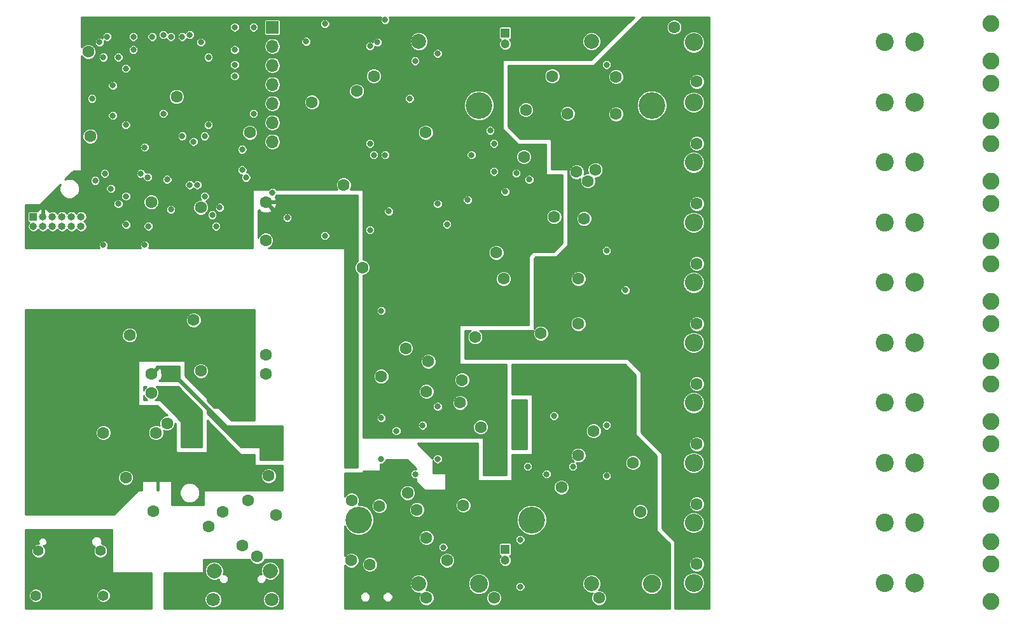
<source format=gbr>
G04 #@! TF.GenerationSoftware,KiCad,Pcbnew,5.0.2-bee76a0~70~ubuntu18.04.1*
G04 #@! TF.CreationDate,2019-01-05T16:01:42+00:00*
G04 #@! TF.ProjectId,OpenHardwareHolterMonitor,4f70656e-4861-4726-9477-617265486f6c,rev?*
G04 #@! TF.SameCoordinates,Original*
G04 #@! TF.FileFunction,Copper,L3,Inr*
G04 #@! TF.FilePolarity,Positive*
%FSLAX46Y46*%
G04 Gerber Fmt 4.6, Leading zero omitted, Abs format (unit mm)*
G04 Created by KiCad (PCBNEW 5.0.2-bee76a0~70~ubuntu18.04.1) date Sat 05 Jan 2019 04:01:42 PM GMT*
%MOMM*%
%LPD*%
G01*
G04 APERTURE LIST*
G04 #@! TA.AperFunction,ViaPad*
%ADD10C,2.390000*%
G04 #@! TD*
G04 #@! TA.AperFunction,ViaPad*
%ADD11C,3.550000*%
G04 #@! TD*
G04 #@! TA.AperFunction,ViaPad*
%ADD12C,2.000000*%
G04 #@! TD*
G04 #@! TA.AperFunction,ViaPad*
%ADD13O,1.000000X1.000000*%
G04 #@! TD*
G04 #@! TA.AperFunction,ViaPad*
%ADD14R,1.000000X1.000000*%
G04 #@! TD*
G04 #@! TA.AperFunction,ViaPad*
%ADD15C,1.600000*%
G04 #@! TD*
G04 #@! TA.AperFunction,ViaPad*
%ADD16C,2.250000*%
G04 #@! TD*
G04 #@! TA.AperFunction,ViaPad*
%ADD17C,2.500000*%
G04 #@! TD*
G04 #@! TA.AperFunction,ViaPad*
%ADD18C,2.400000*%
G04 #@! TD*
G04 #@! TA.AperFunction,ViaPad*
%ADD19O,2.400000X2.400000*%
G04 #@! TD*
G04 #@! TA.AperFunction,ViaPad*
%ADD20C,1.800000*%
G04 #@! TD*
G04 #@! TA.AperFunction,ViaPad*
%ADD21C,1.400000*%
G04 #@! TD*
G04 #@! TA.AperFunction,ViaPad*
%ADD22O,1.700000X1.700000*%
G04 #@! TD*
G04 #@! TA.AperFunction,ViaPad*
%ADD23R,1.700000X1.700000*%
G04 #@! TD*
G04 #@! TA.AperFunction,ViaPad*
%ADD24R,1.200000X1.200000*%
G04 #@! TD*
G04 #@! TA.AperFunction,ViaPad*
%ADD25C,1.200000*%
G04 #@! TD*
G04 #@! TA.AperFunction,ViaPad*
%ADD26C,0.800000*%
G04 #@! TD*
G04 #@! TA.AperFunction,Conductor*
%ADD27C,0.500000*%
G04 #@! TD*
G04 #@! TA.AperFunction,Conductor*
%ADD28C,0.254000*%
G04 #@! TD*
G04 #@! TA.AperFunction,NonConductor*
%ADD29C,0.254000*%
G04 #@! TD*
G04 APERTURE END LIST*
D10*
G04 #@! TO.N,N/C*
G04 #@! TO.C,BT2*
X223000000Y-96110000D03*
D11*
X207000000Y-87600000D03*
X223000000Y-32400000D03*
D12*
G04 #@! TO.N,Net-(BT2-Pad1)*
X215000000Y-96110000D03*
G04 #@! TO.N,GND*
X215000000Y-23890000D03*
G04 #@! TD*
D10*
G04 #@! TO.N,N/C*
G04 #@! TO.C,BT1*
X200000000Y-96110000D03*
D11*
X184000000Y-87600000D03*
X200000000Y-32400000D03*
D12*
G04 #@! TO.N,Net-(BT1-Pad1)*
X192000000Y-96110000D03*
G04 #@! TO.N,GND*
X192000000Y-23890000D03*
G04 #@! TD*
D13*
G04 #@! TO.N,/IO39*
G04 #@! TO.C,J1*
X147040000Y-48500000D03*
G04 #@! TO.N,/IO36*
X147040000Y-47230000D03*
G04 #@! TO.N,/IO27*
X145770000Y-48500000D03*
G04 #@! TO.N,/IO15*
X145770000Y-47230000D03*
G04 #@! TO.N,/IO14*
X144500000Y-48500000D03*
G04 #@! TO.N,/IO13*
X144500000Y-47230000D03*
G04 #@! TO.N,/IO12*
X143230000Y-48500000D03*
G04 #@! TO.N,/IO4*
X143230000Y-47230000D03*
G04 #@! TO.N,/IO2*
X141960000Y-48500000D03*
G04 #@! TO.N,+3V3*
X141960000Y-47230000D03*
G04 #@! TO.N,GND*
X140690000Y-48500000D03*
D14*
X140690000Y-47230000D03*
G04 #@! TD*
D15*
G04 #@! TO.N,Net-(U7-Pad11)*
G04 #@! TO.C,U7*
X156380000Y-45300000D03*
G04 #@! TO.N,/power/V_ISO*
X171620000Y-45300000D03*
G04 #@! TO.N,GND*
X171620000Y-50380000D03*
G04 #@! TO.N,Net-(C41-Pad1)*
X156380000Y-70700000D03*
G04 #@! TO.N,Net-(C41-Pad2)*
X156380000Y-68160000D03*
G04 #@! TO.N,Net-(C41-Pad1)*
X171620000Y-68160000D03*
X171620000Y-65620000D03*
G04 #@! TD*
D16*
G04 #@! TO.N,N/C*
G04 #@! TO.C,J2*
X268200000Y-21500000D03*
X268200000Y-26500000D03*
D17*
G04 #@! TO.N,/ads1298/RLDOUT*
X258000000Y-24000000D03*
G04 #@! TD*
D16*
G04 #@! TO.N,N/C*
G04 #@! TO.C,J4*
X268200000Y-37500000D03*
X268200000Y-42500000D03*
D17*
G04 #@! TO.N,/ads1298/IN1_8N*
X258000000Y-40000000D03*
G04 #@! TD*
D16*
G04 #@! TO.N,N/C*
G04 #@! TO.C,J5*
X268200000Y-45500000D03*
X268200000Y-50500000D03*
D17*
G04 #@! TO.N,/ads1298/IN2P*
X258000000Y-48000000D03*
G04 #@! TD*
D16*
G04 #@! TO.N,N/C*
G04 #@! TO.C,J6*
X268200000Y-53500000D03*
X268200000Y-58500000D03*
D17*
G04 #@! TO.N,/ads1298/IN3P*
X258000000Y-56000000D03*
G04 #@! TD*
D16*
G04 #@! TO.N,N/C*
G04 #@! TO.C,J7*
X268200000Y-61500000D03*
X268200000Y-66500000D03*
D17*
G04 #@! TO.N,/ads1298/IN4P*
X258000000Y-64000000D03*
G04 #@! TD*
D16*
G04 #@! TO.N,N/C*
G04 #@! TO.C,J8*
X268200000Y-69500000D03*
X268200000Y-74500000D03*
D17*
G04 #@! TO.N,/ads1298/IN5P*
X258000000Y-72000000D03*
G04 #@! TD*
D16*
G04 #@! TO.N,N/C*
G04 #@! TO.C,J9*
X268200000Y-77500000D03*
X268200000Y-82500000D03*
D17*
G04 #@! TO.N,/ads1298/IN6P*
X258000000Y-80000000D03*
G04 #@! TD*
D16*
G04 #@! TO.N,N/C*
G04 #@! TO.C,J11*
X268200000Y-93500000D03*
X268200000Y-98500000D03*
D17*
G04 #@! TO.N,/ads1298/IN8P*
X258000000Y-96000000D03*
G04 #@! TD*
D18*
G04 #@! TO.N,/ads1298/IN6P*
G04 #@! TO.C,R24*
X254000000Y-80000000D03*
D19*
G04 #@! TO.N,Net-(C31-Pad1)*
X228600000Y-80000000D03*
G04 #@! TD*
D18*
G04 #@! TO.N,/ads1298/IN7P*
G04 #@! TO.C,R25*
X254000000Y-88000000D03*
D19*
G04 #@! TO.N,Net-(C32-Pad1)*
X228600000Y-88000000D03*
G04 #@! TD*
D18*
G04 #@! TO.N,/ads1298/IN8P*
G04 #@! TO.C,R26*
X254000000Y-96000000D03*
D19*
G04 #@! TO.N,Net-(C33-Pad1)*
X228600000Y-96000000D03*
G04 #@! TD*
D18*
G04 #@! TO.N,/ads1298/RLDOUT*
G04 #@! TO.C,R17*
X254000000Y-24000000D03*
D19*
G04 #@! TO.N,/ads1298/RLDOUT_FILT*
X228600000Y-24000000D03*
G04 #@! TD*
D18*
G04 #@! TO.N,/ads1298/INP1*
G04 #@! TO.C,R18*
X254000000Y-32000000D03*
D19*
G04 #@! TO.N,Net-(C25-Pad1)*
X228600000Y-32000000D03*
G04 #@! TD*
D18*
G04 #@! TO.N,/ads1298/IN1_8N*
G04 #@! TO.C,R19*
X254000000Y-40000000D03*
D19*
G04 #@! TO.N,Net-(C26-Pad1)*
X228600000Y-40000000D03*
G04 #@! TD*
D18*
G04 #@! TO.N,/ads1298/IN2P*
G04 #@! TO.C,R20*
X254000000Y-48000000D03*
D19*
G04 #@! TO.N,Net-(C27-Pad1)*
X228600000Y-48000000D03*
G04 #@! TD*
D18*
G04 #@! TO.N,/ads1298/IN3P*
G04 #@! TO.C,R21*
X254000000Y-56000000D03*
D19*
G04 #@! TO.N,Net-(C28-Pad1)*
X228600000Y-56000000D03*
G04 #@! TD*
D18*
G04 #@! TO.N,/ads1298/IN4P*
G04 #@! TO.C,R22*
X254000000Y-64000000D03*
D19*
G04 #@! TO.N,Net-(C29-Pad1)*
X228600000Y-64000000D03*
G04 #@! TD*
D18*
G04 #@! TO.N,/ads1298/IN5P*
G04 #@! TO.C,R23*
X254000000Y-72000000D03*
D19*
G04 #@! TO.N,Net-(C30-Pad1)*
X228600000Y-72000000D03*
G04 #@! TD*
D16*
G04 #@! TO.N,N/C*
G04 #@! TO.C,J10*
X268200000Y-85500000D03*
X268200000Y-90500000D03*
D17*
G04 #@! TO.N,/ads1298/IN7P*
X258000000Y-88000000D03*
G04 #@! TD*
D16*
G04 #@! TO.N,N/C*
G04 #@! TO.C,J3*
X268200000Y-29500000D03*
X268200000Y-34500000D03*
D17*
G04 #@! TO.N,/ads1298/INP1*
X258000000Y-32000000D03*
G04 #@! TD*
D20*
G04 #@! TO.N,GNDPWR*
G04 #@! TO.C,J12*
X172375000Y-98200000D03*
X164625000Y-98200000D03*
D12*
X172225000Y-94400000D03*
X164775000Y-94400000D03*
G04 #@! TD*
D21*
G04 #@! TO.N,GNDPWR*
G04 #@! TO.C,J13*
X141010000Y-97690000D03*
X149990000Y-97690000D03*
X149630000Y-91740000D03*
X141370000Y-91740000D03*
G04 #@! TD*
D22*
G04 #@! TO.N,/RTS*
G04 #@! TO.C,P1*
X172500000Y-37240000D03*
G04 #@! TO.N,GND*
X172500000Y-34700000D03*
G04 #@! TO.N,/CTS*
X172500000Y-32160000D03*
G04 #@! TO.N,/FTDI_V*
X172500000Y-29620000D03*
G04 #@! TO.N,/TXD0*
X172500000Y-27080000D03*
G04 #@! TO.N,/RXD0*
X172500000Y-24540000D03*
D23*
G04 #@! TO.N,/DTR*
X172500000Y-22000000D03*
G04 #@! TD*
D24*
G04 #@! TO.N,Net-(R31-Pad1)*
G04 #@! TO.C,TH1*
X203500000Y-22750000D03*
D25*
G04 #@! TO.N,GND*
X203500000Y-24250000D03*
G04 #@! TD*
D24*
G04 #@! TO.N,Net-(R32-Pad1)*
G04 #@! TO.C,TH2*
X203500000Y-91500000D03*
D25*
G04 #@! TO.N,GND*
X203500000Y-93000000D03*
G04 #@! TD*
D15*
G04 #@! TO.N,GND*
X163000000Y-46000000D03*
X159750000Y-31250000D03*
X214000000Y-47500000D03*
D26*
X219500000Y-57000000D03*
D15*
X213221423Y-61500000D03*
X213250000Y-55500000D03*
X203300000Y-55500000D03*
X218250000Y-28600000D03*
X218250000Y-33550000D03*
X211800000Y-33500000D03*
X209750000Y-28500000D03*
X206250000Y-33000000D03*
X226000000Y-22000000D03*
X193000000Y-98000000D03*
X221500000Y-86500000D03*
X216000000Y-98000000D03*
D26*
X206500000Y-80500000D03*
X194500000Y-79500000D03*
X194500000Y-72500000D03*
D15*
X182000000Y-43000000D03*
D26*
X169000000Y-42000000D03*
X159000000Y-46274990D03*
X177000000Y-23900001D03*
X190775000Y-31500000D03*
X155500000Y-51000000D03*
X151000000Y-43500000D03*
D15*
X199500000Y-63250000D03*
X206000000Y-39250000D03*
X229000002Y-29250000D03*
X229000000Y-37500000D03*
X229000000Y-45500000D03*
X229000000Y-53500000D03*
X229000000Y-61500000D03*
X229000000Y-69500000D03*
X228999998Y-77500000D03*
X229000000Y-93500006D03*
X229000000Y-85500000D03*
X202300000Y-52000000D03*
X211000000Y-83250000D03*
X183000000Y-93000000D03*
X200250000Y-75250000D03*
X215250000Y-75749992D03*
X183066661Y-84986655D03*
X177750000Y-32000000D03*
X186000000Y-28500000D03*
X169500000Y-36000000D03*
X148250000Y-36500000D03*
X148000000Y-25250000D03*
X214500000Y-42500000D03*
X213000000Y-41250000D03*
X215500000Y-41000000D03*
X208250000Y-62750012D03*
X210000000Y-47250008D03*
X197899564Y-85659898D03*
X192900000Y-36025000D03*
X197750000Y-68969999D03*
G04 #@! TO.N,+3V3*
X215000000Y-59500000D03*
X205250000Y-58500000D03*
X219500000Y-32000000D03*
X219500000Y-37250000D03*
X202000000Y-98000000D03*
D26*
X199000000Y-42500000D03*
D15*
X201500000Y-65000000D03*
X201000000Y-68750000D03*
X202000000Y-80500016D03*
X181750000Y-28000000D03*
X148249998Y-34250000D03*
X209750002Y-58750000D03*
X198945293Y-48167940D03*
G04 #@! TO.N,/power/MUX_POWER_OUT*
X142500000Y-77500000D03*
X142225000Y-67500000D03*
G04 #@! TO.N,GNDPWR*
X157000000Y-76000000D03*
X170500000Y-92500000D03*
X158500000Y-74750000D03*
X150000000Y-76000000D03*
X153000000Y-82000000D03*
X153500000Y-63000000D03*
X162000000Y-61000000D03*
X164000000Y-88500000D03*
X173000000Y-87000000D03*
X163000000Y-67750000D03*
X171999988Y-81750000D03*
G04 #@! TO.N,/power/USB_C_IN*
X156675000Y-86425000D03*
X165925000Y-86500000D03*
G04 #@! TO.N,/power/USB_MICRO_IN*
X168500000Y-91000000D03*
X169250000Y-85000000D03*
G04 #@! TO.N,Net-(C40-Pad1)*
X197500000Y-72000000D03*
X185485270Y-93549952D03*
X195750000Y-93000000D03*
G04 #@! TO.N,/power/REGULATOR_IN*
X187000000Y-68500000D03*
X221500000Y-78000000D03*
X209000000Y-77500000D03*
X193250000Y-66500000D03*
X208250000Y-69750000D03*
X185000000Y-90500000D03*
G04 #@! TO.N,/FTDI_V*
X184500000Y-54000000D03*
X183750000Y-30500000D03*
G04 #@! TO.N,/power/V_ISO*
X183000000Y-77000000D03*
X205250000Y-77249978D03*
D26*
G04 #@! TO.N,+5V*
X168500000Y-97250000D03*
D15*
G04 #@! TO.N,+5C*
X145000000Y-95000000D03*
D26*
G04 #@! TO.N,/IO2*
X167500000Y-25000000D03*
X154000000Y-25000000D03*
X153026682Y-48282349D03*
G04 #@! TO.N,/IO4*
X163000000Y-24000000D03*
X148919135Y-42419135D03*
X150000000Y-26000014D03*
G04 #@! TO.N,/IO12*
X164500000Y-47000000D03*
G04 #@! TO.N,/IO13*
X153000000Y-35000000D03*
X164000000Y-35000000D03*
X153012660Y-44512660D03*
G04 #@! TO.N,/IO14*
X162500000Y-43000000D03*
G04 #@! TO.N,/IO15*
X164000000Y-26000000D03*
X152000000Y-45500000D03*
X152000000Y-26000002D03*
G04 #@! TO.N,/IO27*
X161500000Y-43000000D03*
G04 #@! TO.N,/DTR*
X174500000Y-47375001D03*
G04 #@! TO.N,/RXD0*
X153000000Y-27500000D03*
G04 #@! TO.N,/TXD0*
X151249998Y-29750000D03*
G04 #@! TO.N,/EN*
X185500000Y-49000000D03*
X150000000Y-50999974D03*
X150192788Y-41486324D03*
G04 #@! TO.N,/IO0*
X179500000Y-21549999D03*
X170000000Y-22000000D03*
X167500000Y-22000000D03*
X179500000Y-49750000D03*
G04 #@! TO.N,/Enable_vbat_read*
X163500000Y-44500000D03*
X172500000Y-44000000D03*
G04 #@! TO.N,/MOSI*
X199000000Y-39000000D03*
X149500000Y-24000000D03*
X148500000Y-31500000D03*
G04 #@! TO.N,/CLK*
X170000000Y-33500000D03*
X158000000Y-33500000D03*
X158000000Y-23000000D03*
G04 #@! TO.N,/ads1298/ADS_SCLK*
X203500000Y-43900000D03*
X201500000Y-35750000D03*
G04 #@! TO.N,/ads1298/ADS_~CS~*
X202000000Y-41225000D03*
X202000000Y-37500000D03*
G04 #@! TO.N,/read_bat_1*
X156000000Y-48500000D03*
X165000000Y-48500000D03*
X205500000Y-96500000D03*
X155000008Y-41500000D03*
X195750000Y-48250000D03*
X195250000Y-91250004D03*
X205500000Y-90250000D03*
G04 #@! TO.N,/read_bat_2*
X155500000Y-38000000D03*
X187000000Y-59750000D03*
X186000000Y-39000000D03*
G04 #@! TO.N,/MISO*
X198500000Y-45000000D03*
X158509735Y-42275000D03*
X156500000Y-23275000D03*
G04 #@! TO.N,Net-(R29-Pad1)*
X187000000Y-74025000D03*
X187000000Y-79500000D03*
G04 #@! TO.N,Net-(R30-Pad1)*
X217000000Y-75000000D03*
X217000000Y-81750000D03*
G04 #@! TO.N,Net-(R31-Pad2)*
X191500000Y-81500000D03*
X191500000Y-26500000D03*
G04 #@! TO.N,Net-(R32-Pad2)*
X209000000Y-81500000D03*
X212500000Y-80500000D03*
G04 #@! TO.N,/ads1298/RLDOUT_FILT*
X217000000Y-51750000D03*
X217000000Y-27000000D03*
G04 #@! TO.N,/~CS~*
X159000000Y-23275000D03*
X185500000Y-37500000D03*
X162000006Y-37250000D03*
G04 #@! TO.N,/~DRDY~_IN*
X194500000Y-45500000D03*
X161500000Y-23000000D03*
X194500000Y-25499990D03*
G04 #@! TO.N,/START_OUT*
X160500000Y-23275000D03*
X187500000Y-21000000D03*
X187500000Y-39000000D03*
G04 #@! TO.N,/~RESET~_OUT*
X206700000Y-42275000D03*
X155910000Y-41962347D03*
X154000000Y-23275000D03*
G04 #@! TO.N,/~PWDN~_OUT*
X204962656Y-41437336D03*
X168500000Y-41000000D03*
X168500000Y-38275000D03*
X150500000Y-23275000D03*
X151250000Y-33750000D03*
G04 #@! TO.N,/SD_DAT1*
X167500000Y-27000000D03*
X186500000Y-24000000D03*
G04 #@! TO.N,/SD_DAT0*
X167500000Y-28500000D03*
X185500000Y-24500000D03*
D15*
G04 #@! TO.N,Net-(BT1-Pad1)*
X193000000Y-90000000D03*
X193000000Y-70500000D03*
G04 #@! TO.N,Net-(D12-Pad2)*
X220500000Y-80000000D03*
X213250000Y-79000000D03*
G04 #@! TO.N,Net-(D6-Pad2)*
X190500000Y-84000000D03*
X190250008Y-64750000D03*
G04 #@! TO.N,Net-(Q10-Pad2)*
X186750000Y-85750000D03*
X191750008Y-86250000D03*
D26*
G04 #@! TO.N,/Enable_Charging*
X192500000Y-75000000D03*
X160500000Y-36500000D03*
X163500000Y-36500000D03*
X165500000Y-46000000D03*
X188000000Y-46500000D03*
X209999992Y-73750000D03*
X189000000Y-75750000D03*
G04 #@! TD*
D27*
G04 #@! TO.N,/power/V_ISO*
X183399999Y-76600001D02*
X183000000Y-77000000D01*
X183000000Y-77000000D02*
X183000000Y-47500000D01*
X180800000Y-45300000D02*
X172751370Y-45300000D01*
X172751370Y-45300000D02*
X171620000Y-45300000D01*
X183000000Y-47500000D02*
X180800000Y-45300000D01*
G04 #@! TD*
D28*
G04 #@! TO.N,+5C*
G36*
X151123000Y-94500000D02*
X151132667Y-94548601D01*
X151160197Y-94589803D01*
X151201399Y-94617333D01*
X151250000Y-94627000D01*
X156373000Y-94627000D01*
X156373000Y-99373000D01*
X139627000Y-99373000D01*
X139627000Y-97499641D01*
X140053000Y-97499641D01*
X140053000Y-97880359D01*
X140198694Y-98232097D01*
X140467903Y-98501306D01*
X140819641Y-98647000D01*
X141200359Y-98647000D01*
X141552097Y-98501306D01*
X141821306Y-98232097D01*
X141967000Y-97880359D01*
X141967000Y-97499641D01*
X149033000Y-97499641D01*
X149033000Y-97880359D01*
X149178694Y-98232097D01*
X149447903Y-98501306D01*
X149799641Y-98647000D01*
X150180359Y-98647000D01*
X150532097Y-98501306D01*
X150801306Y-98232097D01*
X150947000Y-97880359D01*
X150947000Y-97499641D01*
X150801306Y-97147903D01*
X150532097Y-96878694D01*
X150180359Y-96733000D01*
X149799641Y-96733000D01*
X149447903Y-96878694D01*
X149178694Y-97147903D01*
X149033000Y-97499641D01*
X141967000Y-97499641D01*
X141821306Y-97147903D01*
X141552097Y-96878694D01*
X141200359Y-96733000D01*
X140819641Y-96733000D01*
X140467903Y-96878694D01*
X140198694Y-97147903D01*
X140053000Y-97499641D01*
X139627000Y-97499641D01*
X139627000Y-91549641D01*
X140413000Y-91549641D01*
X140413000Y-91930359D01*
X140558694Y-92282097D01*
X140827903Y-92551306D01*
X141179641Y-92697000D01*
X141560359Y-92697000D01*
X141912097Y-92551306D01*
X142181306Y-92282097D01*
X142327000Y-91930359D01*
X142327000Y-91549641D01*
X142181306Y-91197903D01*
X142043794Y-91060391D01*
X142229676Y-90983396D01*
X142393396Y-90819676D01*
X142482000Y-90605767D01*
X142482000Y-90374233D01*
X142469642Y-90344396D01*
X148368000Y-90344396D01*
X148368000Y-90635604D01*
X148479440Y-90904645D01*
X148685355Y-91110560D01*
X148841401Y-91175196D01*
X148818694Y-91197903D01*
X148673000Y-91549641D01*
X148673000Y-91930359D01*
X148818694Y-92282097D01*
X149087903Y-92551306D01*
X149439641Y-92697000D01*
X149820359Y-92697000D01*
X150172097Y-92551306D01*
X150441306Y-92282097D01*
X150587000Y-91930359D01*
X150587000Y-91549641D01*
X150441306Y-91197903D01*
X150172097Y-90928694D01*
X149820359Y-90783000D01*
X149770947Y-90783000D01*
X149832000Y-90635604D01*
X149832000Y-90344396D01*
X149720560Y-90075355D01*
X149514645Y-89869440D01*
X149245604Y-89758000D01*
X148954396Y-89758000D01*
X148685355Y-89869440D01*
X148479440Y-90075355D01*
X148368000Y-90344396D01*
X142469642Y-90344396D01*
X142393396Y-90160324D01*
X142229676Y-89996604D01*
X142015767Y-89908000D01*
X141784233Y-89908000D01*
X141570324Y-89996604D01*
X141406604Y-90160324D01*
X141318000Y-90374233D01*
X141318000Y-90605767D01*
X141391412Y-90783000D01*
X141179641Y-90783000D01*
X140827903Y-90928694D01*
X140558694Y-91197903D01*
X140413000Y-91549641D01*
X139627000Y-91549641D01*
X139627000Y-88877000D01*
X151123000Y-88877000D01*
X151123000Y-94500000D01*
X151123000Y-94500000D01*
G37*
X151123000Y-94500000D02*
X151132667Y-94548601D01*
X151160197Y-94589803D01*
X151201399Y-94617333D01*
X151250000Y-94627000D01*
X156373000Y-94627000D01*
X156373000Y-99373000D01*
X139627000Y-99373000D01*
X139627000Y-97499641D01*
X140053000Y-97499641D01*
X140053000Y-97880359D01*
X140198694Y-98232097D01*
X140467903Y-98501306D01*
X140819641Y-98647000D01*
X141200359Y-98647000D01*
X141552097Y-98501306D01*
X141821306Y-98232097D01*
X141967000Y-97880359D01*
X141967000Y-97499641D01*
X149033000Y-97499641D01*
X149033000Y-97880359D01*
X149178694Y-98232097D01*
X149447903Y-98501306D01*
X149799641Y-98647000D01*
X150180359Y-98647000D01*
X150532097Y-98501306D01*
X150801306Y-98232097D01*
X150947000Y-97880359D01*
X150947000Y-97499641D01*
X150801306Y-97147903D01*
X150532097Y-96878694D01*
X150180359Y-96733000D01*
X149799641Y-96733000D01*
X149447903Y-96878694D01*
X149178694Y-97147903D01*
X149033000Y-97499641D01*
X141967000Y-97499641D01*
X141821306Y-97147903D01*
X141552097Y-96878694D01*
X141200359Y-96733000D01*
X140819641Y-96733000D01*
X140467903Y-96878694D01*
X140198694Y-97147903D01*
X140053000Y-97499641D01*
X139627000Y-97499641D01*
X139627000Y-91549641D01*
X140413000Y-91549641D01*
X140413000Y-91930359D01*
X140558694Y-92282097D01*
X140827903Y-92551306D01*
X141179641Y-92697000D01*
X141560359Y-92697000D01*
X141912097Y-92551306D01*
X142181306Y-92282097D01*
X142327000Y-91930359D01*
X142327000Y-91549641D01*
X142181306Y-91197903D01*
X142043794Y-91060391D01*
X142229676Y-90983396D01*
X142393396Y-90819676D01*
X142482000Y-90605767D01*
X142482000Y-90374233D01*
X142469642Y-90344396D01*
X148368000Y-90344396D01*
X148368000Y-90635604D01*
X148479440Y-90904645D01*
X148685355Y-91110560D01*
X148841401Y-91175196D01*
X148818694Y-91197903D01*
X148673000Y-91549641D01*
X148673000Y-91930359D01*
X148818694Y-92282097D01*
X149087903Y-92551306D01*
X149439641Y-92697000D01*
X149820359Y-92697000D01*
X150172097Y-92551306D01*
X150441306Y-92282097D01*
X150587000Y-91930359D01*
X150587000Y-91549641D01*
X150441306Y-91197903D01*
X150172097Y-90928694D01*
X149820359Y-90783000D01*
X149770947Y-90783000D01*
X149832000Y-90635604D01*
X149832000Y-90344396D01*
X149720560Y-90075355D01*
X149514645Y-89869440D01*
X149245604Y-89758000D01*
X148954396Y-89758000D01*
X148685355Y-89869440D01*
X148479440Y-90075355D01*
X148368000Y-90344396D01*
X142469642Y-90344396D01*
X142393396Y-90160324D01*
X142229676Y-89996604D01*
X142015767Y-89908000D01*
X141784233Y-89908000D01*
X141570324Y-89996604D01*
X141406604Y-90160324D01*
X141318000Y-90374233D01*
X141318000Y-90605767D01*
X141391412Y-90783000D01*
X141179641Y-90783000D01*
X140827903Y-90928694D01*
X140558694Y-91197903D01*
X140413000Y-91549641D01*
X139627000Y-91549641D01*
X139627000Y-88877000D01*
X151123000Y-88877000D01*
X151123000Y-94500000D01*
D29*
G36*
X163123000Y-73052606D02*
X163123000Y-77873000D01*
X160377000Y-77873000D01*
X160377000Y-74500000D01*
X160367333Y-74451399D01*
X160339803Y-74410197D01*
X157589803Y-71660197D01*
X157548601Y-71632667D01*
X157500000Y-71623000D01*
X156913754Y-71623000D01*
X156978742Y-71596081D01*
X157276081Y-71298742D01*
X157437000Y-70910250D01*
X157437000Y-70489750D01*
X157276081Y-70101258D01*
X157051823Y-69877000D01*
X159947394Y-69877000D01*
X163123000Y-73052606D01*
X163123000Y-73052606D01*
G37*
X163123000Y-73052606D02*
X163123000Y-77873000D01*
X160377000Y-77873000D01*
X160377000Y-74500000D01*
X160367333Y-74451399D01*
X160339803Y-74410197D01*
X157589803Y-71660197D01*
X157548601Y-71632667D01*
X157500000Y-71623000D01*
X156913754Y-71623000D01*
X156978742Y-71596081D01*
X157276081Y-71298742D01*
X157437000Y-70910250D01*
X157437000Y-70489750D01*
X157276081Y-70101258D01*
X157051823Y-69877000D01*
X159947394Y-69877000D01*
X163123000Y-73052606D01*
G36*
X155483919Y-71298742D02*
X155781258Y-71596081D01*
X155846246Y-71623000D01*
X155377000Y-71623000D01*
X155377000Y-71040617D01*
X155483919Y-71298742D01*
X155483919Y-71298742D01*
G37*
X155483919Y-71298742D02*
X155781258Y-71596081D01*
X155846246Y-71623000D01*
X155377000Y-71623000D01*
X155377000Y-71040617D01*
X155483919Y-71298742D01*
G36*
X155483919Y-70101258D02*
X155377000Y-70359383D01*
X155377000Y-69877000D01*
X155708177Y-69877000D01*
X155483919Y-70101258D01*
X155483919Y-70101258D01*
G37*
X155483919Y-70101258D02*
X155377000Y-70359383D01*
X155377000Y-69877000D01*
X155708177Y-69877000D01*
X155483919Y-70101258D01*
D28*
G04 #@! TO.N,Net-(C41-Pad2)*
G36*
X160123000Y-68750000D02*
X160132667Y-68798601D01*
X160160197Y-68839803D01*
X166410197Y-75089803D01*
X166451399Y-75117333D01*
X166500000Y-75127000D01*
X173873000Y-75127000D01*
X173873000Y-79623000D01*
X170877000Y-79623000D01*
X170877000Y-78000000D01*
X170867333Y-77951399D01*
X170839803Y-77910197D01*
X170798601Y-77882667D01*
X170750000Y-77873000D01*
X168302606Y-77873000D01*
X163877000Y-73447394D01*
X163877000Y-73000000D01*
X163867333Y-72951399D01*
X163839803Y-72910197D01*
X160089803Y-69160197D01*
X160048601Y-69132667D01*
X160000000Y-69123000D01*
X157482636Y-69123000D01*
X157502622Y-69103014D01*
X157387747Y-68988139D01*
X157633864Y-68914005D01*
X157826965Y-68376777D01*
X157799778Y-67806546D01*
X157633864Y-67405995D01*
X157387745Y-67331861D01*
X156559605Y-68160000D01*
X156573748Y-68174142D01*
X156394142Y-68353748D01*
X156380000Y-68339605D01*
X156365858Y-68353748D01*
X156186252Y-68174142D01*
X156200395Y-68160000D01*
X156186252Y-68145858D01*
X156365858Y-67966252D01*
X156380000Y-67980395D01*
X157208139Y-67152255D01*
X157200532Y-67127000D01*
X160123000Y-67127000D01*
X160123000Y-68750000D01*
X160123000Y-68750000D01*
G37*
X160123000Y-68750000D02*
X160132667Y-68798601D01*
X160160197Y-68839803D01*
X166410197Y-75089803D01*
X166451399Y-75117333D01*
X166500000Y-75127000D01*
X173873000Y-75127000D01*
X173873000Y-79623000D01*
X170877000Y-79623000D01*
X170877000Y-78000000D01*
X170867333Y-77951399D01*
X170839803Y-77910197D01*
X170798601Y-77882667D01*
X170750000Y-77873000D01*
X168302606Y-77873000D01*
X163877000Y-73447394D01*
X163877000Y-73000000D01*
X163867333Y-72951399D01*
X163839803Y-72910197D01*
X160089803Y-69160197D01*
X160048601Y-69132667D01*
X160000000Y-69123000D01*
X157482636Y-69123000D01*
X157502622Y-69103014D01*
X157387747Y-68988139D01*
X157633864Y-68914005D01*
X157826965Y-68376777D01*
X157799778Y-67806546D01*
X157633864Y-67405995D01*
X157387745Y-67331861D01*
X156559605Y-68160000D01*
X156573748Y-68174142D01*
X156394142Y-68353748D01*
X156380000Y-68339605D01*
X156365858Y-68353748D01*
X156186252Y-68174142D01*
X156200395Y-68160000D01*
X156186252Y-68145858D01*
X156365858Y-67966252D01*
X156380000Y-67980395D01*
X157208139Y-67152255D01*
X157200532Y-67127000D01*
X160123000Y-67127000D01*
X160123000Y-68750000D01*
G04 #@! TO.N,/power/MUX_POWER_OUT*
G36*
X170123000Y-74373000D02*
X167052606Y-74373000D01*
X165339803Y-72660197D01*
X165298601Y-72632667D01*
X165250000Y-72623000D01*
X164802606Y-72623000D01*
X163877000Y-71697394D01*
X163877000Y-71500000D01*
X163867333Y-71451399D01*
X163839803Y-71410197D01*
X160877000Y-68447394D01*
X160877000Y-67539750D01*
X161943000Y-67539750D01*
X161943000Y-67960250D01*
X162103919Y-68348742D01*
X162401258Y-68646081D01*
X162789750Y-68807000D01*
X163210250Y-68807000D01*
X163598742Y-68646081D01*
X163896081Y-68348742D01*
X164057000Y-67960250D01*
X164057000Y-67539750D01*
X163896081Y-67151258D01*
X163598742Y-66853919D01*
X163210250Y-66693000D01*
X162789750Y-66693000D01*
X162401258Y-66853919D01*
X162103919Y-67151258D01*
X161943000Y-67539750D01*
X160877000Y-67539750D01*
X160877000Y-66500000D01*
X160867333Y-66451399D01*
X160839803Y-66410197D01*
X160798601Y-66382667D01*
X160750000Y-66373000D01*
X154750000Y-66373000D01*
X154701399Y-66382667D01*
X154660197Y-66410197D01*
X154632667Y-66451399D01*
X154623000Y-66500000D01*
X154623000Y-72250000D01*
X154632667Y-72298601D01*
X154660197Y-72339803D01*
X154701399Y-72367333D01*
X154750000Y-72377000D01*
X157197394Y-72377000D01*
X158513394Y-73693000D01*
X158289750Y-73693000D01*
X157901258Y-73853919D01*
X157603919Y-74151258D01*
X157443000Y-74539750D01*
X157443000Y-74960250D01*
X157482579Y-75055803D01*
X157210250Y-74943000D01*
X156789750Y-74943000D01*
X156401258Y-75103919D01*
X156103919Y-75401258D01*
X155943000Y-75789750D01*
X155943000Y-76210250D01*
X156103919Y-76598742D01*
X156401258Y-76896081D01*
X156789750Y-77057000D01*
X157210250Y-77057000D01*
X157598742Y-76896081D01*
X157896081Y-76598742D01*
X158057000Y-76210250D01*
X158057000Y-75789750D01*
X158017421Y-75694197D01*
X158289750Y-75807000D01*
X158710250Y-75807000D01*
X159098742Y-75646081D01*
X159396081Y-75348742D01*
X159557000Y-74960250D01*
X159557000Y-74736606D01*
X159623000Y-74802606D01*
X159623000Y-78500000D01*
X159632667Y-78548601D01*
X159660197Y-78589803D01*
X159701399Y-78617333D01*
X159750000Y-78627000D01*
X163750000Y-78627000D01*
X163798601Y-78617333D01*
X163839803Y-78589803D01*
X163867333Y-78548601D01*
X163877000Y-78500000D01*
X163877000Y-74318718D01*
X168157804Y-78837344D01*
X168198247Y-78865977D01*
X168250000Y-78877000D01*
X170123000Y-78877000D01*
X170123000Y-80250000D01*
X170132667Y-80298601D01*
X170160197Y-80339803D01*
X170201399Y-80367333D01*
X170250000Y-80377000D01*
X173873000Y-80377000D01*
X173873000Y-83623000D01*
X163500000Y-83623000D01*
X163451399Y-83632667D01*
X163410197Y-83660197D01*
X163382667Y-83701399D01*
X163373000Y-83750000D01*
X163373000Y-85623000D01*
X159127000Y-85623000D01*
X159127000Y-83730076D01*
X160143000Y-83730076D01*
X160143000Y-84269924D01*
X160349591Y-84768679D01*
X160731321Y-85150409D01*
X161230076Y-85357000D01*
X161769924Y-85357000D01*
X162268679Y-85150409D01*
X162650409Y-84768679D01*
X162857000Y-84269924D01*
X162857000Y-83730076D01*
X162650409Y-83231321D01*
X162268679Y-82849591D01*
X161769924Y-82643000D01*
X161230076Y-82643000D01*
X160731321Y-82849591D01*
X160349591Y-83231321D01*
X160143000Y-83730076D01*
X159127000Y-83730076D01*
X159127000Y-82500000D01*
X159117333Y-82451399D01*
X159089803Y-82410197D01*
X159048601Y-82382667D01*
X159000000Y-82373000D01*
X157500000Y-82373000D01*
X157451399Y-82382667D01*
X157410197Y-82410197D01*
X157382667Y-82451399D01*
X157373000Y-82500000D01*
X157373000Y-83623000D01*
X157127000Y-83623000D01*
X157127000Y-82500000D01*
X157117333Y-82451399D01*
X157089803Y-82410197D01*
X157048601Y-82382667D01*
X157000000Y-82373000D01*
X155250000Y-82373000D01*
X155201399Y-82382667D01*
X155160197Y-82410197D01*
X155132667Y-82451399D01*
X155123000Y-82500000D01*
X155123000Y-83623000D01*
X154750000Y-83623000D01*
X154701399Y-83632667D01*
X154660197Y-83660197D01*
X151447394Y-86873000D01*
X139627000Y-86873000D01*
X139627000Y-81789750D01*
X151943000Y-81789750D01*
X151943000Y-82210250D01*
X152103919Y-82598742D01*
X152401258Y-82896081D01*
X152789750Y-83057000D01*
X153210250Y-83057000D01*
X153598742Y-82896081D01*
X153896081Y-82598742D01*
X154057000Y-82210250D01*
X154057000Y-81789750D01*
X153953447Y-81539750D01*
X170942988Y-81539750D01*
X170942988Y-81960250D01*
X171103907Y-82348742D01*
X171401246Y-82646081D01*
X171789738Y-82807000D01*
X172210238Y-82807000D01*
X172598730Y-82646081D01*
X172896069Y-82348742D01*
X173056988Y-81960250D01*
X173056988Y-81539750D01*
X172896069Y-81151258D01*
X172598730Y-80853919D01*
X172210238Y-80693000D01*
X171789738Y-80693000D01*
X171401246Y-80853919D01*
X171103907Y-81151258D01*
X170942988Y-81539750D01*
X153953447Y-81539750D01*
X153896081Y-81401258D01*
X153598742Y-81103919D01*
X153210250Y-80943000D01*
X152789750Y-80943000D01*
X152401258Y-81103919D01*
X152103919Y-81401258D01*
X151943000Y-81789750D01*
X139627000Y-81789750D01*
X139627000Y-75789750D01*
X148943000Y-75789750D01*
X148943000Y-76210250D01*
X149103919Y-76598742D01*
X149401258Y-76896081D01*
X149789750Y-77057000D01*
X150210250Y-77057000D01*
X150598742Y-76896081D01*
X150896081Y-76598742D01*
X151057000Y-76210250D01*
X151057000Y-75789750D01*
X150896081Y-75401258D01*
X150598742Y-75103919D01*
X150210250Y-74943000D01*
X149789750Y-74943000D01*
X149401258Y-75103919D01*
X149103919Y-75401258D01*
X148943000Y-75789750D01*
X139627000Y-75789750D01*
X139627000Y-62789750D01*
X152443000Y-62789750D01*
X152443000Y-63210250D01*
X152603919Y-63598742D01*
X152901258Y-63896081D01*
X153289750Y-64057000D01*
X153710250Y-64057000D01*
X154098742Y-63896081D01*
X154396081Y-63598742D01*
X154557000Y-63210250D01*
X154557000Y-62789750D01*
X154396081Y-62401258D01*
X154098742Y-62103919D01*
X153710250Y-61943000D01*
X153289750Y-61943000D01*
X152901258Y-62103919D01*
X152603919Y-62401258D01*
X152443000Y-62789750D01*
X139627000Y-62789750D01*
X139627000Y-60789750D01*
X160943000Y-60789750D01*
X160943000Y-61210250D01*
X161103919Y-61598742D01*
X161401258Y-61896081D01*
X161789750Y-62057000D01*
X162210250Y-62057000D01*
X162598742Y-61896081D01*
X162896081Y-61598742D01*
X163057000Y-61210250D01*
X163057000Y-60789750D01*
X162896081Y-60401258D01*
X162598742Y-60103919D01*
X162210250Y-59943000D01*
X161789750Y-59943000D01*
X161401258Y-60103919D01*
X161103919Y-60401258D01*
X160943000Y-60789750D01*
X139627000Y-60789750D01*
X139627000Y-59627000D01*
X170123000Y-59627000D01*
X170123000Y-74373000D01*
X170123000Y-74373000D01*
G37*
X170123000Y-74373000D02*
X167052606Y-74373000D01*
X165339803Y-72660197D01*
X165298601Y-72632667D01*
X165250000Y-72623000D01*
X164802606Y-72623000D01*
X163877000Y-71697394D01*
X163877000Y-71500000D01*
X163867333Y-71451399D01*
X163839803Y-71410197D01*
X160877000Y-68447394D01*
X160877000Y-67539750D01*
X161943000Y-67539750D01*
X161943000Y-67960250D01*
X162103919Y-68348742D01*
X162401258Y-68646081D01*
X162789750Y-68807000D01*
X163210250Y-68807000D01*
X163598742Y-68646081D01*
X163896081Y-68348742D01*
X164057000Y-67960250D01*
X164057000Y-67539750D01*
X163896081Y-67151258D01*
X163598742Y-66853919D01*
X163210250Y-66693000D01*
X162789750Y-66693000D01*
X162401258Y-66853919D01*
X162103919Y-67151258D01*
X161943000Y-67539750D01*
X160877000Y-67539750D01*
X160877000Y-66500000D01*
X160867333Y-66451399D01*
X160839803Y-66410197D01*
X160798601Y-66382667D01*
X160750000Y-66373000D01*
X154750000Y-66373000D01*
X154701399Y-66382667D01*
X154660197Y-66410197D01*
X154632667Y-66451399D01*
X154623000Y-66500000D01*
X154623000Y-72250000D01*
X154632667Y-72298601D01*
X154660197Y-72339803D01*
X154701399Y-72367333D01*
X154750000Y-72377000D01*
X157197394Y-72377000D01*
X158513394Y-73693000D01*
X158289750Y-73693000D01*
X157901258Y-73853919D01*
X157603919Y-74151258D01*
X157443000Y-74539750D01*
X157443000Y-74960250D01*
X157482579Y-75055803D01*
X157210250Y-74943000D01*
X156789750Y-74943000D01*
X156401258Y-75103919D01*
X156103919Y-75401258D01*
X155943000Y-75789750D01*
X155943000Y-76210250D01*
X156103919Y-76598742D01*
X156401258Y-76896081D01*
X156789750Y-77057000D01*
X157210250Y-77057000D01*
X157598742Y-76896081D01*
X157896081Y-76598742D01*
X158057000Y-76210250D01*
X158057000Y-75789750D01*
X158017421Y-75694197D01*
X158289750Y-75807000D01*
X158710250Y-75807000D01*
X159098742Y-75646081D01*
X159396081Y-75348742D01*
X159557000Y-74960250D01*
X159557000Y-74736606D01*
X159623000Y-74802606D01*
X159623000Y-78500000D01*
X159632667Y-78548601D01*
X159660197Y-78589803D01*
X159701399Y-78617333D01*
X159750000Y-78627000D01*
X163750000Y-78627000D01*
X163798601Y-78617333D01*
X163839803Y-78589803D01*
X163867333Y-78548601D01*
X163877000Y-78500000D01*
X163877000Y-74318718D01*
X168157804Y-78837344D01*
X168198247Y-78865977D01*
X168250000Y-78877000D01*
X170123000Y-78877000D01*
X170123000Y-80250000D01*
X170132667Y-80298601D01*
X170160197Y-80339803D01*
X170201399Y-80367333D01*
X170250000Y-80377000D01*
X173873000Y-80377000D01*
X173873000Y-83623000D01*
X163500000Y-83623000D01*
X163451399Y-83632667D01*
X163410197Y-83660197D01*
X163382667Y-83701399D01*
X163373000Y-83750000D01*
X163373000Y-85623000D01*
X159127000Y-85623000D01*
X159127000Y-83730076D01*
X160143000Y-83730076D01*
X160143000Y-84269924D01*
X160349591Y-84768679D01*
X160731321Y-85150409D01*
X161230076Y-85357000D01*
X161769924Y-85357000D01*
X162268679Y-85150409D01*
X162650409Y-84768679D01*
X162857000Y-84269924D01*
X162857000Y-83730076D01*
X162650409Y-83231321D01*
X162268679Y-82849591D01*
X161769924Y-82643000D01*
X161230076Y-82643000D01*
X160731321Y-82849591D01*
X160349591Y-83231321D01*
X160143000Y-83730076D01*
X159127000Y-83730076D01*
X159127000Y-82500000D01*
X159117333Y-82451399D01*
X159089803Y-82410197D01*
X159048601Y-82382667D01*
X159000000Y-82373000D01*
X157500000Y-82373000D01*
X157451399Y-82382667D01*
X157410197Y-82410197D01*
X157382667Y-82451399D01*
X157373000Y-82500000D01*
X157373000Y-83623000D01*
X157127000Y-83623000D01*
X157127000Y-82500000D01*
X157117333Y-82451399D01*
X157089803Y-82410197D01*
X157048601Y-82382667D01*
X157000000Y-82373000D01*
X155250000Y-82373000D01*
X155201399Y-82382667D01*
X155160197Y-82410197D01*
X155132667Y-82451399D01*
X155123000Y-82500000D01*
X155123000Y-83623000D01*
X154750000Y-83623000D01*
X154701399Y-83632667D01*
X154660197Y-83660197D01*
X151447394Y-86873000D01*
X139627000Y-86873000D01*
X139627000Y-81789750D01*
X151943000Y-81789750D01*
X151943000Y-82210250D01*
X152103919Y-82598742D01*
X152401258Y-82896081D01*
X152789750Y-83057000D01*
X153210250Y-83057000D01*
X153598742Y-82896081D01*
X153896081Y-82598742D01*
X154057000Y-82210250D01*
X154057000Y-81789750D01*
X153953447Y-81539750D01*
X170942988Y-81539750D01*
X170942988Y-81960250D01*
X171103907Y-82348742D01*
X171401246Y-82646081D01*
X171789738Y-82807000D01*
X172210238Y-82807000D01*
X172598730Y-82646081D01*
X172896069Y-82348742D01*
X173056988Y-81960250D01*
X173056988Y-81539750D01*
X172896069Y-81151258D01*
X172598730Y-80853919D01*
X172210238Y-80693000D01*
X171789738Y-80693000D01*
X171401246Y-80853919D01*
X171103907Y-81151258D01*
X170942988Y-81539750D01*
X153953447Y-81539750D01*
X153896081Y-81401258D01*
X153598742Y-81103919D01*
X153210250Y-80943000D01*
X152789750Y-80943000D01*
X152401258Y-81103919D01*
X152103919Y-81401258D01*
X151943000Y-81789750D01*
X139627000Y-81789750D01*
X139627000Y-75789750D01*
X148943000Y-75789750D01*
X148943000Y-76210250D01*
X149103919Y-76598742D01*
X149401258Y-76896081D01*
X149789750Y-77057000D01*
X150210250Y-77057000D01*
X150598742Y-76896081D01*
X150896081Y-76598742D01*
X151057000Y-76210250D01*
X151057000Y-75789750D01*
X150896081Y-75401258D01*
X150598742Y-75103919D01*
X150210250Y-74943000D01*
X149789750Y-74943000D01*
X149401258Y-75103919D01*
X149103919Y-75401258D01*
X148943000Y-75789750D01*
X139627000Y-75789750D01*
X139627000Y-62789750D01*
X152443000Y-62789750D01*
X152443000Y-63210250D01*
X152603919Y-63598742D01*
X152901258Y-63896081D01*
X153289750Y-64057000D01*
X153710250Y-64057000D01*
X154098742Y-63896081D01*
X154396081Y-63598742D01*
X154557000Y-63210250D01*
X154557000Y-62789750D01*
X154396081Y-62401258D01*
X154098742Y-62103919D01*
X153710250Y-61943000D01*
X153289750Y-61943000D01*
X152901258Y-62103919D01*
X152603919Y-62401258D01*
X152443000Y-62789750D01*
X139627000Y-62789750D01*
X139627000Y-60789750D01*
X160943000Y-60789750D01*
X160943000Y-61210250D01*
X161103919Y-61598742D01*
X161401258Y-61896081D01*
X161789750Y-62057000D01*
X162210250Y-62057000D01*
X162598742Y-61896081D01*
X162896081Y-61598742D01*
X163057000Y-61210250D01*
X163057000Y-60789750D01*
X162896081Y-60401258D01*
X162598742Y-60103919D01*
X162210250Y-59943000D01*
X161789750Y-59943000D01*
X161401258Y-60103919D01*
X161103919Y-60401258D01*
X160943000Y-60789750D01*
X139627000Y-60789750D01*
X139627000Y-59627000D01*
X170123000Y-59627000D01*
X170123000Y-74373000D01*
G04 #@! TO.N,+3V3*
G36*
X230623000Y-99373000D02*
X226127000Y-99373000D01*
X226127000Y-96000000D01*
X227114456Y-96000000D01*
X227227536Y-96568493D01*
X227549562Y-97050438D01*
X228031507Y-97372464D01*
X228456499Y-97457000D01*
X228743501Y-97457000D01*
X229168493Y-97372464D01*
X229650438Y-97050438D01*
X229972464Y-96568493D01*
X230085544Y-96000000D01*
X229972464Y-95431507D01*
X229650438Y-94949562D01*
X229168493Y-94627536D01*
X228813914Y-94557006D01*
X229210250Y-94557006D01*
X229598742Y-94396087D01*
X229896081Y-94098748D01*
X230057000Y-93710256D01*
X230057000Y-93289756D01*
X229896081Y-92901264D01*
X229598742Y-92603925D01*
X229210250Y-92443006D01*
X228789750Y-92443006D01*
X228401258Y-92603925D01*
X228103919Y-92901264D01*
X227943000Y-93289756D01*
X227943000Y-93710256D01*
X228103919Y-94098748D01*
X228401258Y-94396087D01*
X228767426Y-94547759D01*
X228743501Y-94543000D01*
X228456499Y-94543000D01*
X228031507Y-94627536D01*
X227549562Y-94949562D01*
X227227536Y-95431507D01*
X227114456Y-96000000D01*
X226127000Y-96000000D01*
X226127000Y-90500000D01*
X226117333Y-90451399D01*
X226089803Y-90410197D01*
X224377000Y-88697394D01*
X224377000Y-88000000D01*
X227114456Y-88000000D01*
X227227536Y-88568493D01*
X227549562Y-89050438D01*
X228031507Y-89372464D01*
X228456499Y-89457000D01*
X228743501Y-89457000D01*
X229168493Y-89372464D01*
X229650438Y-89050438D01*
X229972464Y-88568493D01*
X230085544Y-88000000D01*
X229972464Y-87431507D01*
X229650438Y-86949562D01*
X229168493Y-86627536D01*
X228813884Y-86557000D01*
X229210250Y-86557000D01*
X229598742Y-86396081D01*
X229896081Y-86098742D01*
X230057000Y-85710250D01*
X230057000Y-85289750D01*
X229896081Y-84901258D01*
X229598742Y-84603919D01*
X229210250Y-84443000D01*
X228789750Y-84443000D01*
X228401258Y-84603919D01*
X228103919Y-84901258D01*
X227943000Y-85289750D01*
X227943000Y-85710250D01*
X228103919Y-86098742D01*
X228401258Y-86396081D01*
X228767453Y-86547764D01*
X228743501Y-86543000D01*
X228456499Y-86543000D01*
X228031507Y-86627536D01*
X227549562Y-86949562D01*
X227227536Y-87431507D01*
X227114456Y-88000000D01*
X224377000Y-88000000D01*
X224377000Y-80000000D01*
X227114456Y-80000000D01*
X227227536Y-80568493D01*
X227549562Y-81050438D01*
X228031507Y-81372464D01*
X228456499Y-81457000D01*
X228743501Y-81457000D01*
X229168493Y-81372464D01*
X229650438Y-81050438D01*
X229972464Y-80568493D01*
X230085544Y-80000000D01*
X229972464Y-79431507D01*
X229650438Y-78949562D01*
X229168493Y-78627536D01*
X228813884Y-78557000D01*
X229210248Y-78557000D01*
X229598740Y-78396081D01*
X229896079Y-78098742D01*
X230056998Y-77710250D01*
X230056998Y-77289750D01*
X229896079Y-76901258D01*
X229598740Y-76603919D01*
X229210248Y-76443000D01*
X228789748Y-76443000D01*
X228401256Y-76603919D01*
X228103917Y-76901258D01*
X227942998Y-77289750D01*
X227942998Y-77710250D01*
X228103917Y-78098742D01*
X228401256Y-78396081D01*
X228767450Y-78547764D01*
X228743501Y-78543000D01*
X228456499Y-78543000D01*
X228031507Y-78627536D01*
X227549562Y-78949562D01*
X227227536Y-79431507D01*
X227114456Y-80000000D01*
X224377000Y-80000000D01*
X224377000Y-78750000D01*
X224367333Y-78701399D01*
X224339803Y-78660197D01*
X221627000Y-75947394D01*
X221627000Y-72000000D01*
X227114456Y-72000000D01*
X227227536Y-72568493D01*
X227549562Y-73050438D01*
X228031507Y-73372464D01*
X228456499Y-73457000D01*
X228743501Y-73457000D01*
X229168493Y-73372464D01*
X229650438Y-73050438D01*
X229972464Y-72568493D01*
X230085544Y-72000000D01*
X229972464Y-71431507D01*
X229650438Y-70949562D01*
X229168493Y-70627536D01*
X228813884Y-70557000D01*
X229210250Y-70557000D01*
X229598742Y-70396081D01*
X229896081Y-70098742D01*
X230057000Y-69710250D01*
X230057000Y-69289750D01*
X229896081Y-68901258D01*
X229598742Y-68603919D01*
X229210250Y-68443000D01*
X228789750Y-68443000D01*
X228401258Y-68603919D01*
X228103919Y-68901258D01*
X227943000Y-69289750D01*
X227943000Y-69710250D01*
X228103919Y-70098742D01*
X228401258Y-70396081D01*
X228767453Y-70547764D01*
X228743501Y-70543000D01*
X228456499Y-70543000D01*
X228031507Y-70627536D01*
X227549562Y-70949562D01*
X227227536Y-71431507D01*
X227114456Y-72000000D01*
X221627000Y-72000000D01*
X221627000Y-68000000D01*
X221617333Y-67951399D01*
X221589803Y-67910197D01*
X219839803Y-66160197D01*
X219798601Y-66132667D01*
X219750000Y-66123000D01*
X198127000Y-66123000D01*
X198127000Y-62377000D01*
X198878177Y-62377000D01*
X198603919Y-62651258D01*
X198443000Y-63039750D01*
X198443000Y-63460250D01*
X198603919Y-63848742D01*
X198901258Y-64146081D01*
X199289750Y-64307000D01*
X199710250Y-64307000D01*
X200098742Y-64146081D01*
X200244823Y-64000000D01*
X227114456Y-64000000D01*
X227227536Y-64568493D01*
X227549562Y-65050438D01*
X228031507Y-65372464D01*
X228456499Y-65457000D01*
X228743501Y-65457000D01*
X229168493Y-65372464D01*
X229650438Y-65050438D01*
X229972464Y-64568493D01*
X230085544Y-64000000D01*
X229972464Y-63431507D01*
X229650438Y-62949562D01*
X229168493Y-62627536D01*
X228813884Y-62557000D01*
X229210250Y-62557000D01*
X229598742Y-62396081D01*
X229896081Y-62098742D01*
X230057000Y-61710250D01*
X230057000Y-61289750D01*
X229896081Y-60901258D01*
X229598742Y-60603919D01*
X229210250Y-60443000D01*
X228789750Y-60443000D01*
X228401258Y-60603919D01*
X228103919Y-60901258D01*
X227943000Y-61289750D01*
X227943000Y-61710250D01*
X228103919Y-62098742D01*
X228401258Y-62396081D01*
X228767453Y-62547764D01*
X228743501Y-62543000D01*
X228456499Y-62543000D01*
X228031507Y-62627536D01*
X227549562Y-62949562D01*
X227227536Y-63431507D01*
X227114456Y-64000000D01*
X200244823Y-64000000D01*
X200396081Y-63848742D01*
X200557000Y-63460250D01*
X200557000Y-63039750D01*
X200396081Y-62651258D01*
X200121823Y-62377000D01*
X207250000Y-62377000D01*
X207261354Y-62374742D01*
X207193000Y-62539762D01*
X207193000Y-62960262D01*
X207353919Y-63348754D01*
X207651258Y-63646093D01*
X208039750Y-63807012D01*
X208460250Y-63807012D01*
X208848742Y-63646093D01*
X209146081Y-63348754D01*
X209307000Y-62960262D01*
X209307000Y-62539762D01*
X209146081Y-62151270D01*
X208848742Y-61853931D01*
X208460250Y-61693012D01*
X208039750Y-61693012D01*
X207651258Y-61853931D01*
X207377000Y-62128189D01*
X207377000Y-61289750D01*
X212164423Y-61289750D01*
X212164423Y-61710250D01*
X212325342Y-62098742D01*
X212622681Y-62396081D01*
X213011173Y-62557000D01*
X213431673Y-62557000D01*
X213820165Y-62396081D01*
X214117504Y-62098742D01*
X214278423Y-61710250D01*
X214278423Y-61289750D01*
X214117504Y-60901258D01*
X213820165Y-60603919D01*
X213431673Y-60443000D01*
X213011173Y-60443000D01*
X212622681Y-60603919D01*
X212325342Y-60901258D01*
X212164423Y-61289750D01*
X207377000Y-61289750D01*
X207377000Y-56869315D01*
X218843000Y-56869315D01*
X218843000Y-57130685D01*
X218943023Y-57372160D01*
X219127840Y-57556977D01*
X219369315Y-57657000D01*
X219630685Y-57657000D01*
X219872160Y-57556977D01*
X220056977Y-57372160D01*
X220157000Y-57130685D01*
X220157000Y-56869315D01*
X220056977Y-56627840D01*
X219872160Y-56443023D01*
X219630685Y-56343000D01*
X219369315Y-56343000D01*
X219127840Y-56443023D01*
X218943023Y-56627840D01*
X218843000Y-56869315D01*
X207377000Y-56869315D01*
X207377000Y-55289750D01*
X212193000Y-55289750D01*
X212193000Y-55710250D01*
X212353919Y-56098742D01*
X212651258Y-56396081D01*
X213039750Y-56557000D01*
X213460250Y-56557000D01*
X213848742Y-56396081D01*
X214146081Y-56098742D01*
X214186981Y-56000000D01*
X227114456Y-56000000D01*
X227227536Y-56568493D01*
X227549562Y-57050438D01*
X228031507Y-57372464D01*
X228456499Y-57457000D01*
X228743501Y-57457000D01*
X229168493Y-57372464D01*
X229650438Y-57050438D01*
X229972464Y-56568493D01*
X230085544Y-56000000D01*
X229972464Y-55431507D01*
X229650438Y-54949562D01*
X229168493Y-54627536D01*
X228813884Y-54557000D01*
X229210250Y-54557000D01*
X229598742Y-54396081D01*
X229896081Y-54098742D01*
X230057000Y-53710250D01*
X230057000Y-53289750D01*
X229896081Y-52901258D01*
X229598742Y-52603919D01*
X229210250Y-52443000D01*
X228789750Y-52443000D01*
X228401258Y-52603919D01*
X228103919Y-52901258D01*
X227943000Y-53289750D01*
X227943000Y-53710250D01*
X228103919Y-54098742D01*
X228401258Y-54396081D01*
X228767453Y-54547764D01*
X228743501Y-54543000D01*
X228456499Y-54543000D01*
X228031507Y-54627536D01*
X227549562Y-54949562D01*
X227227536Y-55431507D01*
X227114456Y-56000000D01*
X214186981Y-56000000D01*
X214307000Y-55710250D01*
X214307000Y-55289750D01*
X214146081Y-54901258D01*
X213848742Y-54603919D01*
X213460250Y-54443000D01*
X213039750Y-54443000D01*
X212651258Y-54603919D01*
X212353919Y-54901258D01*
X212193000Y-55289750D01*
X207377000Y-55289750D01*
X207377000Y-52802606D01*
X207552606Y-52627000D01*
X210250000Y-52627000D01*
X210298601Y-52617333D01*
X210339803Y-52589803D01*
X211310291Y-51619315D01*
X216343000Y-51619315D01*
X216343000Y-51880685D01*
X216443023Y-52122160D01*
X216627840Y-52306977D01*
X216869315Y-52407000D01*
X217130685Y-52407000D01*
X217372160Y-52306977D01*
X217556977Y-52122160D01*
X217657000Y-51880685D01*
X217657000Y-51619315D01*
X217556977Y-51377840D01*
X217372160Y-51193023D01*
X217130685Y-51093000D01*
X216869315Y-51093000D01*
X216627840Y-51193023D01*
X216443023Y-51377840D01*
X216343000Y-51619315D01*
X211310291Y-51619315D01*
X211839803Y-51089803D01*
X211867333Y-51048601D01*
X211877000Y-51000000D01*
X211877000Y-47289750D01*
X212943000Y-47289750D01*
X212943000Y-47710250D01*
X213103919Y-48098742D01*
X213401258Y-48396081D01*
X213789750Y-48557000D01*
X214210250Y-48557000D01*
X214598742Y-48396081D01*
X214896081Y-48098742D01*
X214936981Y-48000000D01*
X227114456Y-48000000D01*
X227227536Y-48568493D01*
X227549562Y-49050438D01*
X228031507Y-49372464D01*
X228456499Y-49457000D01*
X228743501Y-49457000D01*
X229168493Y-49372464D01*
X229650438Y-49050438D01*
X229972464Y-48568493D01*
X230085544Y-48000000D01*
X229972464Y-47431507D01*
X229650438Y-46949562D01*
X229168493Y-46627536D01*
X228813884Y-46557000D01*
X229210250Y-46557000D01*
X229598742Y-46396081D01*
X229896081Y-46098742D01*
X230057000Y-45710250D01*
X230057000Y-45289750D01*
X229896081Y-44901258D01*
X229598742Y-44603919D01*
X229210250Y-44443000D01*
X228789750Y-44443000D01*
X228401258Y-44603919D01*
X228103919Y-44901258D01*
X227943000Y-45289750D01*
X227943000Y-45710250D01*
X228103919Y-46098742D01*
X228401258Y-46396081D01*
X228767453Y-46547764D01*
X228743501Y-46543000D01*
X228456499Y-46543000D01*
X228031507Y-46627536D01*
X227549562Y-46949562D01*
X227227536Y-47431507D01*
X227114456Y-48000000D01*
X214936981Y-48000000D01*
X215057000Y-47710250D01*
X215057000Y-47289750D01*
X214896081Y-46901258D01*
X214598742Y-46603919D01*
X214210250Y-46443000D01*
X213789750Y-46443000D01*
X213401258Y-46603919D01*
X213103919Y-46901258D01*
X212943000Y-47289750D01*
X211877000Y-47289750D01*
X211877000Y-41039750D01*
X211943000Y-41039750D01*
X211943000Y-41460250D01*
X212103919Y-41848742D01*
X212401258Y-42146081D01*
X212789750Y-42307000D01*
X213210250Y-42307000D01*
X213482579Y-42194197D01*
X213443000Y-42289750D01*
X213443000Y-42710250D01*
X213603919Y-43098742D01*
X213901258Y-43396081D01*
X214289750Y-43557000D01*
X214710250Y-43557000D01*
X215098742Y-43396081D01*
X215396081Y-43098742D01*
X215557000Y-42710250D01*
X215557000Y-42289750D01*
X215460592Y-42057000D01*
X215710250Y-42057000D01*
X216098742Y-41896081D01*
X216396081Y-41598742D01*
X216557000Y-41210250D01*
X216557000Y-40789750D01*
X216396081Y-40401258D01*
X216098742Y-40103919D01*
X215847860Y-40000000D01*
X227114456Y-40000000D01*
X227227536Y-40568493D01*
X227549562Y-41050438D01*
X228031507Y-41372464D01*
X228456499Y-41457000D01*
X228743501Y-41457000D01*
X229168493Y-41372464D01*
X229650438Y-41050438D01*
X229972464Y-40568493D01*
X230085544Y-40000000D01*
X229972464Y-39431507D01*
X229650438Y-38949562D01*
X229168493Y-38627536D01*
X228813884Y-38557000D01*
X229210250Y-38557000D01*
X229598742Y-38396081D01*
X229896081Y-38098742D01*
X230057000Y-37710250D01*
X230057000Y-37289750D01*
X229896081Y-36901258D01*
X229598742Y-36603919D01*
X229210250Y-36443000D01*
X228789750Y-36443000D01*
X228401258Y-36603919D01*
X228103919Y-36901258D01*
X227943000Y-37289750D01*
X227943000Y-37710250D01*
X228103919Y-38098742D01*
X228401258Y-38396081D01*
X228767453Y-38547764D01*
X228743501Y-38543000D01*
X228456499Y-38543000D01*
X228031507Y-38627536D01*
X227549562Y-38949562D01*
X227227536Y-39431507D01*
X227114456Y-40000000D01*
X215847860Y-40000000D01*
X215710250Y-39943000D01*
X215289750Y-39943000D01*
X214901258Y-40103919D01*
X214603919Y-40401258D01*
X214443000Y-40789750D01*
X214443000Y-41210250D01*
X214539408Y-41443000D01*
X214289750Y-41443000D01*
X214017421Y-41555803D01*
X214057000Y-41460250D01*
X214057000Y-41039750D01*
X213896081Y-40651258D01*
X213598742Y-40353919D01*
X213210250Y-40193000D01*
X212789750Y-40193000D01*
X212401258Y-40353919D01*
X212103919Y-40651258D01*
X211943000Y-41039750D01*
X211877000Y-41039750D01*
X211877000Y-41000000D01*
X211867333Y-40951399D01*
X211839803Y-40910197D01*
X211798601Y-40882667D01*
X211750000Y-40873000D01*
X209627000Y-40873000D01*
X209627000Y-37000000D01*
X209617333Y-36951399D01*
X209589803Y-36910197D01*
X209548601Y-36882667D01*
X209500000Y-36873000D01*
X205552606Y-36873000D01*
X203877000Y-35197394D01*
X203877000Y-32789750D01*
X205193000Y-32789750D01*
X205193000Y-33210250D01*
X205353919Y-33598742D01*
X205651258Y-33896081D01*
X206039750Y-34057000D01*
X206460250Y-34057000D01*
X206848742Y-33896081D01*
X207146081Y-33598742D01*
X207274069Y-33289750D01*
X210743000Y-33289750D01*
X210743000Y-33710250D01*
X210903919Y-34098742D01*
X211201258Y-34396081D01*
X211589750Y-34557000D01*
X212010250Y-34557000D01*
X212398742Y-34396081D01*
X212696081Y-34098742D01*
X212857000Y-33710250D01*
X212857000Y-33339750D01*
X217193000Y-33339750D01*
X217193000Y-33760250D01*
X217353919Y-34148742D01*
X217651258Y-34446081D01*
X218039750Y-34607000D01*
X218460250Y-34607000D01*
X218848742Y-34446081D01*
X219146081Y-34148742D01*
X219307000Y-33760250D01*
X219307000Y-33339750D01*
X219146081Y-32951258D01*
X218848742Y-32653919D01*
X218460250Y-32493000D01*
X218039750Y-32493000D01*
X217651258Y-32653919D01*
X217353919Y-32951258D01*
X217193000Y-33339750D01*
X212857000Y-33339750D01*
X212857000Y-33289750D01*
X212696081Y-32901258D01*
X212398742Y-32603919D01*
X212010250Y-32443000D01*
X211589750Y-32443000D01*
X211201258Y-32603919D01*
X210903919Y-32901258D01*
X210743000Y-33289750D01*
X207274069Y-33289750D01*
X207307000Y-33210250D01*
X207307000Y-32789750D01*
X207146081Y-32401258D01*
X206848742Y-32103919D01*
X206587745Y-31995810D01*
X220968000Y-31995810D01*
X220968000Y-32804190D01*
X221277354Y-33551035D01*
X221848965Y-34122646D01*
X222595810Y-34432000D01*
X223404190Y-34432000D01*
X224151035Y-34122646D01*
X224722646Y-33551035D01*
X225032000Y-32804190D01*
X225032000Y-32000000D01*
X227114456Y-32000000D01*
X227227536Y-32568493D01*
X227549562Y-33050438D01*
X228031507Y-33372464D01*
X228456499Y-33457000D01*
X228743501Y-33457000D01*
X229168493Y-33372464D01*
X229650438Y-33050438D01*
X229972464Y-32568493D01*
X230085544Y-32000000D01*
X229972464Y-31431507D01*
X229650438Y-30949562D01*
X229168493Y-30627536D01*
X228743501Y-30543000D01*
X228456499Y-30543000D01*
X228031507Y-30627536D01*
X227549562Y-30949562D01*
X227227536Y-31431507D01*
X227114456Y-32000000D01*
X225032000Y-32000000D01*
X225032000Y-31995810D01*
X224722646Y-31248965D01*
X224151035Y-30677354D01*
X223404190Y-30368000D01*
X222595810Y-30368000D01*
X221848965Y-30677354D01*
X221277354Y-31248965D01*
X220968000Y-31995810D01*
X206587745Y-31995810D01*
X206460250Y-31943000D01*
X206039750Y-31943000D01*
X205651258Y-32103919D01*
X205353919Y-32401258D01*
X205193000Y-32789750D01*
X203877000Y-32789750D01*
X203877000Y-28289750D01*
X208693000Y-28289750D01*
X208693000Y-28710250D01*
X208853919Y-29098742D01*
X209151258Y-29396081D01*
X209539750Y-29557000D01*
X209960250Y-29557000D01*
X210348742Y-29396081D01*
X210646081Y-29098742D01*
X210807000Y-28710250D01*
X210807000Y-28389750D01*
X217193000Y-28389750D01*
X217193000Y-28810250D01*
X217353919Y-29198742D01*
X217651258Y-29496081D01*
X218039750Y-29657000D01*
X218460250Y-29657000D01*
X218848742Y-29496081D01*
X219146081Y-29198742D01*
X219211937Y-29039750D01*
X227943002Y-29039750D01*
X227943002Y-29460250D01*
X228103921Y-29848742D01*
X228401260Y-30146081D01*
X228789752Y-30307000D01*
X229210252Y-30307000D01*
X229598744Y-30146081D01*
X229896083Y-29848742D01*
X230057002Y-29460250D01*
X230057002Y-29039750D01*
X229896083Y-28651258D01*
X229598744Y-28353919D01*
X229210252Y-28193000D01*
X228789752Y-28193000D01*
X228401260Y-28353919D01*
X228103921Y-28651258D01*
X227943002Y-29039750D01*
X219211937Y-29039750D01*
X219307000Y-28810250D01*
X219307000Y-28389750D01*
X219146081Y-28001258D01*
X218848742Y-27703919D01*
X218460250Y-27543000D01*
X218039750Y-27543000D01*
X217651258Y-27703919D01*
X217353919Y-28001258D01*
X217193000Y-28389750D01*
X210807000Y-28389750D01*
X210807000Y-28289750D01*
X210646081Y-27901258D01*
X210348742Y-27603919D01*
X209960250Y-27443000D01*
X209539750Y-27443000D01*
X209151258Y-27603919D01*
X208853919Y-27901258D01*
X208693000Y-28289750D01*
X203877000Y-28289750D01*
X203877000Y-27127000D01*
X215250000Y-27127000D01*
X215298601Y-27117333D01*
X215339803Y-27089803D01*
X215560291Y-26869315D01*
X216343000Y-26869315D01*
X216343000Y-27130685D01*
X216443023Y-27372160D01*
X216627840Y-27556977D01*
X216869315Y-27657000D01*
X217130685Y-27657000D01*
X217372160Y-27556977D01*
X217556977Y-27372160D01*
X217657000Y-27130685D01*
X217657000Y-26869315D01*
X217556977Y-26627840D01*
X217372160Y-26443023D01*
X217130685Y-26343000D01*
X216869315Y-26343000D01*
X216627840Y-26443023D01*
X216443023Y-26627840D01*
X216343000Y-26869315D01*
X215560291Y-26869315D01*
X218429606Y-24000000D01*
X227114456Y-24000000D01*
X227227536Y-24568493D01*
X227549562Y-25050438D01*
X228031507Y-25372464D01*
X228456499Y-25457000D01*
X228743501Y-25457000D01*
X229168493Y-25372464D01*
X229650438Y-25050438D01*
X229972464Y-24568493D01*
X230085544Y-24000000D01*
X229972464Y-23431507D01*
X229650438Y-22949562D01*
X229168493Y-22627536D01*
X228743501Y-22543000D01*
X228456499Y-22543000D01*
X228031507Y-22627536D01*
X227549562Y-22949562D01*
X227227536Y-23431507D01*
X227114456Y-24000000D01*
X218429606Y-24000000D01*
X220639856Y-21789750D01*
X224943000Y-21789750D01*
X224943000Y-22210250D01*
X225103919Y-22598742D01*
X225401258Y-22896081D01*
X225789750Y-23057000D01*
X226210250Y-23057000D01*
X226598742Y-22896081D01*
X226896081Y-22598742D01*
X227057000Y-22210250D01*
X227057000Y-21789750D01*
X226896081Y-21401258D01*
X226598742Y-21103919D01*
X226210250Y-20943000D01*
X225789750Y-20943000D01*
X225401258Y-21103919D01*
X225103919Y-21401258D01*
X224943000Y-21789750D01*
X220639856Y-21789750D01*
X221802606Y-20627000D01*
X230623000Y-20627000D01*
X230623000Y-99373000D01*
X230623000Y-99373000D01*
G37*
X230623000Y-99373000D02*
X226127000Y-99373000D01*
X226127000Y-96000000D01*
X227114456Y-96000000D01*
X227227536Y-96568493D01*
X227549562Y-97050438D01*
X228031507Y-97372464D01*
X228456499Y-97457000D01*
X228743501Y-97457000D01*
X229168493Y-97372464D01*
X229650438Y-97050438D01*
X229972464Y-96568493D01*
X230085544Y-96000000D01*
X229972464Y-95431507D01*
X229650438Y-94949562D01*
X229168493Y-94627536D01*
X228813914Y-94557006D01*
X229210250Y-94557006D01*
X229598742Y-94396087D01*
X229896081Y-94098748D01*
X230057000Y-93710256D01*
X230057000Y-93289756D01*
X229896081Y-92901264D01*
X229598742Y-92603925D01*
X229210250Y-92443006D01*
X228789750Y-92443006D01*
X228401258Y-92603925D01*
X228103919Y-92901264D01*
X227943000Y-93289756D01*
X227943000Y-93710256D01*
X228103919Y-94098748D01*
X228401258Y-94396087D01*
X228767426Y-94547759D01*
X228743501Y-94543000D01*
X228456499Y-94543000D01*
X228031507Y-94627536D01*
X227549562Y-94949562D01*
X227227536Y-95431507D01*
X227114456Y-96000000D01*
X226127000Y-96000000D01*
X226127000Y-90500000D01*
X226117333Y-90451399D01*
X226089803Y-90410197D01*
X224377000Y-88697394D01*
X224377000Y-88000000D01*
X227114456Y-88000000D01*
X227227536Y-88568493D01*
X227549562Y-89050438D01*
X228031507Y-89372464D01*
X228456499Y-89457000D01*
X228743501Y-89457000D01*
X229168493Y-89372464D01*
X229650438Y-89050438D01*
X229972464Y-88568493D01*
X230085544Y-88000000D01*
X229972464Y-87431507D01*
X229650438Y-86949562D01*
X229168493Y-86627536D01*
X228813884Y-86557000D01*
X229210250Y-86557000D01*
X229598742Y-86396081D01*
X229896081Y-86098742D01*
X230057000Y-85710250D01*
X230057000Y-85289750D01*
X229896081Y-84901258D01*
X229598742Y-84603919D01*
X229210250Y-84443000D01*
X228789750Y-84443000D01*
X228401258Y-84603919D01*
X228103919Y-84901258D01*
X227943000Y-85289750D01*
X227943000Y-85710250D01*
X228103919Y-86098742D01*
X228401258Y-86396081D01*
X228767453Y-86547764D01*
X228743501Y-86543000D01*
X228456499Y-86543000D01*
X228031507Y-86627536D01*
X227549562Y-86949562D01*
X227227536Y-87431507D01*
X227114456Y-88000000D01*
X224377000Y-88000000D01*
X224377000Y-80000000D01*
X227114456Y-80000000D01*
X227227536Y-80568493D01*
X227549562Y-81050438D01*
X228031507Y-81372464D01*
X228456499Y-81457000D01*
X228743501Y-81457000D01*
X229168493Y-81372464D01*
X229650438Y-81050438D01*
X229972464Y-80568493D01*
X230085544Y-80000000D01*
X229972464Y-79431507D01*
X229650438Y-78949562D01*
X229168493Y-78627536D01*
X228813884Y-78557000D01*
X229210248Y-78557000D01*
X229598740Y-78396081D01*
X229896079Y-78098742D01*
X230056998Y-77710250D01*
X230056998Y-77289750D01*
X229896079Y-76901258D01*
X229598740Y-76603919D01*
X229210248Y-76443000D01*
X228789748Y-76443000D01*
X228401256Y-76603919D01*
X228103917Y-76901258D01*
X227942998Y-77289750D01*
X227942998Y-77710250D01*
X228103917Y-78098742D01*
X228401256Y-78396081D01*
X228767450Y-78547764D01*
X228743501Y-78543000D01*
X228456499Y-78543000D01*
X228031507Y-78627536D01*
X227549562Y-78949562D01*
X227227536Y-79431507D01*
X227114456Y-80000000D01*
X224377000Y-80000000D01*
X224377000Y-78750000D01*
X224367333Y-78701399D01*
X224339803Y-78660197D01*
X221627000Y-75947394D01*
X221627000Y-72000000D01*
X227114456Y-72000000D01*
X227227536Y-72568493D01*
X227549562Y-73050438D01*
X228031507Y-73372464D01*
X228456499Y-73457000D01*
X228743501Y-73457000D01*
X229168493Y-73372464D01*
X229650438Y-73050438D01*
X229972464Y-72568493D01*
X230085544Y-72000000D01*
X229972464Y-71431507D01*
X229650438Y-70949562D01*
X229168493Y-70627536D01*
X228813884Y-70557000D01*
X229210250Y-70557000D01*
X229598742Y-70396081D01*
X229896081Y-70098742D01*
X230057000Y-69710250D01*
X230057000Y-69289750D01*
X229896081Y-68901258D01*
X229598742Y-68603919D01*
X229210250Y-68443000D01*
X228789750Y-68443000D01*
X228401258Y-68603919D01*
X228103919Y-68901258D01*
X227943000Y-69289750D01*
X227943000Y-69710250D01*
X228103919Y-70098742D01*
X228401258Y-70396081D01*
X228767453Y-70547764D01*
X228743501Y-70543000D01*
X228456499Y-70543000D01*
X228031507Y-70627536D01*
X227549562Y-70949562D01*
X227227536Y-71431507D01*
X227114456Y-72000000D01*
X221627000Y-72000000D01*
X221627000Y-68000000D01*
X221617333Y-67951399D01*
X221589803Y-67910197D01*
X219839803Y-66160197D01*
X219798601Y-66132667D01*
X219750000Y-66123000D01*
X198127000Y-66123000D01*
X198127000Y-62377000D01*
X198878177Y-62377000D01*
X198603919Y-62651258D01*
X198443000Y-63039750D01*
X198443000Y-63460250D01*
X198603919Y-63848742D01*
X198901258Y-64146081D01*
X199289750Y-64307000D01*
X199710250Y-64307000D01*
X200098742Y-64146081D01*
X200244823Y-64000000D01*
X227114456Y-64000000D01*
X227227536Y-64568493D01*
X227549562Y-65050438D01*
X228031507Y-65372464D01*
X228456499Y-65457000D01*
X228743501Y-65457000D01*
X229168493Y-65372464D01*
X229650438Y-65050438D01*
X229972464Y-64568493D01*
X230085544Y-64000000D01*
X229972464Y-63431507D01*
X229650438Y-62949562D01*
X229168493Y-62627536D01*
X228813884Y-62557000D01*
X229210250Y-62557000D01*
X229598742Y-62396081D01*
X229896081Y-62098742D01*
X230057000Y-61710250D01*
X230057000Y-61289750D01*
X229896081Y-60901258D01*
X229598742Y-60603919D01*
X229210250Y-60443000D01*
X228789750Y-60443000D01*
X228401258Y-60603919D01*
X228103919Y-60901258D01*
X227943000Y-61289750D01*
X227943000Y-61710250D01*
X228103919Y-62098742D01*
X228401258Y-62396081D01*
X228767453Y-62547764D01*
X228743501Y-62543000D01*
X228456499Y-62543000D01*
X228031507Y-62627536D01*
X227549562Y-62949562D01*
X227227536Y-63431507D01*
X227114456Y-64000000D01*
X200244823Y-64000000D01*
X200396081Y-63848742D01*
X200557000Y-63460250D01*
X200557000Y-63039750D01*
X200396081Y-62651258D01*
X200121823Y-62377000D01*
X207250000Y-62377000D01*
X207261354Y-62374742D01*
X207193000Y-62539762D01*
X207193000Y-62960262D01*
X207353919Y-63348754D01*
X207651258Y-63646093D01*
X208039750Y-63807012D01*
X208460250Y-63807012D01*
X208848742Y-63646093D01*
X209146081Y-63348754D01*
X209307000Y-62960262D01*
X209307000Y-62539762D01*
X209146081Y-62151270D01*
X208848742Y-61853931D01*
X208460250Y-61693012D01*
X208039750Y-61693012D01*
X207651258Y-61853931D01*
X207377000Y-62128189D01*
X207377000Y-61289750D01*
X212164423Y-61289750D01*
X212164423Y-61710250D01*
X212325342Y-62098742D01*
X212622681Y-62396081D01*
X213011173Y-62557000D01*
X213431673Y-62557000D01*
X213820165Y-62396081D01*
X214117504Y-62098742D01*
X214278423Y-61710250D01*
X214278423Y-61289750D01*
X214117504Y-60901258D01*
X213820165Y-60603919D01*
X213431673Y-60443000D01*
X213011173Y-60443000D01*
X212622681Y-60603919D01*
X212325342Y-60901258D01*
X212164423Y-61289750D01*
X207377000Y-61289750D01*
X207377000Y-56869315D01*
X218843000Y-56869315D01*
X218843000Y-57130685D01*
X218943023Y-57372160D01*
X219127840Y-57556977D01*
X219369315Y-57657000D01*
X219630685Y-57657000D01*
X219872160Y-57556977D01*
X220056977Y-57372160D01*
X220157000Y-57130685D01*
X220157000Y-56869315D01*
X220056977Y-56627840D01*
X219872160Y-56443023D01*
X219630685Y-56343000D01*
X219369315Y-56343000D01*
X219127840Y-56443023D01*
X218943023Y-56627840D01*
X218843000Y-56869315D01*
X207377000Y-56869315D01*
X207377000Y-55289750D01*
X212193000Y-55289750D01*
X212193000Y-55710250D01*
X212353919Y-56098742D01*
X212651258Y-56396081D01*
X213039750Y-56557000D01*
X213460250Y-56557000D01*
X213848742Y-56396081D01*
X214146081Y-56098742D01*
X214186981Y-56000000D01*
X227114456Y-56000000D01*
X227227536Y-56568493D01*
X227549562Y-57050438D01*
X228031507Y-57372464D01*
X228456499Y-57457000D01*
X228743501Y-57457000D01*
X229168493Y-57372464D01*
X229650438Y-57050438D01*
X229972464Y-56568493D01*
X230085544Y-56000000D01*
X229972464Y-55431507D01*
X229650438Y-54949562D01*
X229168493Y-54627536D01*
X228813884Y-54557000D01*
X229210250Y-54557000D01*
X229598742Y-54396081D01*
X229896081Y-54098742D01*
X230057000Y-53710250D01*
X230057000Y-53289750D01*
X229896081Y-52901258D01*
X229598742Y-52603919D01*
X229210250Y-52443000D01*
X228789750Y-52443000D01*
X228401258Y-52603919D01*
X228103919Y-52901258D01*
X227943000Y-53289750D01*
X227943000Y-53710250D01*
X228103919Y-54098742D01*
X228401258Y-54396081D01*
X228767453Y-54547764D01*
X228743501Y-54543000D01*
X228456499Y-54543000D01*
X228031507Y-54627536D01*
X227549562Y-54949562D01*
X227227536Y-55431507D01*
X227114456Y-56000000D01*
X214186981Y-56000000D01*
X214307000Y-55710250D01*
X214307000Y-55289750D01*
X214146081Y-54901258D01*
X213848742Y-54603919D01*
X213460250Y-54443000D01*
X213039750Y-54443000D01*
X212651258Y-54603919D01*
X212353919Y-54901258D01*
X212193000Y-55289750D01*
X207377000Y-55289750D01*
X207377000Y-52802606D01*
X207552606Y-52627000D01*
X210250000Y-52627000D01*
X210298601Y-52617333D01*
X210339803Y-52589803D01*
X211310291Y-51619315D01*
X216343000Y-51619315D01*
X216343000Y-51880685D01*
X216443023Y-52122160D01*
X216627840Y-52306977D01*
X216869315Y-52407000D01*
X217130685Y-52407000D01*
X217372160Y-52306977D01*
X217556977Y-52122160D01*
X217657000Y-51880685D01*
X217657000Y-51619315D01*
X217556977Y-51377840D01*
X217372160Y-51193023D01*
X217130685Y-51093000D01*
X216869315Y-51093000D01*
X216627840Y-51193023D01*
X216443023Y-51377840D01*
X216343000Y-51619315D01*
X211310291Y-51619315D01*
X211839803Y-51089803D01*
X211867333Y-51048601D01*
X211877000Y-51000000D01*
X211877000Y-47289750D01*
X212943000Y-47289750D01*
X212943000Y-47710250D01*
X213103919Y-48098742D01*
X213401258Y-48396081D01*
X213789750Y-48557000D01*
X214210250Y-48557000D01*
X214598742Y-48396081D01*
X214896081Y-48098742D01*
X214936981Y-48000000D01*
X227114456Y-48000000D01*
X227227536Y-48568493D01*
X227549562Y-49050438D01*
X228031507Y-49372464D01*
X228456499Y-49457000D01*
X228743501Y-49457000D01*
X229168493Y-49372464D01*
X229650438Y-49050438D01*
X229972464Y-48568493D01*
X230085544Y-48000000D01*
X229972464Y-47431507D01*
X229650438Y-46949562D01*
X229168493Y-46627536D01*
X228813884Y-46557000D01*
X229210250Y-46557000D01*
X229598742Y-46396081D01*
X229896081Y-46098742D01*
X230057000Y-45710250D01*
X230057000Y-45289750D01*
X229896081Y-44901258D01*
X229598742Y-44603919D01*
X229210250Y-44443000D01*
X228789750Y-44443000D01*
X228401258Y-44603919D01*
X228103919Y-44901258D01*
X227943000Y-45289750D01*
X227943000Y-45710250D01*
X228103919Y-46098742D01*
X228401258Y-46396081D01*
X228767453Y-46547764D01*
X228743501Y-46543000D01*
X228456499Y-46543000D01*
X228031507Y-46627536D01*
X227549562Y-46949562D01*
X227227536Y-47431507D01*
X227114456Y-48000000D01*
X214936981Y-48000000D01*
X215057000Y-47710250D01*
X215057000Y-47289750D01*
X214896081Y-46901258D01*
X214598742Y-46603919D01*
X214210250Y-46443000D01*
X213789750Y-46443000D01*
X213401258Y-46603919D01*
X213103919Y-46901258D01*
X212943000Y-47289750D01*
X211877000Y-47289750D01*
X211877000Y-41039750D01*
X211943000Y-41039750D01*
X211943000Y-41460250D01*
X212103919Y-41848742D01*
X212401258Y-42146081D01*
X212789750Y-42307000D01*
X213210250Y-42307000D01*
X213482579Y-42194197D01*
X213443000Y-42289750D01*
X213443000Y-42710250D01*
X213603919Y-43098742D01*
X213901258Y-43396081D01*
X214289750Y-43557000D01*
X214710250Y-43557000D01*
X215098742Y-43396081D01*
X215396081Y-43098742D01*
X215557000Y-42710250D01*
X215557000Y-42289750D01*
X215460592Y-42057000D01*
X215710250Y-42057000D01*
X216098742Y-41896081D01*
X216396081Y-41598742D01*
X216557000Y-41210250D01*
X216557000Y-40789750D01*
X216396081Y-40401258D01*
X216098742Y-40103919D01*
X215847860Y-40000000D01*
X227114456Y-40000000D01*
X227227536Y-40568493D01*
X227549562Y-41050438D01*
X228031507Y-41372464D01*
X228456499Y-41457000D01*
X228743501Y-41457000D01*
X229168493Y-41372464D01*
X229650438Y-41050438D01*
X229972464Y-40568493D01*
X230085544Y-40000000D01*
X229972464Y-39431507D01*
X229650438Y-38949562D01*
X229168493Y-38627536D01*
X228813884Y-38557000D01*
X229210250Y-38557000D01*
X229598742Y-38396081D01*
X229896081Y-38098742D01*
X230057000Y-37710250D01*
X230057000Y-37289750D01*
X229896081Y-36901258D01*
X229598742Y-36603919D01*
X229210250Y-36443000D01*
X228789750Y-36443000D01*
X228401258Y-36603919D01*
X228103919Y-36901258D01*
X227943000Y-37289750D01*
X227943000Y-37710250D01*
X228103919Y-38098742D01*
X228401258Y-38396081D01*
X228767453Y-38547764D01*
X228743501Y-38543000D01*
X228456499Y-38543000D01*
X228031507Y-38627536D01*
X227549562Y-38949562D01*
X227227536Y-39431507D01*
X227114456Y-40000000D01*
X215847860Y-40000000D01*
X215710250Y-39943000D01*
X215289750Y-39943000D01*
X214901258Y-40103919D01*
X214603919Y-40401258D01*
X214443000Y-40789750D01*
X214443000Y-41210250D01*
X214539408Y-41443000D01*
X214289750Y-41443000D01*
X214017421Y-41555803D01*
X214057000Y-41460250D01*
X214057000Y-41039750D01*
X213896081Y-40651258D01*
X213598742Y-40353919D01*
X213210250Y-40193000D01*
X212789750Y-40193000D01*
X212401258Y-40353919D01*
X212103919Y-40651258D01*
X211943000Y-41039750D01*
X211877000Y-41039750D01*
X211877000Y-41000000D01*
X211867333Y-40951399D01*
X211839803Y-40910197D01*
X211798601Y-40882667D01*
X211750000Y-40873000D01*
X209627000Y-40873000D01*
X209627000Y-37000000D01*
X209617333Y-36951399D01*
X209589803Y-36910197D01*
X209548601Y-36882667D01*
X209500000Y-36873000D01*
X205552606Y-36873000D01*
X203877000Y-35197394D01*
X203877000Y-32789750D01*
X205193000Y-32789750D01*
X205193000Y-33210250D01*
X205353919Y-33598742D01*
X205651258Y-33896081D01*
X206039750Y-34057000D01*
X206460250Y-34057000D01*
X206848742Y-33896081D01*
X207146081Y-33598742D01*
X207274069Y-33289750D01*
X210743000Y-33289750D01*
X210743000Y-33710250D01*
X210903919Y-34098742D01*
X211201258Y-34396081D01*
X211589750Y-34557000D01*
X212010250Y-34557000D01*
X212398742Y-34396081D01*
X212696081Y-34098742D01*
X212857000Y-33710250D01*
X212857000Y-33339750D01*
X217193000Y-33339750D01*
X217193000Y-33760250D01*
X217353919Y-34148742D01*
X217651258Y-34446081D01*
X218039750Y-34607000D01*
X218460250Y-34607000D01*
X218848742Y-34446081D01*
X219146081Y-34148742D01*
X219307000Y-33760250D01*
X219307000Y-33339750D01*
X219146081Y-32951258D01*
X218848742Y-32653919D01*
X218460250Y-32493000D01*
X218039750Y-32493000D01*
X217651258Y-32653919D01*
X217353919Y-32951258D01*
X217193000Y-33339750D01*
X212857000Y-33339750D01*
X212857000Y-33289750D01*
X212696081Y-32901258D01*
X212398742Y-32603919D01*
X212010250Y-32443000D01*
X211589750Y-32443000D01*
X211201258Y-32603919D01*
X210903919Y-32901258D01*
X210743000Y-33289750D01*
X207274069Y-33289750D01*
X207307000Y-33210250D01*
X207307000Y-32789750D01*
X207146081Y-32401258D01*
X206848742Y-32103919D01*
X206587745Y-31995810D01*
X220968000Y-31995810D01*
X220968000Y-32804190D01*
X221277354Y-33551035D01*
X221848965Y-34122646D01*
X222595810Y-34432000D01*
X223404190Y-34432000D01*
X224151035Y-34122646D01*
X224722646Y-33551035D01*
X225032000Y-32804190D01*
X225032000Y-32000000D01*
X227114456Y-32000000D01*
X227227536Y-32568493D01*
X227549562Y-33050438D01*
X228031507Y-33372464D01*
X228456499Y-33457000D01*
X228743501Y-33457000D01*
X229168493Y-33372464D01*
X229650438Y-33050438D01*
X229972464Y-32568493D01*
X230085544Y-32000000D01*
X229972464Y-31431507D01*
X229650438Y-30949562D01*
X229168493Y-30627536D01*
X228743501Y-30543000D01*
X228456499Y-30543000D01*
X228031507Y-30627536D01*
X227549562Y-30949562D01*
X227227536Y-31431507D01*
X227114456Y-32000000D01*
X225032000Y-32000000D01*
X225032000Y-31995810D01*
X224722646Y-31248965D01*
X224151035Y-30677354D01*
X223404190Y-30368000D01*
X222595810Y-30368000D01*
X221848965Y-30677354D01*
X221277354Y-31248965D01*
X220968000Y-31995810D01*
X206587745Y-31995810D01*
X206460250Y-31943000D01*
X206039750Y-31943000D01*
X205651258Y-32103919D01*
X205353919Y-32401258D01*
X205193000Y-32789750D01*
X203877000Y-32789750D01*
X203877000Y-28289750D01*
X208693000Y-28289750D01*
X208693000Y-28710250D01*
X208853919Y-29098742D01*
X209151258Y-29396081D01*
X209539750Y-29557000D01*
X209960250Y-29557000D01*
X210348742Y-29396081D01*
X210646081Y-29098742D01*
X210807000Y-28710250D01*
X210807000Y-28389750D01*
X217193000Y-28389750D01*
X217193000Y-28810250D01*
X217353919Y-29198742D01*
X217651258Y-29496081D01*
X218039750Y-29657000D01*
X218460250Y-29657000D01*
X218848742Y-29496081D01*
X219146081Y-29198742D01*
X219211937Y-29039750D01*
X227943002Y-29039750D01*
X227943002Y-29460250D01*
X228103921Y-29848742D01*
X228401260Y-30146081D01*
X228789752Y-30307000D01*
X229210252Y-30307000D01*
X229598744Y-30146081D01*
X229896083Y-29848742D01*
X230057002Y-29460250D01*
X230057002Y-29039750D01*
X229896083Y-28651258D01*
X229598744Y-28353919D01*
X229210252Y-28193000D01*
X228789752Y-28193000D01*
X228401260Y-28353919D01*
X228103921Y-28651258D01*
X227943002Y-29039750D01*
X219211937Y-29039750D01*
X219307000Y-28810250D01*
X219307000Y-28389750D01*
X219146081Y-28001258D01*
X218848742Y-27703919D01*
X218460250Y-27543000D01*
X218039750Y-27543000D01*
X217651258Y-27703919D01*
X217353919Y-28001258D01*
X217193000Y-28389750D01*
X210807000Y-28389750D01*
X210807000Y-28289750D01*
X210646081Y-27901258D01*
X210348742Y-27603919D01*
X209960250Y-27443000D01*
X209539750Y-27443000D01*
X209151258Y-27603919D01*
X208853919Y-27901258D01*
X208693000Y-28289750D01*
X203877000Y-28289750D01*
X203877000Y-27127000D01*
X215250000Y-27127000D01*
X215298601Y-27117333D01*
X215339803Y-27089803D01*
X215560291Y-26869315D01*
X216343000Y-26869315D01*
X216343000Y-27130685D01*
X216443023Y-27372160D01*
X216627840Y-27556977D01*
X216869315Y-27657000D01*
X217130685Y-27657000D01*
X217372160Y-27556977D01*
X217556977Y-27372160D01*
X217657000Y-27130685D01*
X217657000Y-26869315D01*
X217556977Y-26627840D01*
X217372160Y-26443023D01*
X217130685Y-26343000D01*
X216869315Y-26343000D01*
X216627840Y-26443023D01*
X216443023Y-26627840D01*
X216343000Y-26869315D01*
X215560291Y-26869315D01*
X218429606Y-24000000D01*
X227114456Y-24000000D01*
X227227536Y-24568493D01*
X227549562Y-25050438D01*
X228031507Y-25372464D01*
X228456499Y-25457000D01*
X228743501Y-25457000D01*
X229168493Y-25372464D01*
X229650438Y-25050438D01*
X229972464Y-24568493D01*
X230085544Y-24000000D01*
X229972464Y-23431507D01*
X229650438Y-22949562D01*
X229168493Y-22627536D01*
X228743501Y-22543000D01*
X228456499Y-22543000D01*
X228031507Y-22627536D01*
X227549562Y-22949562D01*
X227227536Y-23431507D01*
X227114456Y-24000000D01*
X218429606Y-24000000D01*
X220639856Y-21789750D01*
X224943000Y-21789750D01*
X224943000Y-22210250D01*
X225103919Y-22598742D01*
X225401258Y-22896081D01*
X225789750Y-23057000D01*
X226210250Y-23057000D01*
X226598742Y-22896081D01*
X226896081Y-22598742D01*
X227057000Y-22210250D01*
X227057000Y-21789750D01*
X226896081Y-21401258D01*
X226598742Y-21103919D01*
X226210250Y-20943000D01*
X225789750Y-20943000D01*
X225401258Y-21103919D01*
X225103919Y-21401258D01*
X224943000Y-21789750D01*
X220639856Y-21789750D01*
X221802606Y-20627000D01*
X230623000Y-20627000D01*
X230623000Y-99373000D01*
G04 #@! TO.N,/power/V_ISO*
G36*
X183873000Y-53132177D02*
X183603919Y-53401258D01*
X183443000Y-53789750D01*
X183443000Y-54210250D01*
X183603919Y-54598742D01*
X183873000Y-54867823D01*
X183873000Y-80623000D01*
X182127000Y-80623000D01*
X182127000Y-51500000D01*
X182117333Y-51451399D01*
X182089803Y-51410197D01*
X182048601Y-51382667D01*
X182000000Y-51373000D01*
X171984759Y-51373000D01*
X172218742Y-51276081D01*
X172516081Y-50978742D01*
X172677000Y-50590250D01*
X172677000Y-50169750D01*
X172516081Y-49781258D01*
X172354138Y-49619315D01*
X178843000Y-49619315D01*
X178843000Y-49880685D01*
X178943023Y-50122160D01*
X179127840Y-50306977D01*
X179369315Y-50407000D01*
X179630685Y-50407000D01*
X179872160Y-50306977D01*
X180056977Y-50122160D01*
X180157000Y-49880685D01*
X180157000Y-49619315D01*
X180056977Y-49377840D01*
X179872160Y-49193023D01*
X179630685Y-49093000D01*
X179369315Y-49093000D01*
X179127840Y-49193023D01*
X178943023Y-49377840D01*
X178843000Y-49619315D01*
X172354138Y-49619315D01*
X172218742Y-49483919D01*
X171830250Y-49323000D01*
X171409750Y-49323000D01*
X171021258Y-49483919D01*
X170723919Y-49781258D01*
X170627000Y-50015241D01*
X170627000Y-47244316D01*
X173843000Y-47244316D01*
X173843000Y-47505686D01*
X173943023Y-47747161D01*
X174127840Y-47931978D01*
X174369315Y-48032001D01*
X174630685Y-48032001D01*
X174872160Y-47931978D01*
X175056977Y-47747161D01*
X175157000Y-47505686D01*
X175157000Y-47244316D01*
X175056977Y-47002841D01*
X174872160Y-46818024D01*
X174630685Y-46718001D01*
X174369315Y-46718001D01*
X174127840Y-46818024D01*
X173943023Y-47002841D01*
X173843000Y-47244316D01*
X170627000Y-47244316D01*
X170627000Y-46372636D01*
X170676986Y-46422622D01*
X170791861Y-46307747D01*
X170865995Y-46553864D01*
X171403223Y-46746965D01*
X171973454Y-46719778D01*
X172374005Y-46553864D01*
X172448139Y-46307745D01*
X171620000Y-45479605D01*
X171605858Y-45493748D01*
X171426252Y-45314142D01*
X171440395Y-45300000D01*
X171426252Y-45285858D01*
X171605858Y-45106252D01*
X171620000Y-45120395D01*
X171634142Y-45106252D01*
X171813748Y-45285858D01*
X171799605Y-45300000D01*
X172627745Y-46128139D01*
X172873864Y-46054005D01*
X173066965Y-45516777D01*
X173039778Y-44946546D01*
X172876581Y-44552556D01*
X173052137Y-44377000D01*
X183873000Y-44377000D01*
X183873000Y-53132177D01*
X183873000Y-53132177D01*
G37*
X183873000Y-53132177D02*
X183603919Y-53401258D01*
X183443000Y-53789750D01*
X183443000Y-54210250D01*
X183603919Y-54598742D01*
X183873000Y-54867823D01*
X183873000Y-80623000D01*
X182127000Y-80623000D01*
X182127000Y-51500000D01*
X182117333Y-51451399D01*
X182089803Y-51410197D01*
X182048601Y-51382667D01*
X182000000Y-51373000D01*
X171984759Y-51373000D01*
X172218742Y-51276081D01*
X172516081Y-50978742D01*
X172677000Y-50590250D01*
X172677000Y-50169750D01*
X172516081Y-49781258D01*
X172354138Y-49619315D01*
X178843000Y-49619315D01*
X178843000Y-49880685D01*
X178943023Y-50122160D01*
X179127840Y-50306977D01*
X179369315Y-50407000D01*
X179630685Y-50407000D01*
X179872160Y-50306977D01*
X180056977Y-50122160D01*
X180157000Y-49880685D01*
X180157000Y-49619315D01*
X180056977Y-49377840D01*
X179872160Y-49193023D01*
X179630685Y-49093000D01*
X179369315Y-49093000D01*
X179127840Y-49193023D01*
X178943023Y-49377840D01*
X178843000Y-49619315D01*
X172354138Y-49619315D01*
X172218742Y-49483919D01*
X171830250Y-49323000D01*
X171409750Y-49323000D01*
X171021258Y-49483919D01*
X170723919Y-49781258D01*
X170627000Y-50015241D01*
X170627000Y-47244316D01*
X173843000Y-47244316D01*
X173843000Y-47505686D01*
X173943023Y-47747161D01*
X174127840Y-47931978D01*
X174369315Y-48032001D01*
X174630685Y-48032001D01*
X174872160Y-47931978D01*
X175056977Y-47747161D01*
X175157000Y-47505686D01*
X175157000Y-47244316D01*
X175056977Y-47002841D01*
X174872160Y-46818024D01*
X174630685Y-46718001D01*
X174369315Y-46718001D01*
X174127840Y-46818024D01*
X173943023Y-47002841D01*
X173843000Y-47244316D01*
X170627000Y-47244316D01*
X170627000Y-46372636D01*
X170676986Y-46422622D01*
X170791861Y-46307747D01*
X170865995Y-46553864D01*
X171403223Y-46746965D01*
X171973454Y-46719778D01*
X172374005Y-46553864D01*
X172448139Y-46307745D01*
X171620000Y-45479605D01*
X171605858Y-45493748D01*
X171426252Y-45314142D01*
X171440395Y-45300000D01*
X171426252Y-45285858D01*
X171605858Y-45106252D01*
X171620000Y-45120395D01*
X171634142Y-45106252D01*
X171813748Y-45285858D01*
X171799605Y-45300000D01*
X172627745Y-46128139D01*
X172873864Y-46054005D01*
X173066965Y-45516777D01*
X173039778Y-44946546D01*
X172876581Y-44552556D01*
X173052137Y-44377000D01*
X183873000Y-44377000D01*
X183873000Y-53132177D01*
G36*
X206373000Y-78123000D02*
X204377000Y-78123000D01*
X204377000Y-71627000D01*
X206373000Y-71627000D01*
X206373000Y-78123000D01*
X206373000Y-78123000D01*
G37*
X206373000Y-78123000D02*
X204377000Y-78123000D01*
X204377000Y-71627000D01*
X206373000Y-71627000D01*
X206373000Y-78123000D01*
G04 #@! TO.N,+3V3*
G36*
X186943023Y-20627840D02*
X186843000Y-20869315D01*
X186843000Y-21130685D01*
X186943023Y-21372160D01*
X187127840Y-21556977D01*
X187369315Y-21657000D01*
X187630685Y-21657000D01*
X187872160Y-21556977D01*
X188056977Y-21372160D01*
X188157000Y-21130685D01*
X188157000Y-20869315D01*
X188056977Y-20627840D01*
X188056137Y-20627000D01*
X220693394Y-20627000D01*
X214947394Y-26373000D01*
X203250000Y-26373000D01*
X203201399Y-26382667D01*
X203160197Y-26410197D01*
X203132667Y-26451399D01*
X203123000Y-26500000D01*
X203123000Y-35500000D01*
X203132667Y-35548601D01*
X203160197Y-35589803D01*
X205160197Y-37589803D01*
X205201399Y-37617333D01*
X205250000Y-37627000D01*
X208873000Y-37627000D01*
X208873000Y-41500000D01*
X208882667Y-41548601D01*
X208910197Y-41589803D01*
X208951399Y-41617333D01*
X209000000Y-41627000D01*
X211123000Y-41627000D01*
X211123000Y-50697394D01*
X209947394Y-51873000D01*
X207250000Y-51873000D01*
X207201399Y-51882667D01*
X207160197Y-51910197D01*
X206660197Y-52410197D01*
X206632667Y-52451399D01*
X206623000Y-52500000D01*
X206623000Y-61623000D01*
X197500000Y-61623000D01*
X197451399Y-61632667D01*
X197410197Y-61660197D01*
X197382667Y-61701399D01*
X197373000Y-61750000D01*
X197373000Y-66750000D01*
X197382667Y-66798601D01*
X197410197Y-66839803D01*
X197451399Y-66867333D01*
X197500000Y-66877000D01*
X203623000Y-66877000D01*
X203623000Y-81623000D01*
X200627000Y-81623000D01*
X200627000Y-76750000D01*
X200617333Y-76701399D01*
X200589803Y-76660197D01*
X200548601Y-76632667D01*
X200500000Y-76623000D01*
X184627000Y-76623000D01*
X184627000Y-75619315D01*
X188343000Y-75619315D01*
X188343000Y-75880685D01*
X188443023Y-76122160D01*
X188627840Y-76306977D01*
X188869315Y-76407000D01*
X189130685Y-76407000D01*
X189372160Y-76306977D01*
X189556977Y-76122160D01*
X189657000Y-75880685D01*
X189657000Y-75619315D01*
X189556977Y-75377840D01*
X189372160Y-75193023D01*
X189130685Y-75093000D01*
X188869315Y-75093000D01*
X188627840Y-75193023D01*
X188443023Y-75377840D01*
X188343000Y-75619315D01*
X184627000Y-75619315D01*
X184627000Y-74869315D01*
X191843000Y-74869315D01*
X191843000Y-75130685D01*
X191943023Y-75372160D01*
X192127840Y-75556977D01*
X192369315Y-75657000D01*
X192630685Y-75657000D01*
X192872160Y-75556977D01*
X193056977Y-75372160D01*
X193157000Y-75130685D01*
X193157000Y-75039750D01*
X199193000Y-75039750D01*
X199193000Y-75460250D01*
X199353919Y-75848742D01*
X199651258Y-76146081D01*
X200039750Y-76307000D01*
X200460250Y-76307000D01*
X200848742Y-76146081D01*
X201146081Y-75848742D01*
X201307000Y-75460250D01*
X201307000Y-75039750D01*
X201146081Y-74651258D01*
X200848742Y-74353919D01*
X200460250Y-74193000D01*
X200039750Y-74193000D01*
X199651258Y-74353919D01*
X199353919Y-74651258D01*
X199193000Y-75039750D01*
X193157000Y-75039750D01*
X193157000Y-74869315D01*
X193056977Y-74627840D01*
X192872160Y-74443023D01*
X192630685Y-74343000D01*
X192369315Y-74343000D01*
X192127840Y-74443023D01*
X191943023Y-74627840D01*
X191843000Y-74869315D01*
X184627000Y-74869315D01*
X184627000Y-73894315D01*
X186343000Y-73894315D01*
X186343000Y-74155685D01*
X186443023Y-74397160D01*
X186627840Y-74581977D01*
X186869315Y-74682000D01*
X187130685Y-74682000D01*
X187372160Y-74581977D01*
X187556977Y-74397160D01*
X187657000Y-74155685D01*
X187657000Y-73894315D01*
X187556977Y-73652840D01*
X187372160Y-73468023D01*
X187130685Y-73368000D01*
X186869315Y-73368000D01*
X186627840Y-73468023D01*
X186443023Y-73652840D01*
X186343000Y-73894315D01*
X184627000Y-73894315D01*
X184627000Y-72369315D01*
X193843000Y-72369315D01*
X193843000Y-72630685D01*
X193943023Y-72872160D01*
X194127840Y-73056977D01*
X194369315Y-73157000D01*
X194630685Y-73157000D01*
X194872160Y-73056977D01*
X195056977Y-72872160D01*
X195157000Y-72630685D01*
X195157000Y-72369315D01*
X195056977Y-72127840D01*
X194872160Y-71943023D01*
X194630685Y-71843000D01*
X194369315Y-71843000D01*
X194127840Y-71943023D01*
X193943023Y-72127840D01*
X193843000Y-72369315D01*
X184627000Y-72369315D01*
X184627000Y-71789750D01*
X196443000Y-71789750D01*
X196443000Y-72210250D01*
X196603919Y-72598742D01*
X196901258Y-72896081D01*
X197289750Y-73057000D01*
X197710250Y-73057000D01*
X198098742Y-72896081D01*
X198396081Y-72598742D01*
X198557000Y-72210250D01*
X198557000Y-71789750D01*
X198396081Y-71401258D01*
X198098742Y-71103919D01*
X197710250Y-70943000D01*
X197289750Y-70943000D01*
X196901258Y-71103919D01*
X196603919Y-71401258D01*
X196443000Y-71789750D01*
X184627000Y-71789750D01*
X184627000Y-70289750D01*
X191943000Y-70289750D01*
X191943000Y-70710250D01*
X192103919Y-71098742D01*
X192401258Y-71396081D01*
X192789750Y-71557000D01*
X193210250Y-71557000D01*
X193598742Y-71396081D01*
X193896081Y-71098742D01*
X194057000Y-70710250D01*
X194057000Y-70289750D01*
X193896081Y-69901258D01*
X193598742Y-69603919D01*
X193210250Y-69443000D01*
X192789750Y-69443000D01*
X192401258Y-69603919D01*
X192103919Y-69901258D01*
X191943000Y-70289750D01*
X184627000Y-70289750D01*
X184627000Y-68289750D01*
X185943000Y-68289750D01*
X185943000Y-68710250D01*
X186103919Y-69098742D01*
X186401258Y-69396081D01*
X186789750Y-69557000D01*
X187210250Y-69557000D01*
X187598742Y-69396081D01*
X187896081Y-69098742D01*
X188036496Y-68759749D01*
X196693000Y-68759749D01*
X196693000Y-69180249D01*
X196853919Y-69568741D01*
X197151258Y-69866080D01*
X197539750Y-70026999D01*
X197960250Y-70026999D01*
X198348742Y-69866080D01*
X198646081Y-69568741D01*
X198807000Y-69180249D01*
X198807000Y-68759749D01*
X198646081Y-68371257D01*
X198348742Y-68073918D01*
X197960250Y-67912999D01*
X197539750Y-67912999D01*
X197151258Y-68073918D01*
X196853919Y-68371257D01*
X196693000Y-68759749D01*
X188036496Y-68759749D01*
X188057000Y-68710250D01*
X188057000Y-68289750D01*
X187896081Y-67901258D01*
X187598742Y-67603919D01*
X187210250Y-67443000D01*
X186789750Y-67443000D01*
X186401258Y-67603919D01*
X186103919Y-67901258D01*
X185943000Y-68289750D01*
X184627000Y-68289750D01*
X184627000Y-66289750D01*
X192193000Y-66289750D01*
X192193000Y-66710250D01*
X192353919Y-67098742D01*
X192651258Y-67396081D01*
X193039750Y-67557000D01*
X193460250Y-67557000D01*
X193848742Y-67396081D01*
X194146081Y-67098742D01*
X194307000Y-66710250D01*
X194307000Y-66289750D01*
X194146081Y-65901258D01*
X193848742Y-65603919D01*
X193460250Y-65443000D01*
X193039750Y-65443000D01*
X192651258Y-65603919D01*
X192353919Y-65901258D01*
X192193000Y-66289750D01*
X184627000Y-66289750D01*
X184627000Y-64539750D01*
X189193008Y-64539750D01*
X189193008Y-64960250D01*
X189353927Y-65348742D01*
X189651266Y-65646081D01*
X190039758Y-65807000D01*
X190460258Y-65807000D01*
X190848750Y-65646081D01*
X191146089Y-65348742D01*
X191307008Y-64960250D01*
X191307008Y-64539750D01*
X191146089Y-64151258D01*
X190848750Y-63853919D01*
X190460258Y-63693000D01*
X190039758Y-63693000D01*
X189651266Y-63853919D01*
X189353927Y-64151258D01*
X189193008Y-64539750D01*
X184627000Y-64539750D01*
X184627000Y-59619315D01*
X186343000Y-59619315D01*
X186343000Y-59880685D01*
X186443023Y-60122160D01*
X186627840Y-60306977D01*
X186869315Y-60407000D01*
X187130685Y-60407000D01*
X187372160Y-60306977D01*
X187556977Y-60122160D01*
X187657000Y-59880685D01*
X187657000Y-59619315D01*
X187556977Y-59377840D01*
X187372160Y-59193023D01*
X187130685Y-59093000D01*
X186869315Y-59093000D01*
X186627840Y-59193023D01*
X186443023Y-59377840D01*
X186343000Y-59619315D01*
X184627000Y-59619315D01*
X184627000Y-55289750D01*
X202243000Y-55289750D01*
X202243000Y-55710250D01*
X202403919Y-56098742D01*
X202701258Y-56396081D01*
X203089750Y-56557000D01*
X203510250Y-56557000D01*
X203898742Y-56396081D01*
X204196081Y-56098742D01*
X204357000Y-55710250D01*
X204357000Y-55289750D01*
X204196081Y-54901258D01*
X203898742Y-54603919D01*
X203510250Y-54443000D01*
X203089750Y-54443000D01*
X202701258Y-54603919D01*
X202403919Y-54901258D01*
X202243000Y-55289750D01*
X184627000Y-55289750D01*
X184627000Y-55057000D01*
X184710250Y-55057000D01*
X185098742Y-54896081D01*
X185396081Y-54598742D01*
X185557000Y-54210250D01*
X185557000Y-53789750D01*
X185396081Y-53401258D01*
X185098742Y-53103919D01*
X184710250Y-52943000D01*
X184627000Y-52943000D01*
X184627000Y-51789750D01*
X201243000Y-51789750D01*
X201243000Y-52210250D01*
X201403919Y-52598742D01*
X201701258Y-52896081D01*
X202089750Y-53057000D01*
X202510250Y-53057000D01*
X202898742Y-52896081D01*
X203196081Y-52598742D01*
X203357000Y-52210250D01*
X203357000Y-51789750D01*
X203196081Y-51401258D01*
X202898742Y-51103919D01*
X202510250Y-50943000D01*
X202089750Y-50943000D01*
X201701258Y-51103919D01*
X201403919Y-51401258D01*
X201243000Y-51789750D01*
X184627000Y-51789750D01*
X184627000Y-48869315D01*
X184843000Y-48869315D01*
X184843000Y-49130685D01*
X184943023Y-49372160D01*
X185127840Y-49556977D01*
X185369315Y-49657000D01*
X185630685Y-49657000D01*
X185872160Y-49556977D01*
X186056977Y-49372160D01*
X186157000Y-49130685D01*
X186157000Y-48869315D01*
X186056977Y-48627840D01*
X185872160Y-48443023D01*
X185630685Y-48343000D01*
X185369315Y-48343000D01*
X185127840Y-48443023D01*
X184943023Y-48627840D01*
X184843000Y-48869315D01*
X184627000Y-48869315D01*
X184627000Y-48119315D01*
X195093000Y-48119315D01*
X195093000Y-48380685D01*
X195193023Y-48622160D01*
X195377840Y-48806977D01*
X195619315Y-48907000D01*
X195880685Y-48907000D01*
X196122160Y-48806977D01*
X196306977Y-48622160D01*
X196407000Y-48380685D01*
X196407000Y-48119315D01*
X196306977Y-47877840D01*
X196122160Y-47693023D01*
X195880685Y-47593000D01*
X195619315Y-47593000D01*
X195377840Y-47693023D01*
X195193023Y-47877840D01*
X195093000Y-48119315D01*
X184627000Y-48119315D01*
X184627000Y-46369315D01*
X187343000Y-46369315D01*
X187343000Y-46630685D01*
X187443023Y-46872160D01*
X187627840Y-47056977D01*
X187869315Y-47157000D01*
X188130685Y-47157000D01*
X188372160Y-47056977D01*
X188389379Y-47039758D01*
X208943000Y-47039758D01*
X208943000Y-47460258D01*
X209103919Y-47848750D01*
X209401258Y-48146089D01*
X209789750Y-48307008D01*
X210210250Y-48307008D01*
X210598742Y-48146089D01*
X210896081Y-47848750D01*
X211057000Y-47460258D01*
X211057000Y-47039758D01*
X210896081Y-46651266D01*
X210598742Y-46353927D01*
X210210250Y-46193008D01*
X209789750Y-46193008D01*
X209401258Y-46353927D01*
X209103919Y-46651266D01*
X208943000Y-47039758D01*
X188389379Y-47039758D01*
X188556977Y-46872160D01*
X188657000Y-46630685D01*
X188657000Y-46369315D01*
X188556977Y-46127840D01*
X188372160Y-45943023D01*
X188130685Y-45843000D01*
X187869315Y-45843000D01*
X187627840Y-45943023D01*
X187443023Y-46127840D01*
X187343000Y-46369315D01*
X184627000Y-46369315D01*
X184627000Y-45369315D01*
X193843000Y-45369315D01*
X193843000Y-45630685D01*
X193943023Y-45872160D01*
X194127840Y-46056977D01*
X194369315Y-46157000D01*
X194630685Y-46157000D01*
X194872160Y-46056977D01*
X195056977Y-45872160D01*
X195157000Y-45630685D01*
X195157000Y-45369315D01*
X195056977Y-45127840D01*
X194872160Y-44943023D01*
X194694215Y-44869315D01*
X197843000Y-44869315D01*
X197843000Y-45130685D01*
X197943023Y-45372160D01*
X198127840Y-45556977D01*
X198369315Y-45657000D01*
X198630685Y-45657000D01*
X198872160Y-45556977D01*
X199056977Y-45372160D01*
X199157000Y-45130685D01*
X199157000Y-44869315D01*
X199056977Y-44627840D01*
X198872160Y-44443023D01*
X198630685Y-44343000D01*
X198369315Y-44343000D01*
X198127840Y-44443023D01*
X197943023Y-44627840D01*
X197843000Y-44869315D01*
X194694215Y-44869315D01*
X194630685Y-44843000D01*
X194369315Y-44843000D01*
X194127840Y-44943023D01*
X193943023Y-45127840D01*
X193843000Y-45369315D01*
X184627000Y-45369315D01*
X184627000Y-43769315D01*
X202843000Y-43769315D01*
X202843000Y-44030685D01*
X202943023Y-44272160D01*
X203127840Y-44456977D01*
X203369315Y-44557000D01*
X203630685Y-44557000D01*
X203872160Y-44456977D01*
X204056977Y-44272160D01*
X204157000Y-44030685D01*
X204157000Y-43769315D01*
X204056977Y-43527840D01*
X203872160Y-43343023D01*
X203630685Y-43243000D01*
X203369315Y-43243000D01*
X203127840Y-43343023D01*
X202943023Y-43527840D01*
X202843000Y-43769315D01*
X184627000Y-43769315D01*
X184627000Y-43750000D01*
X184617333Y-43701399D01*
X184589803Y-43660197D01*
X184548601Y-43632667D01*
X184500000Y-43623000D01*
X182871823Y-43623000D01*
X182896081Y-43598742D01*
X183057000Y-43210250D01*
X183057000Y-42789750D01*
X182896081Y-42401258D01*
X182639138Y-42144315D01*
X206043000Y-42144315D01*
X206043000Y-42405685D01*
X206143023Y-42647160D01*
X206327840Y-42831977D01*
X206569315Y-42932000D01*
X206830685Y-42932000D01*
X207072160Y-42831977D01*
X207256977Y-42647160D01*
X207357000Y-42405685D01*
X207357000Y-42144315D01*
X207256977Y-41902840D01*
X207072160Y-41718023D01*
X206830685Y-41618000D01*
X206569315Y-41618000D01*
X206327840Y-41718023D01*
X206143023Y-41902840D01*
X206043000Y-42144315D01*
X182639138Y-42144315D01*
X182598742Y-42103919D01*
X182210250Y-41943000D01*
X181789750Y-41943000D01*
X181401258Y-42103919D01*
X181103919Y-42401258D01*
X180943000Y-42789750D01*
X180943000Y-43210250D01*
X181103919Y-43598742D01*
X181128177Y-43623000D01*
X173052137Y-43623000D01*
X172872160Y-43443023D01*
X172630685Y-43343000D01*
X172369315Y-43343000D01*
X172127840Y-43443023D01*
X171947863Y-43623000D01*
X170000000Y-43623000D01*
X169951399Y-43632667D01*
X169910197Y-43660197D01*
X169882667Y-43701399D01*
X169873000Y-43750000D01*
X169873000Y-51373000D01*
X156056137Y-51373000D01*
X156056977Y-51372160D01*
X156157000Y-51130685D01*
X156157000Y-50869315D01*
X156056977Y-50627840D01*
X155872160Y-50443023D01*
X155630685Y-50343000D01*
X155369315Y-50343000D01*
X155127840Y-50443023D01*
X154943023Y-50627840D01*
X154843000Y-50869315D01*
X154843000Y-51130685D01*
X154943023Y-51372160D01*
X154943863Y-51373000D01*
X150556111Y-51373000D01*
X150556977Y-51372134D01*
X150657000Y-51130659D01*
X150657000Y-50869289D01*
X150556977Y-50627814D01*
X150372160Y-50442997D01*
X150130685Y-50342974D01*
X149869315Y-50342974D01*
X149627840Y-50442997D01*
X149443023Y-50627814D01*
X149343000Y-50869289D01*
X149343000Y-51130659D01*
X149443023Y-51372134D01*
X149443889Y-51373000D01*
X139627000Y-51373000D01*
X139627000Y-48500000D01*
X139918170Y-48500000D01*
X139976922Y-48795367D01*
X140144234Y-49045766D01*
X140394633Y-49213078D01*
X140615444Y-49257000D01*
X140764556Y-49257000D01*
X140985367Y-49213078D01*
X141235766Y-49045766D01*
X141325000Y-48912218D01*
X141414234Y-49045766D01*
X141664633Y-49213078D01*
X141885444Y-49257000D01*
X142034556Y-49257000D01*
X142255367Y-49213078D01*
X142505766Y-49045766D01*
X142595000Y-48912218D01*
X142684234Y-49045766D01*
X142934633Y-49213078D01*
X143155444Y-49257000D01*
X143304556Y-49257000D01*
X143525367Y-49213078D01*
X143775766Y-49045766D01*
X143865000Y-48912218D01*
X143954234Y-49045766D01*
X144204633Y-49213078D01*
X144425444Y-49257000D01*
X144574556Y-49257000D01*
X144795367Y-49213078D01*
X145045766Y-49045766D01*
X145135000Y-48912218D01*
X145224234Y-49045766D01*
X145474633Y-49213078D01*
X145695444Y-49257000D01*
X145844556Y-49257000D01*
X146065367Y-49213078D01*
X146315766Y-49045766D01*
X146405000Y-48912218D01*
X146494234Y-49045766D01*
X146744633Y-49213078D01*
X146965444Y-49257000D01*
X147114556Y-49257000D01*
X147335367Y-49213078D01*
X147585766Y-49045766D01*
X147753078Y-48795367D01*
X147811830Y-48500000D01*
X147753078Y-48204633D01*
X147717686Y-48151664D01*
X152369682Y-48151664D01*
X152369682Y-48413034D01*
X152469705Y-48654509D01*
X152654522Y-48839326D01*
X152895997Y-48939349D01*
X153157367Y-48939349D01*
X153398842Y-48839326D01*
X153583659Y-48654509D01*
X153683682Y-48413034D01*
X153683682Y-48369315D01*
X155343000Y-48369315D01*
X155343000Y-48630685D01*
X155443023Y-48872160D01*
X155627840Y-49056977D01*
X155869315Y-49157000D01*
X156130685Y-49157000D01*
X156372160Y-49056977D01*
X156556977Y-48872160D01*
X156657000Y-48630685D01*
X156657000Y-48369315D01*
X164343000Y-48369315D01*
X164343000Y-48630685D01*
X164443023Y-48872160D01*
X164627840Y-49056977D01*
X164869315Y-49157000D01*
X165130685Y-49157000D01*
X165372160Y-49056977D01*
X165556977Y-48872160D01*
X165657000Y-48630685D01*
X165657000Y-48369315D01*
X165556977Y-48127840D01*
X165372160Y-47943023D01*
X165130685Y-47843000D01*
X164869315Y-47843000D01*
X164627840Y-47943023D01*
X164443023Y-48127840D01*
X164343000Y-48369315D01*
X156657000Y-48369315D01*
X156556977Y-48127840D01*
X156372160Y-47943023D01*
X156130685Y-47843000D01*
X155869315Y-47843000D01*
X155627840Y-47943023D01*
X155443023Y-48127840D01*
X155343000Y-48369315D01*
X153683682Y-48369315D01*
X153683682Y-48151664D01*
X153583659Y-47910189D01*
X153398842Y-47725372D01*
X153157367Y-47625349D01*
X152895997Y-47625349D01*
X152654522Y-47725372D01*
X152469705Y-47910189D01*
X152369682Y-48151664D01*
X147717686Y-48151664D01*
X147585766Y-47954234D01*
X147452218Y-47865000D01*
X147585766Y-47775766D01*
X147753078Y-47525367D01*
X147811830Y-47230000D01*
X147753078Y-46934633D01*
X147585766Y-46684234D01*
X147335367Y-46516922D01*
X147114556Y-46473000D01*
X146965444Y-46473000D01*
X146744633Y-46516922D01*
X146494234Y-46684234D01*
X146405000Y-46817782D01*
X146315766Y-46684234D01*
X146065367Y-46516922D01*
X145844556Y-46473000D01*
X145695444Y-46473000D01*
X145474633Y-46516922D01*
X145224234Y-46684234D01*
X145135000Y-46817782D01*
X145045766Y-46684234D01*
X144795367Y-46516922D01*
X144574556Y-46473000D01*
X144425444Y-46473000D01*
X144204633Y-46516922D01*
X143954234Y-46684234D01*
X143865000Y-46817782D01*
X143775766Y-46684234D01*
X143525367Y-46516922D01*
X143304556Y-46473000D01*
X143155444Y-46473000D01*
X142934633Y-46516922D01*
X142869435Y-46560486D01*
X142855323Y-46532396D01*
X142520209Y-46242873D01*
X142261874Y-46135881D01*
X142087000Y-46262046D01*
X142087000Y-47103000D01*
X142107000Y-47103000D01*
X142107000Y-47357000D01*
X142087000Y-47357000D01*
X142087000Y-47377000D01*
X141833000Y-47377000D01*
X141833000Y-47357000D01*
X141813000Y-47357000D01*
X141813000Y-47103000D01*
X141833000Y-47103000D01*
X141833000Y-46262046D01*
X141658126Y-46135881D01*
X141399791Y-46242873D01*
X141139253Y-46467966D01*
X140190000Y-46467966D01*
X140089724Y-46487912D01*
X140004714Y-46544714D01*
X139947912Y-46629724D01*
X139927966Y-46730000D01*
X139927966Y-47730000D01*
X139947912Y-47830276D01*
X140004714Y-47915286D01*
X140089724Y-47972088D01*
X140127309Y-47979564D01*
X139976922Y-48204633D01*
X139918170Y-48500000D01*
X139627000Y-48500000D01*
X139627000Y-45627000D01*
X141500000Y-45627000D01*
X141548601Y-45617333D01*
X141589803Y-45589803D01*
X141810291Y-45369315D01*
X151343000Y-45369315D01*
X151343000Y-45630685D01*
X151443023Y-45872160D01*
X151627840Y-46056977D01*
X151869315Y-46157000D01*
X152130685Y-46157000D01*
X152372160Y-46056977D01*
X152556977Y-45872160D01*
X152657000Y-45630685D01*
X152657000Y-45369315D01*
X152556977Y-45127840D01*
X152372160Y-44943023D01*
X152130685Y-44843000D01*
X151869315Y-44843000D01*
X151627840Y-44943023D01*
X151443023Y-45127840D01*
X151343000Y-45369315D01*
X141810291Y-45369315D01*
X144279804Y-42899802D01*
X144143000Y-43230076D01*
X144143000Y-43769924D01*
X144349591Y-44268679D01*
X144731321Y-44650409D01*
X145230076Y-44857000D01*
X145769924Y-44857000D01*
X146268679Y-44650409D01*
X146537113Y-44381975D01*
X152355660Y-44381975D01*
X152355660Y-44643345D01*
X152455683Y-44884820D01*
X152640500Y-45069637D01*
X152881975Y-45169660D01*
X153143345Y-45169660D01*
X153336263Y-45089750D01*
X155323000Y-45089750D01*
X155323000Y-45510250D01*
X155483919Y-45898742D01*
X155781258Y-46196081D01*
X156169750Y-46357000D01*
X156590250Y-46357000D01*
X156978742Y-46196081D01*
X157030518Y-46144305D01*
X158343000Y-46144305D01*
X158343000Y-46405675D01*
X158443023Y-46647150D01*
X158627840Y-46831967D01*
X158869315Y-46931990D01*
X159130685Y-46931990D01*
X159372160Y-46831967D01*
X159556977Y-46647150D01*
X159657000Y-46405675D01*
X159657000Y-46144305D01*
X159556977Y-45902830D01*
X159443897Y-45789750D01*
X161943000Y-45789750D01*
X161943000Y-46210250D01*
X162103919Y-46598742D01*
X162401258Y-46896081D01*
X162789750Y-47057000D01*
X163210250Y-47057000D01*
X163598742Y-46896081D01*
X163625508Y-46869315D01*
X163843000Y-46869315D01*
X163843000Y-47130685D01*
X163943023Y-47372160D01*
X164127840Y-47556977D01*
X164369315Y-47657000D01*
X164630685Y-47657000D01*
X164872160Y-47556977D01*
X165056977Y-47372160D01*
X165157000Y-47130685D01*
X165157000Y-46869315D01*
X165056977Y-46627840D01*
X164872160Y-46443023D01*
X164630685Y-46343000D01*
X164369315Y-46343000D01*
X164127840Y-46443023D01*
X163943023Y-46627840D01*
X163843000Y-46869315D01*
X163625508Y-46869315D01*
X163896081Y-46598742D01*
X164057000Y-46210250D01*
X164057000Y-45869315D01*
X164843000Y-45869315D01*
X164843000Y-46130685D01*
X164943023Y-46372160D01*
X165127840Y-46556977D01*
X165369315Y-46657000D01*
X165630685Y-46657000D01*
X165872160Y-46556977D01*
X166056977Y-46372160D01*
X166157000Y-46130685D01*
X166157000Y-45869315D01*
X166056977Y-45627840D01*
X165872160Y-45443023D01*
X165630685Y-45343000D01*
X165369315Y-45343000D01*
X165127840Y-45443023D01*
X164943023Y-45627840D01*
X164843000Y-45869315D01*
X164057000Y-45869315D01*
X164057000Y-45789750D01*
X163896081Y-45401258D01*
X163645632Y-45150809D01*
X163872160Y-45056977D01*
X164056977Y-44872160D01*
X164157000Y-44630685D01*
X164157000Y-44369315D01*
X164056977Y-44127840D01*
X163872160Y-43943023D01*
X163630685Y-43843000D01*
X163369315Y-43843000D01*
X163127840Y-43943023D01*
X162943023Y-44127840D01*
X162843000Y-44369315D01*
X162843000Y-44630685D01*
X162943023Y-44872160D01*
X163013863Y-44943000D01*
X162789750Y-44943000D01*
X162401258Y-45103919D01*
X162103919Y-45401258D01*
X161943000Y-45789750D01*
X159443897Y-45789750D01*
X159372160Y-45718013D01*
X159130685Y-45617990D01*
X158869315Y-45617990D01*
X158627840Y-45718013D01*
X158443023Y-45902830D01*
X158343000Y-46144305D01*
X157030518Y-46144305D01*
X157276081Y-45898742D01*
X157437000Y-45510250D01*
X157437000Y-45089750D01*
X157276081Y-44701258D01*
X156978742Y-44403919D01*
X156590250Y-44243000D01*
X156169750Y-44243000D01*
X155781258Y-44403919D01*
X155483919Y-44701258D01*
X155323000Y-45089750D01*
X153336263Y-45089750D01*
X153384820Y-45069637D01*
X153569637Y-44884820D01*
X153669660Y-44643345D01*
X153669660Y-44381975D01*
X153569637Y-44140500D01*
X153384820Y-43955683D01*
X153143345Y-43855660D01*
X152881975Y-43855660D01*
X152640500Y-43955683D01*
X152455683Y-44140500D01*
X152355660Y-44381975D01*
X146537113Y-44381975D01*
X146650409Y-44268679D01*
X146857000Y-43769924D01*
X146857000Y-43369315D01*
X150343000Y-43369315D01*
X150343000Y-43630685D01*
X150443023Y-43872160D01*
X150627840Y-44056977D01*
X150869315Y-44157000D01*
X151130685Y-44157000D01*
X151372160Y-44056977D01*
X151556977Y-43872160D01*
X151657000Y-43630685D01*
X151657000Y-43369315D01*
X151556977Y-43127840D01*
X151372160Y-42943023D01*
X151130685Y-42843000D01*
X150869315Y-42843000D01*
X150627840Y-42943023D01*
X150443023Y-43127840D01*
X150343000Y-43369315D01*
X146857000Y-43369315D01*
X146857000Y-43230076D01*
X146650409Y-42731321D01*
X146268679Y-42349591D01*
X146121072Y-42288450D01*
X148262135Y-42288450D01*
X148262135Y-42549820D01*
X148362158Y-42791295D01*
X148546975Y-42976112D01*
X148788450Y-43076135D01*
X149049820Y-43076135D01*
X149291295Y-42976112D01*
X149476112Y-42791295D01*
X149576135Y-42549820D01*
X149576135Y-42288450D01*
X149476112Y-42046975D01*
X149291295Y-41862158D01*
X149049820Y-41762135D01*
X148788450Y-41762135D01*
X148546975Y-41862158D01*
X148362158Y-42046975D01*
X148262135Y-42288450D01*
X146121072Y-42288450D01*
X145769924Y-42143000D01*
X145230076Y-42143000D01*
X144899802Y-42279804D01*
X145823967Y-41355639D01*
X149535788Y-41355639D01*
X149535788Y-41617009D01*
X149635811Y-41858484D01*
X149820628Y-42043301D01*
X150062103Y-42143324D01*
X150323473Y-42143324D01*
X150564948Y-42043301D01*
X150749765Y-41858484D01*
X150849788Y-41617009D01*
X150849788Y-41369315D01*
X154343008Y-41369315D01*
X154343008Y-41630685D01*
X154443031Y-41872160D01*
X154627848Y-42056977D01*
X154869323Y-42157000D01*
X155130693Y-42157000D01*
X155257705Y-42104390D01*
X155353023Y-42334507D01*
X155537840Y-42519324D01*
X155779315Y-42619347D01*
X156040685Y-42619347D01*
X156282160Y-42519324D01*
X156466977Y-42334507D01*
X156545757Y-42144315D01*
X157852735Y-42144315D01*
X157852735Y-42405685D01*
X157952758Y-42647160D01*
X158137575Y-42831977D01*
X158379050Y-42932000D01*
X158640420Y-42932000D01*
X158791753Y-42869315D01*
X160843000Y-42869315D01*
X160843000Y-43130685D01*
X160943023Y-43372160D01*
X161127840Y-43556977D01*
X161369315Y-43657000D01*
X161630685Y-43657000D01*
X161872160Y-43556977D01*
X162000000Y-43429137D01*
X162127840Y-43556977D01*
X162369315Y-43657000D01*
X162630685Y-43657000D01*
X162872160Y-43556977D01*
X163056977Y-43372160D01*
X163157000Y-43130685D01*
X163157000Y-42869315D01*
X163056977Y-42627840D01*
X162872160Y-42443023D01*
X162630685Y-42343000D01*
X162369315Y-42343000D01*
X162127840Y-42443023D01*
X162000000Y-42570863D01*
X161872160Y-42443023D01*
X161630685Y-42343000D01*
X161369315Y-42343000D01*
X161127840Y-42443023D01*
X160943023Y-42627840D01*
X160843000Y-42869315D01*
X158791753Y-42869315D01*
X158881895Y-42831977D01*
X159066712Y-42647160D01*
X159166735Y-42405685D01*
X159166735Y-42144315D01*
X159066712Y-41902840D01*
X158881895Y-41718023D01*
X158640420Y-41618000D01*
X158379050Y-41618000D01*
X158137575Y-41718023D01*
X157952758Y-41902840D01*
X157852735Y-42144315D01*
X156545757Y-42144315D01*
X156567000Y-42093032D01*
X156567000Y-41831662D01*
X156466977Y-41590187D01*
X156282160Y-41405370D01*
X156040685Y-41305347D01*
X155779315Y-41305347D01*
X155652303Y-41357957D01*
X155556985Y-41127840D01*
X155372168Y-40943023D01*
X155194223Y-40869315D01*
X167843000Y-40869315D01*
X167843000Y-41130685D01*
X167943023Y-41372160D01*
X168127840Y-41556977D01*
X168369315Y-41657000D01*
X168430944Y-41657000D01*
X168343000Y-41869315D01*
X168343000Y-42130685D01*
X168443023Y-42372160D01*
X168627840Y-42556977D01*
X168869315Y-42657000D01*
X169130685Y-42657000D01*
X169372160Y-42556977D01*
X169556977Y-42372160D01*
X169657000Y-42130685D01*
X169657000Y-41869315D01*
X169556977Y-41627840D01*
X169372160Y-41443023D01*
X169130685Y-41343000D01*
X169069056Y-41343000D01*
X169157000Y-41130685D01*
X169157000Y-41094315D01*
X201343000Y-41094315D01*
X201343000Y-41355685D01*
X201443023Y-41597160D01*
X201627840Y-41781977D01*
X201869315Y-41882000D01*
X202130685Y-41882000D01*
X202372160Y-41781977D01*
X202556977Y-41597160D01*
X202657000Y-41355685D01*
X202657000Y-41306651D01*
X204305656Y-41306651D01*
X204305656Y-41568021D01*
X204405679Y-41809496D01*
X204590496Y-41994313D01*
X204831971Y-42094336D01*
X205093341Y-42094336D01*
X205334816Y-41994313D01*
X205519633Y-41809496D01*
X205619656Y-41568021D01*
X205619656Y-41306651D01*
X205519633Y-41065176D01*
X205334816Y-40880359D01*
X205093341Y-40780336D01*
X204831971Y-40780336D01*
X204590496Y-40880359D01*
X204405679Y-41065176D01*
X204305656Y-41306651D01*
X202657000Y-41306651D01*
X202657000Y-41094315D01*
X202556977Y-40852840D01*
X202372160Y-40668023D01*
X202130685Y-40568000D01*
X201869315Y-40568000D01*
X201627840Y-40668023D01*
X201443023Y-40852840D01*
X201343000Y-41094315D01*
X169157000Y-41094315D01*
X169157000Y-40869315D01*
X169056977Y-40627840D01*
X168872160Y-40443023D01*
X168630685Y-40343000D01*
X168369315Y-40343000D01*
X168127840Y-40443023D01*
X167943023Y-40627840D01*
X167843000Y-40869315D01*
X155194223Y-40869315D01*
X155130693Y-40843000D01*
X154869323Y-40843000D01*
X154627848Y-40943023D01*
X154443031Y-41127840D01*
X154343008Y-41369315D01*
X150849788Y-41369315D01*
X150849788Y-41355639D01*
X150749765Y-41114164D01*
X150564948Y-40929347D01*
X150323473Y-40829324D01*
X150062103Y-40829324D01*
X149820628Y-40929347D01*
X149635811Y-41114164D01*
X149535788Y-41355639D01*
X145823967Y-41355639D01*
X146052606Y-41127000D01*
X147000000Y-41127000D01*
X147048601Y-41117333D01*
X147089803Y-41089803D01*
X147117333Y-41048601D01*
X147127000Y-41000000D01*
X147127000Y-37869315D01*
X154843000Y-37869315D01*
X154843000Y-38130685D01*
X154943023Y-38372160D01*
X155127840Y-38556977D01*
X155369315Y-38657000D01*
X155630685Y-38657000D01*
X155872160Y-38556977D01*
X156056977Y-38372160D01*
X156151354Y-38144315D01*
X167843000Y-38144315D01*
X167843000Y-38405685D01*
X167943023Y-38647160D01*
X168127840Y-38831977D01*
X168369315Y-38932000D01*
X168630685Y-38932000D01*
X168782018Y-38869315D01*
X185343000Y-38869315D01*
X185343000Y-39130685D01*
X185443023Y-39372160D01*
X185627840Y-39556977D01*
X185869315Y-39657000D01*
X186130685Y-39657000D01*
X186372160Y-39556977D01*
X186556977Y-39372160D01*
X186657000Y-39130685D01*
X186657000Y-38869315D01*
X186843000Y-38869315D01*
X186843000Y-39130685D01*
X186943023Y-39372160D01*
X187127840Y-39556977D01*
X187369315Y-39657000D01*
X187630685Y-39657000D01*
X187872160Y-39556977D01*
X188056977Y-39372160D01*
X188157000Y-39130685D01*
X188157000Y-38869315D01*
X198343000Y-38869315D01*
X198343000Y-39130685D01*
X198443023Y-39372160D01*
X198627840Y-39556977D01*
X198869315Y-39657000D01*
X199130685Y-39657000D01*
X199372160Y-39556977D01*
X199556977Y-39372160D01*
X199657000Y-39130685D01*
X199657000Y-39039750D01*
X204943000Y-39039750D01*
X204943000Y-39460250D01*
X205103919Y-39848742D01*
X205401258Y-40146081D01*
X205789750Y-40307000D01*
X206210250Y-40307000D01*
X206598742Y-40146081D01*
X206896081Y-39848742D01*
X207057000Y-39460250D01*
X207057000Y-39039750D01*
X206896081Y-38651258D01*
X206598742Y-38353919D01*
X206210250Y-38193000D01*
X205789750Y-38193000D01*
X205401258Y-38353919D01*
X205103919Y-38651258D01*
X204943000Y-39039750D01*
X199657000Y-39039750D01*
X199657000Y-38869315D01*
X199556977Y-38627840D01*
X199372160Y-38443023D01*
X199130685Y-38343000D01*
X198869315Y-38343000D01*
X198627840Y-38443023D01*
X198443023Y-38627840D01*
X198343000Y-38869315D01*
X188157000Y-38869315D01*
X188056977Y-38627840D01*
X187872160Y-38443023D01*
X187630685Y-38343000D01*
X187369315Y-38343000D01*
X187127840Y-38443023D01*
X186943023Y-38627840D01*
X186843000Y-38869315D01*
X186657000Y-38869315D01*
X186556977Y-38627840D01*
X186372160Y-38443023D01*
X186130685Y-38343000D01*
X185869315Y-38343000D01*
X185627840Y-38443023D01*
X185443023Y-38627840D01*
X185343000Y-38869315D01*
X168782018Y-38869315D01*
X168872160Y-38831977D01*
X169056977Y-38647160D01*
X169157000Y-38405685D01*
X169157000Y-38144315D01*
X169056977Y-37902840D01*
X168872160Y-37718023D01*
X168630685Y-37618000D01*
X168369315Y-37618000D01*
X168127840Y-37718023D01*
X167943023Y-37902840D01*
X167843000Y-38144315D01*
X156151354Y-38144315D01*
X156157000Y-38130685D01*
X156157000Y-37869315D01*
X156056977Y-37627840D01*
X155872160Y-37443023D01*
X155630685Y-37343000D01*
X155369315Y-37343000D01*
X155127840Y-37443023D01*
X154943023Y-37627840D01*
X154843000Y-37869315D01*
X147127000Y-37869315D01*
X147127000Y-36289750D01*
X147193000Y-36289750D01*
X147193000Y-36710250D01*
X147353919Y-37098742D01*
X147651258Y-37396081D01*
X148039750Y-37557000D01*
X148460250Y-37557000D01*
X148848742Y-37396081D01*
X149146081Y-37098742D01*
X149307000Y-36710250D01*
X149307000Y-36369315D01*
X159843000Y-36369315D01*
X159843000Y-36630685D01*
X159943023Y-36872160D01*
X160127840Y-37056977D01*
X160369315Y-37157000D01*
X160630685Y-37157000D01*
X160721663Y-37119315D01*
X161343006Y-37119315D01*
X161343006Y-37380685D01*
X161443029Y-37622160D01*
X161627846Y-37806977D01*
X161869321Y-37907000D01*
X162130691Y-37907000D01*
X162372166Y-37806977D01*
X162556983Y-37622160D01*
X162657006Y-37380685D01*
X162657006Y-37240000D01*
X171371313Y-37240000D01*
X171457229Y-37671930D01*
X171701898Y-38038102D01*
X172068070Y-38282771D01*
X172390972Y-38347000D01*
X172609028Y-38347000D01*
X172931930Y-38282771D01*
X173298102Y-38038102D01*
X173542771Y-37671930D01*
X173602964Y-37369315D01*
X184843000Y-37369315D01*
X184843000Y-37630685D01*
X184943023Y-37872160D01*
X185127840Y-38056977D01*
X185369315Y-38157000D01*
X185630685Y-38157000D01*
X185872160Y-38056977D01*
X186056977Y-37872160D01*
X186157000Y-37630685D01*
X186157000Y-37369315D01*
X201343000Y-37369315D01*
X201343000Y-37630685D01*
X201443023Y-37872160D01*
X201627840Y-38056977D01*
X201869315Y-38157000D01*
X202130685Y-38157000D01*
X202372160Y-38056977D01*
X202556977Y-37872160D01*
X202657000Y-37630685D01*
X202657000Y-37369315D01*
X202556977Y-37127840D01*
X202372160Y-36943023D01*
X202130685Y-36843000D01*
X201869315Y-36843000D01*
X201627840Y-36943023D01*
X201443023Y-37127840D01*
X201343000Y-37369315D01*
X186157000Y-37369315D01*
X186056977Y-37127840D01*
X185872160Y-36943023D01*
X185630685Y-36843000D01*
X185369315Y-36843000D01*
X185127840Y-36943023D01*
X184943023Y-37127840D01*
X184843000Y-37369315D01*
X173602964Y-37369315D01*
X173628687Y-37240000D01*
X173542771Y-36808070D01*
X173298102Y-36441898D01*
X172931930Y-36197229D01*
X172609028Y-36133000D01*
X172390972Y-36133000D01*
X172068070Y-36197229D01*
X171701898Y-36441898D01*
X171457229Y-36808070D01*
X171371313Y-37240000D01*
X162657006Y-37240000D01*
X162657006Y-37119315D01*
X162556983Y-36877840D01*
X162372166Y-36693023D01*
X162130691Y-36593000D01*
X161869321Y-36593000D01*
X161627846Y-36693023D01*
X161443029Y-36877840D01*
X161343006Y-37119315D01*
X160721663Y-37119315D01*
X160872160Y-37056977D01*
X161056977Y-36872160D01*
X161157000Y-36630685D01*
X161157000Y-36369315D01*
X162843000Y-36369315D01*
X162843000Y-36630685D01*
X162943023Y-36872160D01*
X163127840Y-37056977D01*
X163369315Y-37157000D01*
X163630685Y-37157000D01*
X163872160Y-37056977D01*
X164056977Y-36872160D01*
X164157000Y-36630685D01*
X164157000Y-36369315D01*
X164056977Y-36127840D01*
X163872160Y-35943023D01*
X163630685Y-35843000D01*
X163369315Y-35843000D01*
X163127840Y-35943023D01*
X162943023Y-36127840D01*
X162843000Y-36369315D01*
X161157000Y-36369315D01*
X161056977Y-36127840D01*
X160872160Y-35943023D01*
X160630685Y-35843000D01*
X160369315Y-35843000D01*
X160127840Y-35943023D01*
X159943023Y-36127840D01*
X159843000Y-36369315D01*
X149307000Y-36369315D01*
X149307000Y-36289750D01*
X149146081Y-35901258D01*
X149034573Y-35789750D01*
X168443000Y-35789750D01*
X168443000Y-36210250D01*
X168603919Y-36598742D01*
X168901258Y-36896081D01*
X169289750Y-37057000D01*
X169710250Y-37057000D01*
X170098742Y-36896081D01*
X170396081Y-36598742D01*
X170557000Y-36210250D01*
X170557000Y-35814750D01*
X191843000Y-35814750D01*
X191843000Y-36235250D01*
X192003919Y-36623742D01*
X192301258Y-36921081D01*
X192689750Y-37082000D01*
X193110250Y-37082000D01*
X193498742Y-36921081D01*
X193796081Y-36623742D01*
X193957000Y-36235250D01*
X193957000Y-35814750D01*
X193876048Y-35619315D01*
X200843000Y-35619315D01*
X200843000Y-35880685D01*
X200943023Y-36122160D01*
X201127840Y-36306977D01*
X201369315Y-36407000D01*
X201630685Y-36407000D01*
X201872160Y-36306977D01*
X202056977Y-36122160D01*
X202157000Y-35880685D01*
X202157000Y-35619315D01*
X202056977Y-35377840D01*
X201872160Y-35193023D01*
X201630685Y-35093000D01*
X201369315Y-35093000D01*
X201127840Y-35193023D01*
X200943023Y-35377840D01*
X200843000Y-35619315D01*
X193876048Y-35619315D01*
X193796081Y-35426258D01*
X193498742Y-35128919D01*
X193110250Y-34968000D01*
X192689750Y-34968000D01*
X192301258Y-35128919D01*
X192003919Y-35426258D01*
X191843000Y-35814750D01*
X170557000Y-35814750D01*
X170557000Y-35789750D01*
X170396081Y-35401258D01*
X170098742Y-35103919D01*
X169710250Y-34943000D01*
X169289750Y-34943000D01*
X168901258Y-35103919D01*
X168603919Y-35401258D01*
X168443000Y-35789750D01*
X149034573Y-35789750D01*
X148848742Y-35603919D01*
X148460250Y-35443000D01*
X148039750Y-35443000D01*
X147651258Y-35603919D01*
X147353919Y-35901258D01*
X147193000Y-36289750D01*
X147127000Y-36289750D01*
X147127000Y-34869315D01*
X152343000Y-34869315D01*
X152343000Y-35130685D01*
X152443023Y-35372160D01*
X152627840Y-35556977D01*
X152869315Y-35657000D01*
X153130685Y-35657000D01*
X153372160Y-35556977D01*
X153556977Y-35372160D01*
X153657000Y-35130685D01*
X153657000Y-34869315D01*
X163343000Y-34869315D01*
X163343000Y-35130685D01*
X163443023Y-35372160D01*
X163627840Y-35556977D01*
X163869315Y-35657000D01*
X164130685Y-35657000D01*
X164372160Y-35556977D01*
X164556977Y-35372160D01*
X164657000Y-35130685D01*
X164657000Y-34869315D01*
X164586867Y-34700000D01*
X171371313Y-34700000D01*
X171457229Y-35131930D01*
X171701898Y-35498102D01*
X172068070Y-35742771D01*
X172390972Y-35807000D01*
X172609028Y-35807000D01*
X172931930Y-35742771D01*
X173298102Y-35498102D01*
X173542771Y-35131930D01*
X173628687Y-34700000D01*
X173542771Y-34268070D01*
X173298102Y-33901898D01*
X172931930Y-33657229D01*
X172609028Y-33593000D01*
X172390972Y-33593000D01*
X172068070Y-33657229D01*
X171701898Y-33901898D01*
X171457229Y-34268070D01*
X171371313Y-34700000D01*
X164586867Y-34700000D01*
X164556977Y-34627840D01*
X164372160Y-34443023D01*
X164130685Y-34343000D01*
X163869315Y-34343000D01*
X163627840Y-34443023D01*
X163443023Y-34627840D01*
X163343000Y-34869315D01*
X153657000Y-34869315D01*
X153556977Y-34627840D01*
X153372160Y-34443023D01*
X153130685Y-34343000D01*
X152869315Y-34343000D01*
X152627840Y-34443023D01*
X152443023Y-34627840D01*
X152343000Y-34869315D01*
X147127000Y-34869315D01*
X147127000Y-33619315D01*
X150593000Y-33619315D01*
X150593000Y-33880685D01*
X150693023Y-34122160D01*
X150877840Y-34306977D01*
X151119315Y-34407000D01*
X151380685Y-34407000D01*
X151622160Y-34306977D01*
X151806977Y-34122160D01*
X151907000Y-33880685D01*
X151907000Y-33619315D01*
X151806977Y-33377840D01*
X151798452Y-33369315D01*
X157343000Y-33369315D01*
X157343000Y-33630685D01*
X157443023Y-33872160D01*
X157627840Y-34056977D01*
X157869315Y-34157000D01*
X158130685Y-34157000D01*
X158372160Y-34056977D01*
X158556977Y-33872160D01*
X158657000Y-33630685D01*
X158657000Y-33369315D01*
X169343000Y-33369315D01*
X169343000Y-33630685D01*
X169443023Y-33872160D01*
X169627840Y-34056977D01*
X169869315Y-34157000D01*
X170130685Y-34157000D01*
X170372160Y-34056977D01*
X170556977Y-33872160D01*
X170657000Y-33630685D01*
X170657000Y-33369315D01*
X170556977Y-33127840D01*
X170372160Y-32943023D01*
X170130685Y-32843000D01*
X169869315Y-32843000D01*
X169627840Y-32943023D01*
X169443023Y-33127840D01*
X169343000Y-33369315D01*
X158657000Y-33369315D01*
X158556977Y-33127840D01*
X158372160Y-32943023D01*
X158130685Y-32843000D01*
X157869315Y-32843000D01*
X157627840Y-32943023D01*
X157443023Y-33127840D01*
X157343000Y-33369315D01*
X151798452Y-33369315D01*
X151622160Y-33193023D01*
X151380685Y-33093000D01*
X151119315Y-33093000D01*
X150877840Y-33193023D01*
X150693023Y-33377840D01*
X150593000Y-33619315D01*
X147127000Y-33619315D01*
X147127000Y-31369315D01*
X147843000Y-31369315D01*
X147843000Y-31630685D01*
X147943023Y-31872160D01*
X148127840Y-32056977D01*
X148369315Y-32157000D01*
X148630685Y-32157000D01*
X148872160Y-32056977D01*
X149056977Y-31872160D01*
X149157000Y-31630685D01*
X149157000Y-31369315D01*
X149056977Y-31127840D01*
X148968887Y-31039750D01*
X158693000Y-31039750D01*
X158693000Y-31460250D01*
X158853919Y-31848742D01*
X159151258Y-32146081D01*
X159539750Y-32307000D01*
X159960250Y-32307000D01*
X160315138Y-32160000D01*
X171371313Y-32160000D01*
X171457229Y-32591930D01*
X171701898Y-32958102D01*
X172068070Y-33202771D01*
X172390972Y-33267000D01*
X172609028Y-33267000D01*
X172931930Y-33202771D01*
X173298102Y-32958102D01*
X173542771Y-32591930D01*
X173628687Y-32160000D01*
X173555040Y-31789750D01*
X176693000Y-31789750D01*
X176693000Y-32210250D01*
X176853919Y-32598742D01*
X177151258Y-32896081D01*
X177539750Y-33057000D01*
X177960250Y-33057000D01*
X178348742Y-32896081D01*
X178646081Y-32598742D01*
X178807000Y-32210250D01*
X178807000Y-31789750D01*
X178646081Y-31401258D01*
X178348742Y-31103919D01*
X177960250Y-30943000D01*
X177539750Y-30943000D01*
X177151258Y-31103919D01*
X176853919Y-31401258D01*
X176693000Y-31789750D01*
X173555040Y-31789750D01*
X173542771Y-31728070D01*
X173298102Y-31361898D01*
X172931930Y-31117229D01*
X172609028Y-31053000D01*
X172390972Y-31053000D01*
X172068070Y-31117229D01*
X171701898Y-31361898D01*
X171457229Y-31728070D01*
X171371313Y-32160000D01*
X160315138Y-32160000D01*
X160348742Y-32146081D01*
X160646081Y-31848742D01*
X160807000Y-31460250D01*
X160807000Y-31039750D01*
X160646081Y-30651258D01*
X160348742Y-30353919D01*
X159960250Y-30193000D01*
X159539750Y-30193000D01*
X159151258Y-30353919D01*
X158853919Y-30651258D01*
X158693000Y-31039750D01*
X148968887Y-31039750D01*
X148872160Y-30943023D01*
X148630685Y-30843000D01*
X148369315Y-30843000D01*
X148127840Y-30943023D01*
X147943023Y-31127840D01*
X147843000Y-31369315D01*
X147127000Y-31369315D01*
X147127000Y-29619315D01*
X150592998Y-29619315D01*
X150592998Y-29880685D01*
X150693021Y-30122160D01*
X150877838Y-30306977D01*
X151119313Y-30407000D01*
X151380683Y-30407000D01*
X151622158Y-30306977D01*
X151806975Y-30122160D01*
X151906998Y-29880685D01*
X151906998Y-29620000D01*
X171371313Y-29620000D01*
X171457229Y-30051930D01*
X171701898Y-30418102D01*
X172068070Y-30662771D01*
X172390972Y-30727000D01*
X172609028Y-30727000D01*
X172931930Y-30662771D01*
X173298102Y-30418102D01*
X173383864Y-30289750D01*
X182693000Y-30289750D01*
X182693000Y-30710250D01*
X182853919Y-31098742D01*
X183151258Y-31396081D01*
X183539750Y-31557000D01*
X183960250Y-31557000D01*
X184348742Y-31396081D01*
X184375508Y-31369315D01*
X190118000Y-31369315D01*
X190118000Y-31630685D01*
X190218023Y-31872160D01*
X190402840Y-32056977D01*
X190644315Y-32157000D01*
X190905685Y-32157000D01*
X191147160Y-32056977D01*
X191208327Y-31995810D01*
X197968000Y-31995810D01*
X197968000Y-32804190D01*
X198277354Y-33551035D01*
X198848965Y-34122646D01*
X199595810Y-34432000D01*
X200404190Y-34432000D01*
X201151035Y-34122646D01*
X201722646Y-33551035D01*
X202032000Y-32804190D01*
X202032000Y-31995810D01*
X201722646Y-31248965D01*
X201151035Y-30677354D01*
X200404190Y-30368000D01*
X199595810Y-30368000D01*
X198848965Y-30677354D01*
X198277354Y-31248965D01*
X197968000Y-31995810D01*
X191208327Y-31995810D01*
X191331977Y-31872160D01*
X191432000Y-31630685D01*
X191432000Y-31369315D01*
X191331977Y-31127840D01*
X191147160Y-30943023D01*
X190905685Y-30843000D01*
X190644315Y-30843000D01*
X190402840Y-30943023D01*
X190218023Y-31127840D01*
X190118000Y-31369315D01*
X184375508Y-31369315D01*
X184646081Y-31098742D01*
X184807000Y-30710250D01*
X184807000Y-30289750D01*
X184646081Y-29901258D01*
X184348742Y-29603919D01*
X183960250Y-29443000D01*
X183539750Y-29443000D01*
X183151258Y-29603919D01*
X182853919Y-29901258D01*
X182693000Y-30289750D01*
X173383864Y-30289750D01*
X173542771Y-30051930D01*
X173628687Y-29620000D01*
X173542771Y-29188070D01*
X173298102Y-28821898D01*
X172931930Y-28577229D01*
X172609028Y-28513000D01*
X172390972Y-28513000D01*
X172068070Y-28577229D01*
X171701898Y-28821898D01*
X171457229Y-29188070D01*
X171371313Y-29620000D01*
X151906998Y-29620000D01*
X151906998Y-29619315D01*
X151806975Y-29377840D01*
X151622158Y-29193023D01*
X151380683Y-29093000D01*
X151119313Y-29093000D01*
X150877838Y-29193023D01*
X150693021Y-29377840D01*
X150592998Y-29619315D01*
X147127000Y-29619315D01*
X147127000Y-28369315D01*
X166843000Y-28369315D01*
X166843000Y-28630685D01*
X166943023Y-28872160D01*
X167127840Y-29056977D01*
X167369315Y-29157000D01*
X167630685Y-29157000D01*
X167872160Y-29056977D01*
X168056977Y-28872160D01*
X168157000Y-28630685D01*
X168157000Y-28369315D01*
X168124043Y-28289750D01*
X184943000Y-28289750D01*
X184943000Y-28710250D01*
X185103919Y-29098742D01*
X185401258Y-29396081D01*
X185789750Y-29557000D01*
X186210250Y-29557000D01*
X186598742Y-29396081D01*
X186896081Y-29098742D01*
X187057000Y-28710250D01*
X187057000Y-28289750D01*
X186896081Y-27901258D01*
X186598742Y-27603919D01*
X186210250Y-27443000D01*
X185789750Y-27443000D01*
X185401258Y-27603919D01*
X185103919Y-27901258D01*
X184943000Y-28289750D01*
X168124043Y-28289750D01*
X168056977Y-28127840D01*
X167872160Y-27943023D01*
X167630685Y-27843000D01*
X167369315Y-27843000D01*
X167127840Y-27943023D01*
X166943023Y-28127840D01*
X166843000Y-28369315D01*
X147127000Y-28369315D01*
X147127000Y-27369315D01*
X152343000Y-27369315D01*
X152343000Y-27630685D01*
X152443023Y-27872160D01*
X152627840Y-28056977D01*
X152869315Y-28157000D01*
X153130685Y-28157000D01*
X153372160Y-28056977D01*
X153556977Y-27872160D01*
X153657000Y-27630685D01*
X153657000Y-27369315D01*
X153556977Y-27127840D01*
X153372160Y-26943023D01*
X153194215Y-26869315D01*
X166843000Y-26869315D01*
X166843000Y-27130685D01*
X166943023Y-27372160D01*
X167127840Y-27556977D01*
X167369315Y-27657000D01*
X167630685Y-27657000D01*
X167872160Y-27556977D01*
X168056977Y-27372160D01*
X168157000Y-27130685D01*
X168157000Y-27080000D01*
X171371313Y-27080000D01*
X171457229Y-27511930D01*
X171701898Y-27878102D01*
X172068070Y-28122771D01*
X172390972Y-28187000D01*
X172609028Y-28187000D01*
X172931930Y-28122771D01*
X173298102Y-27878102D01*
X173542771Y-27511930D01*
X173628687Y-27080000D01*
X173542771Y-26648070D01*
X173356513Y-26369315D01*
X190843000Y-26369315D01*
X190843000Y-26630685D01*
X190943023Y-26872160D01*
X191127840Y-27056977D01*
X191369315Y-27157000D01*
X191630685Y-27157000D01*
X191872160Y-27056977D01*
X192056977Y-26872160D01*
X192157000Y-26630685D01*
X192157000Y-26369315D01*
X192056977Y-26127840D01*
X191872160Y-25943023D01*
X191630685Y-25843000D01*
X191369315Y-25843000D01*
X191127840Y-25943023D01*
X190943023Y-26127840D01*
X190843000Y-26369315D01*
X173356513Y-26369315D01*
X173298102Y-26281898D01*
X172931930Y-26037229D01*
X172609028Y-25973000D01*
X172390972Y-25973000D01*
X172068070Y-26037229D01*
X171701898Y-26281898D01*
X171457229Y-26648070D01*
X171371313Y-27080000D01*
X168157000Y-27080000D01*
X168157000Y-26869315D01*
X168056977Y-26627840D01*
X167872160Y-26443023D01*
X167630685Y-26343000D01*
X167369315Y-26343000D01*
X167127840Y-26443023D01*
X166943023Y-26627840D01*
X166843000Y-26869315D01*
X153194215Y-26869315D01*
X153130685Y-26843000D01*
X152869315Y-26843000D01*
X152627840Y-26943023D01*
X152443023Y-27127840D01*
X152343000Y-27369315D01*
X147127000Y-27369315D01*
X147127000Y-25871823D01*
X147401258Y-26146081D01*
X147789750Y-26307000D01*
X148210250Y-26307000D01*
X148598742Y-26146081D01*
X148875494Y-25869329D01*
X149343000Y-25869329D01*
X149343000Y-26130699D01*
X149443023Y-26372174D01*
X149627840Y-26556991D01*
X149869315Y-26657014D01*
X150130685Y-26657014D01*
X150372160Y-26556991D01*
X150556977Y-26372174D01*
X150657000Y-26130699D01*
X150657000Y-25869329D01*
X150656996Y-25869317D01*
X151343000Y-25869317D01*
X151343000Y-26130687D01*
X151443023Y-26372162D01*
X151627840Y-26556979D01*
X151869315Y-26657002D01*
X152130685Y-26657002D01*
X152372160Y-26556979D01*
X152556977Y-26372162D01*
X152657000Y-26130687D01*
X152657000Y-25869317D01*
X152657000Y-25869315D01*
X163343000Y-25869315D01*
X163343000Y-26130685D01*
X163443023Y-26372160D01*
X163627840Y-26556977D01*
X163869315Y-26657000D01*
X164130685Y-26657000D01*
X164372160Y-26556977D01*
X164556977Y-26372160D01*
X164657000Y-26130685D01*
X164657000Y-25869315D01*
X164556977Y-25627840D01*
X164372160Y-25443023D01*
X164130685Y-25343000D01*
X163869315Y-25343000D01*
X163627840Y-25443023D01*
X163443023Y-25627840D01*
X163343000Y-25869315D01*
X152657000Y-25869315D01*
X152556977Y-25627842D01*
X152372160Y-25443025D01*
X152130685Y-25343002D01*
X151869315Y-25343002D01*
X151627840Y-25443025D01*
X151443023Y-25627842D01*
X151343000Y-25869317D01*
X150656996Y-25869317D01*
X150556977Y-25627854D01*
X150372160Y-25443037D01*
X150130685Y-25343014D01*
X149869315Y-25343014D01*
X149627840Y-25443037D01*
X149443023Y-25627854D01*
X149343000Y-25869329D01*
X148875494Y-25869329D01*
X148896081Y-25848742D01*
X149057000Y-25460250D01*
X149057000Y-25039750D01*
X148986404Y-24869315D01*
X153343000Y-24869315D01*
X153343000Y-25130685D01*
X153443023Y-25372160D01*
X153627840Y-25556977D01*
X153869315Y-25657000D01*
X154130685Y-25657000D01*
X154372160Y-25556977D01*
X154556977Y-25372160D01*
X154657000Y-25130685D01*
X154657000Y-24869315D01*
X166843000Y-24869315D01*
X166843000Y-25130685D01*
X166943023Y-25372160D01*
X167127840Y-25556977D01*
X167369315Y-25657000D01*
X167630685Y-25657000D01*
X167872160Y-25556977D01*
X168056977Y-25372160D01*
X168157000Y-25130685D01*
X168157000Y-24869315D01*
X168056977Y-24627840D01*
X167969137Y-24540000D01*
X171371313Y-24540000D01*
X171457229Y-24971930D01*
X171701898Y-25338102D01*
X172068070Y-25582771D01*
X172390972Y-25647000D01*
X172609028Y-25647000D01*
X172931930Y-25582771D01*
X173251403Y-25369305D01*
X193843000Y-25369305D01*
X193843000Y-25630675D01*
X193943023Y-25872150D01*
X194127840Y-26056967D01*
X194369315Y-26156990D01*
X194630685Y-26156990D01*
X194872160Y-26056967D01*
X195056977Y-25872150D01*
X195157000Y-25630675D01*
X195157000Y-25369305D01*
X195056977Y-25127830D01*
X194872160Y-24943013D01*
X194630685Y-24842990D01*
X194369315Y-24842990D01*
X194127840Y-24943013D01*
X193943023Y-25127830D01*
X193843000Y-25369305D01*
X173251403Y-25369305D01*
X173298102Y-25338102D01*
X173542771Y-24971930D01*
X173628687Y-24540000D01*
X173542771Y-24108070D01*
X173316423Y-23769316D01*
X176343000Y-23769316D01*
X176343000Y-24030686D01*
X176443023Y-24272161D01*
X176627840Y-24456978D01*
X176869315Y-24557001D01*
X177130685Y-24557001D01*
X177372160Y-24456978D01*
X177459823Y-24369315D01*
X184843000Y-24369315D01*
X184843000Y-24630685D01*
X184943023Y-24872160D01*
X185127840Y-25056977D01*
X185369315Y-25157000D01*
X185630685Y-25157000D01*
X185872160Y-25056977D01*
X186056977Y-24872160D01*
X186157000Y-24630685D01*
X186157000Y-24569056D01*
X186369315Y-24657000D01*
X186630685Y-24657000D01*
X186872160Y-24556977D01*
X187056977Y-24372160D01*
X187157000Y-24130685D01*
X187157000Y-23869315D01*
X187062001Y-23639967D01*
X190743000Y-23639967D01*
X190743000Y-24140033D01*
X190934367Y-24602033D01*
X191287967Y-24955633D01*
X191749967Y-25147000D01*
X192250033Y-25147000D01*
X192712033Y-24955633D01*
X193065633Y-24602033D01*
X193257000Y-24140033D01*
X193257000Y-23639967D01*
X193065633Y-23177967D01*
X192712033Y-22824367D01*
X192250033Y-22633000D01*
X191749967Y-22633000D01*
X191287967Y-22824367D01*
X190934367Y-23177967D01*
X190743000Y-23639967D01*
X187062001Y-23639967D01*
X187056977Y-23627840D01*
X186872160Y-23443023D01*
X186630685Y-23343000D01*
X186369315Y-23343000D01*
X186127840Y-23443023D01*
X185943023Y-23627840D01*
X185843000Y-23869315D01*
X185843000Y-23930944D01*
X185630685Y-23843000D01*
X185369315Y-23843000D01*
X185127840Y-23943023D01*
X184943023Y-24127840D01*
X184843000Y-24369315D01*
X177459823Y-24369315D01*
X177556977Y-24272161D01*
X177657000Y-24030686D01*
X177657000Y-23769316D01*
X177556977Y-23527841D01*
X177372160Y-23343024D01*
X177130685Y-23243001D01*
X176869315Y-23243001D01*
X176627840Y-23343024D01*
X176443023Y-23527841D01*
X176343000Y-23769316D01*
X173316423Y-23769316D01*
X173298102Y-23741898D01*
X172931930Y-23497229D01*
X172609028Y-23433000D01*
X172390972Y-23433000D01*
X172068070Y-23497229D01*
X171701898Y-23741898D01*
X171457229Y-24108070D01*
X171371313Y-24540000D01*
X167969137Y-24540000D01*
X167872160Y-24443023D01*
X167630685Y-24343000D01*
X167369315Y-24343000D01*
X167127840Y-24443023D01*
X166943023Y-24627840D01*
X166843000Y-24869315D01*
X154657000Y-24869315D01*
X154556977Y-24627840D01*
X154372160Y-24443023D01*
X154130685Y-24343000D01*
X153869315Y-24343000D01*
X153627840Y-24443023D01*
X153443023Y-24627840D01*
X153343000Y-24869315D01*
X148986404Y-24869315D01*
X148896081Y-24651258D01*
X148598742Y-24353919D01*
X148210250Y-24193000D01*
X147789750Y-24193000D01*
X147401258Y-24353919D01*
X147127000Y-24628177D01*
X147127000Y-23869315D01*
X148843000Y-23869315D01*
X148843000Y-24130685D01*
X148943023Y-24372160D01*
X149127840Y-24556977D01*
X149369315Y-24657000D01*
X149630685Y-24657000D01*
X149872160Y-24556977D01*
X150056977Y-24372160D01*
X150157000Y-24130685D01*
X150157000Y-23869315D01*
X150144370Y-23838824D01*
X150369315Y-23932000D01*
X150630685Y-23932000D01*
X150872160Y-23831977D01*
X151056977Y-23647160D01*
X151157000Y-23405685D01*
X151157000Y-23144315D01*
X153343000Y-23144315D01*
X153343000Y-23405685D01*
X153443023Y-23647160D01*
X153627840Y-23831977D01*
X153869315Y-23932000D01*
X154130685Y-23932000D01*
X154372160Y-23831977D01*
X154556977Y-23647160D01*
X154657000Y-23405685D01*
X154657000Y-23144315D01*
X155843000Y-23144315D01*
X155843000Y-23405685D01*
X155943023Y-23647160D01*
X156127840Y-23831977D01*
X156369315Y-23932000D01*
X156630685Y-23932000D01*
X156872160Y-23831977D01*
X157056977Y-23647160D01*
X157157000Y-23405685D01*
X157157000Y-23144315D01*
X157056977Y-22902840D01*
X157023452Y-22869315D01*
X157343000Y-22869315D01*
X157343000Y-23130685D01*
X157443023Y-23372160D01*
X157627840Y-23556977D01*
X157869315Y-23657000D01*
X158130685Y-23657000D01*
X158372160Y-23556977D01*
X158395853Y-23533284D01*
X158443023Y-23647160D01*
X158627840Y-23831977D01*
X158869315Y-23932000D01*
X159130685Y-23932000D01*
X159372160Y-23831977D01*
X159556977Y-23647160D01*
X159657000Y-23405685D01*
X159657000Y-23144315D01*
X159843000Y-23144315D01*
X159843000Y-23405685D01*
X159943023Y-23647160D01*
X160127840Y-23831977D01*
X160369315Y-23932000D01*
X160630685Y-23932000D01*
X160782018Y-23869315D01*
X162343000Y-23869315D01*
X162343000Y-24130685D01*
X162443023Y-24372160D01*
X162627840Y-24556977D01*
X162869315Y-24657000D01*
X163130685Y-24657000D01*
X163372160Y-24556977D01*
X163556977Y-24372160D01*
X163657000Y-24130685D01*
X163657000Y-23869315D01*
X163556977Y-23627840D01*
X163372160Y-23443023D01*
X163130685Y-23343000D01*
X162869315Y-23343000D01*
X162627840Y-23443023D01*
X162443023Y-23627840D01*
X162343000Y-23869315D01*
X160782018Y-23869315D01*
X160872160Y-23831977D01*
X161056977Y-23647160D01*
X161104147Y-23533284D01*
X161127840Y-23556977D01*
X161369315Y-23657000D01*
X161630685Y-23657000D01*
X161872160Y-23556977D01*
X162056977Y-23372160D01*
X162157000Y-23130685D01*
X162157000Y-22869315D01*
X162056977Y-22627840D01*
X161872160Y-22443023D01*
X161630685Y-22343000D01*
X161369315Y-22343000D01*
X161127840Y-22443023D01*
X160943023Y-22627840D01*
X160895853Y-22741716D01*
X160872160Y-22718023D01*
X160630685Y-22618000D01*
X160369315Y-22618000D01*
X160127840Y-22718023D01*
X159943023Y-22902840D01*
X159843000Y-23144315D01*
X159657000Y-23144315D01*
X159556977Y-22902840D01*
X159372160Y-22718023D01*
X159130685Y-22618000D01*
X158869315Y-22618000D01*
X158627840Y-22718023D01*
X158604147Y-22741716D01*
X158556977Y-22627840D01*
X158372160Y-22443023D01*
X158130685Y-22343000D01*
X157869315Y-22343000D01*
X157627840Y-22443023D01*
X157443023Y-22627840D01*
X157343000Y-22869315D01*
X157023452Y-22869315D01*
X156872160Y-22718023D01*
X156630685Y-22618000D01*
X156369315Y-22618000D01*
X156127840Y-22718023D01*
X155943023Y-22902840D01*
X155843000Y-23144315D01*
X154657000Y-23144315D01*
X154556977Y-22902840D01*
X154372160Y-22718023D01*
X154130685Y-22618000D01*
X153869315Y-22618000D01*
X153627840Y-22718023D01*
X153443023Y-22902840D01*
X153343000Y-23144315D01*
X151157000Y-23144315D01*
X151056977Y-22902840D01*
X150872160Y-22718023D01*
X150630685Y-22618000D01*
X150369315Y-22618000D01*
X150127840Y-22718023D01*
X149943023Y-22902840D01*
X149843000Y-23144315D01*
X149843000Y-23405685D01*
X149855630Y-23436176D01*
X149630685Y-23343000D01*
X149369315Y-23343000D01*
X149127840Y-23443023D01*
X148943023Y-23627840D01*
X148843000Y-23869315D01*
X147127000Y-23869315D01*
X147127000Y-21869315D01*
X166843000Y-21869315D01*
X166843000Y-22130685D01*
X166943023Y-22372160D01*
X167127840Y-22556977D01*
X167369315Y-22657000D01*
X167630685Y-22657000D01*
X167872160Y-22556977D01*
X168056977Y-22372160D01*
X168157000Y-22130685D01*
X168157000Y-21869315D01*
X169343000Y-21869315D01*
X169343000Y-22130685D01*
X169443023Y-22372160D01*
X169627840Y-22556977D01*
X169869315Y-22657000D01*
X170130685Y-22657000D01*
X170372160Y-22556977D01*
X170556977Y-22372160D01*
X170657000Y-22130685D01*
X170657000Y-21869315D01*
X170556977Y-21627840D01*
X170372160Y-21443023D01*
X170130685Y-21343000D01*
X169869315Y-21343000D01*
X169627840Y-21443023D01*
X169443023Y-21627840D01*
X169343000Y-21869315D01*
X168157000Y-21869315D01*
X168056977Y-21627840D01*
X167872160Y-21443023D01*
X167630685Y-21343000D01*
X167369315Y-21343000D01*
X167127840Y-21443023D01*
X166943023Y-21627840D01*
X166843000Y-21869315D01*
X147127000Y-21869315D01*
X147127000Y-21150000D01*
X171387966Y-21150000D01*
X171387966Y-22850000D01*
X171407912Y-22950276D01*
X171464714Y-23035286D01*
X171549724Y-23092088D01*
X171650000Y-23112034D01*
X173350000Y-23112034D01*
X173450276Y-23092088D01*
X173535286Y-23035286D01*
X173592088Y-22950276D01*
X173612034Y-22850000D01*
X173612034Y-21419314D01*
X178843000Y-21419314D01*
X178843000Y-21680684D01*
X178943023Y-21922159D01*
X179127840Y-22106976D01*
X179369315Y-22206999D01*
X179630685Y-22206999D01*
X179768291Y-22150000D01*
X202637966Y-22150000D01*
X202637966Y-23350000D01*
X202657912Y-23450276D01*
X202714714Y-23535286D01*
X202799724Y-23592088D01*
X202900000Y-23612034D01*
X202925984Y-23612034D01*
X202773470Y-23764548D01*
X202643000Y-24079532D01*
X202643000Y-24420468D01*
X202773470Y-24735452D01*
X203014548Y-24976530D01*
X203329532Y-25107000D01*
X203670468Y-25107000D01*
X203985452Y-24976530D01*
X204226530Y-24735452D01*
X204357000Y-24420468D01*
X204357000Y-24079532D01*
X204226530Y-23764548D01*
X204101949Y-23639967D01*
X213743000Y-23639967D01*
X213743000Y-24140033D01*
X213934367Y-24602033D01*
X214287967Y-24955633D01*
X214749967Y-25147000D01*
X215250033Y-25147000D01*
X215712033Y-24955633D01*
X216065633Y-24602033D01*
X216257000Y-24140033D01*
X216257000Y-23639967D01*
X216065633Y-23177967D01*
X215712033Y-22824367D01*
X215250033Y-22633000D01*
X214749967Y-22633000D01*
X214287967Y-22824367D01*
X213934367Y-23177967D01*
X213743000Y-23639967D01*
X204101949Y-23639967D01*
X204074016Y-23612034D01*
X204100000Y-23612034D01*
X204200276Y-23592088D01*
X204285286Y-23535286D01*
X204342088Y-23450276D01*
X204362034Y-23350000D01*
X204362034Y-22150000D01*
X204342088Y-22049724D01*
X204285286Y-21964714D01*
X204200276Y-21907912D01*
X204100000Y-21887966D01*
X202900000Y-21887966D01*
X202799724Y-21907912D01*
X202714714Y-21964714D01*
X202657912Y-22049724D01*
X202637966Y-22150000D01*
X179768291Y-22150000D01*
X179872160Y-22106976D01*
X180056977Y-21922159D01*
X180157000Y-21680684D01*
X180157000Y-21419314D01*
X180056977Y-21177839D01*
X179872160Y-20993022D01*
X179630685Y-20892999D01*
X179369315Y-20892999D01*
X179127840Y-20993022D01*
X178943023Y-21177839D01*
X178843000Y-21419314D01*
X173612034Y-21419314D01*
X173612034Y-21150000D01*
X173592088Y-21049724D01*
X173535286Y-20964714D01*
X173450276Y-20907912D01*
X173350000Y-20887966D01*
X171650000Y-20887966D01*
X171549724Y-20907912D01*
X171464714Y-20964714D01*
X171407912Y-21049724D01*
X171387966Y-21150000D01*
X147127000Y-21150000D01*
X147127000Y-20627000D01*
X186943863Y-20627000D01*
X186943023Y-20627840D01*
X186943023Y-20627840D01*
G37*
X186943023Y-20627840D02*
X186843000Y-20869315D01*
X186843000Y-21130685D01*
X186943023Y-21372160D01*
X187127840Y-21556977D01*
X187369315Y-21657000D01*
X187630685Y-21657000D01*
X187872160Y-21556977D01*
X188056977Y-21372160D01*
X188157000Y-21130685D01*
X188157000Y-20869315D01*
X188056977Y-20627840D01*
X188056137Y-20627000D01*
X220693394Y-20627000D01*
X214947394Y-26373000D01*
X203250000Y-26373000D01*
X203201399Y-26382667D01*
X203160197Y-26410197D01*
X203132667Y-26451399D01*
X203123000Y-26500000D01*
X203123000Y-35500000D01*
X203132667Y-35548601D01*
X203160197Y-35589803D01*
X205160197Y-37589803D01*
X205201399Y-37617333D01*
X205250000Y-37627000D01*
X208873000Y-37627000D01*
X208873000Y-41500000D01*
X208882667Y-41548601D01*
X208910197Y-41589803D01*
X208951399Y-41617333D01*
X209000000Y-41627000D01*
X211123000Y-41627000D01*
X211123000Y-50697394D01*
X209947394Y-51873000D01*
X207250000Y-51873000D01*
X207201399Y-51882667D01*
X207160197Y-51910197D01*
X206660197Y-52410197D01*
X206632667Y-52451399D01*
X206623000Y-52500000D01*
X206623000Y-61623000D01*
X197500000Y-61623000D01*
X197451399Y-61632667D01*
X197410197Y-61660197D01*
X197382667Y-61701399D01*
X197373000Y-61750000D01*
X197373000Y-66750000D01*
X197382667Y-66798601D01*
X197410197Y-66839803D01*
X197451399Y-66867333D01*
X197500000Y-66877000D01*
X203623000Y-66877000D01*
X203623000Y-81623000D01*
X200627000Y-81623000D01*
X200627000Y-76750000D01*
X200617333Y-76701399D01*
X200589803Y-76660197D01*
X200548601Y-76632667D01*
X200500000Y-76623000D01*
X184627000Y-76623000D01*
X184627000Y-75619315D01*
X188343000Y-75619315D01*
X188343000Y-75880685D01*
X188443023Y-76122160D01*
X188627840Y-76306977D01*
X188869315Y-76407000D01*
X189130685Y-76407000D01*
X189372160Y-76306977D01*
X189556977Y-76122160D01*
X189657000Y-75880685D01*
X189657000Y-75619315D01*
X189556977Y-75377840D01*
X189372160Y-75193023D01*
X189130685Y-75093000D01*
X188869315Y-75093000D01*
X188627840Y-75193023D01*
X188443023Y-75377840D01*
X188343000Y-75619315D01*
X184627000Y-75619315D01*
X184627000Y-74869315D01*
X191843000Y-74869315D01*
X191843000Y-75130685D01*
X191943023Y-75372160D01*
X192127840Y-75556977D01*
X192369315Y-75657000D01*
X192630685Y-75657000D01*
X192872160Y-75556977D01*
X193056977Y-75372160D01*
X193157000Y-75130685D01*
X193157000Y-75039750D01*
X199193000Y-75039750D01*
X199193000Y-75460250D01*
X199353919Y-75848742D01*
X199651258Y-76146081D01*
X200039750Y-76307000D01*
X200460250Y-76307000D01*
X200848742Y-76146081D01*
X201146081Y-75848742D01*
X201307000Y-75460250D01*
X201307000Y-75039750D01*
X201146081Y-74651258D01*
X200848742Y-74353919D01*
X200460250Y-74193000D01*
X200039750Y-74193000D01*
X199651258Y-74353919D01*
X199353919Y-74651258D01*
X199193000Y-75039750D01*
X193157000Y-75039750D01*
X193157000Y-74869315D01*
X193056977Y-74627840D01*
X192872160Y-74443023D01*
X192630685Y-74343000D01*
X192369315Y-74343000D01*
X192127840Y-74443023D01*
X191943023Y-74627840D01*
X191843000Y-74869315D01*
X184627000Y-74869315D01*
X184627000Y-73894315D01*
X186343000Y-73894315D01*
X186343000Y-74155685D01*
X186443023Y-74397160D01*
X186627840Y-74581977D01*
X186869315Y-74682000D01*
X187130685Y-74682000D01*
X187372160Y-74581977D01*
X187556977Y-74397160D01*
X187657000Y-74155685D01*
X187657000Y-73894315D01*
X187556977Y-73652840D01*
X187372160Y-73468023D01*
X187130685Y-73368000D01*
X186869315Y-73368000D01*
X186627840Y-73468023D01*
X186443023Y-73652840D01*
X186343000Y-73894315D01*
X184627000Y-73894315D01*
X184627000Y-72369315D01*
X193843000Y-72369315D01*
X193843000Y-72630685D01*
X193943023Y-72872160D01*
X194127840Y-73056977D01*
X194369315Y-73157000D01*
X194630685Y-73157000D01*
X194872160Y-73056977D01*
X195056977Y-72872160D01*
X195157000Y-72630685D01*
X195157000Y-72369315D01*
X195056977Y-72127840D01*
X194872160Y-71943023D01*
X194630685Y-71843000D01*
X194369315Y-71843000D01*
X194127840Y-71943023D01*
X193943023Y-72127840D01*
X193843000Y-72369315D01*
X184627000Y-72369315D01*
X184627000Y-71789750D01*
X196443000Y-71789750D01*
X196443000Y-72210250D01*
X196603919Y-72598742D01*
X196901258Y-72896081D01*
X197289750Y-73057000D01*
X197710250Y-73057000D01*
X198098742Y-72896081D01*
X198396081Y-72598742D01*
X198557000Y-72210250D01*
X198557000Y-71789750D01*
X198396081Y-71401258D01*
X198098742Y-71103919D01*
X197710250Y-70943000D01*
X197289750Y-70943000D01*
X196901258Y-71103919D01*
X196603919Y-71401258D01*
X196443000Y-71789750D01*
X184627000Y-71789750D01*
X184627000Y-70289750D01*
X191943000Y-70289750D01*
X191943000Y-70710250D01*
X192103919Y-71098742D01*
X192401258Y-71396081D01*
X192789750Y-71557000D01*
X193210250Y-71557000D01*
X193598742Y-71396081D01*
X193896081Y-71098742D01*
X194057000Y-70710250D01*
X194057000Y-70289750D01*
X193896081Y-69901258D01*
X193598742Y-69603919D01*
X193210250Y-69443000D01*
X192789750Y-69443000D01*
X192401258Y-69603919D01*
X192103919Y-69901258D01*
X191943000Y-70289750D01*
X184627000Y-70289750D01*
X184627000Y-68289750D01*
X185943000Y-68289750D01*
X185943000Y-68710250D01*
X186103919Y-69098742D01*
X186401258Y-69396081D01*
X186789750Y-69557000D01*
X187210250Y-69557000D01*
X187598742Y-69396081D01*
X187896081Y-69098742D01*
X188036496Y-68759749D01*
X196693000Y-68759749D01*
X196693000Y-69180249D01*
X196853919Y-69568741D01*
X197151258Y-69866080D01*
X197539750Y-70026999D01*
X197960250Y-70026999D01*
X198348742Y-69866080D01*
X198646081Y-69568741D01*
X198807000Y-69180249D01*
X198807000Y-68759749D01*
X198646081Y-68371257D01*
X198348742Y-68073918D01*
X197960250Y-67912999D01*
X197539750Y-67912999D01*
X197151258Y-68073918D01*
X196853919Y-68371257D01*
X196693000Y-68759749D01*
X188036496Y-68759749D01*
X188057000Y-68710250D01*
X188057000Y-68289750D01*
X187896081Y-67901258D01*
X187598742Y-67603919D01*
X187210250Y-67443000D01*
X186789750Y-67443000D01*
X186401258Y-67603919D01*
X186103919Y-67901258D01*
X185943000Y-68289750D01*
X184627000Y-68289750D01*
X184627000Y-66289750D01*
X192193000Y-66289750D01*
X192193000Y-66710250D01*
X192353919Y-67098742D01*
X192651258Y-67396081D01*
X193039750Y-67557000D01*
X193460250Y-67557000D01*
X193848742Y-67396081D01*
X194146081Y-67098742D01*
X194307000Y-66710250D01*
X194307000Y-66289750D01*
X194146081Y-65901258D01*
X193848742Y-65603919D01*
X193460250Y-65443000D01*
X193039750Y-65443000D01*
X192651258Y-65603919D01*
X192353919Y-65901258D01*
X192193000Y-66289750D01*
X184627000Y-66289750D01*
X184627000Y-64539750D01*
X189193008Y-64539750D01*
X189193008Y-64960250D01*
X189353927Y-65348742D01*
X189651266Y-65646081D01*
X190039758Y-65807000D01*
X190460258Y-65807000D01*
X190848750Y-65646081D01*
X191146089Y-65348742D01*
X191307008Y-64960250D01*
X191307008Y-64539750D01*
X191146089Y-64151258D01*
X190848750Y-63853919D01*
X190460258Y-63693000D01*
X190039758Y-63693000D01*
X189651266Y-63853919D01*
X189353927Y-64151258D01*
X189193008Y-64539750D01*
X184627000Y-64539750D01*
X184627000Y-59619315D01*
X186343000Y-59619315D01*
X186343000Y-59880685D01*
X186443023Y-60122160D01*
X186627840Y-60306977D01*
X186869315Y-60407000D01*
X187130685Y-60407000D01*
X187372160Y-60306977D01*
X187556977Y-60122160D01*
X187657000Y-59880685D01*
X187657000Y-59619315D01*
X187556977Y-59377840D01*
X187372160Y-59193023D01*
X187130685Y-59093000D01*
X186869315Y-59093000D01*
X186627840Y-59193023D01*
X186443023Y-59377840D01*
X186343000Y-59619315D01*
X184627000Y-59619315D01*
X184627000Y-55289750D01*
X202243000Y-55289750D01*
X202243000Y-55710250D01*
X202403919Y-56098742D01*
X202701258Y-56396081D01*
X203089750Y-56557000D01*
X203510250Y-56557000D01*
X203898742Y-56396081D01*
X204196081Y-56098742D01*
X204357000Y-55710250D01*
X204357000Y-55289750D01*
X204196081Y-54901258D01*
X203898742Y-54603919D01*
X203510250Y-54443000D01*
X203089750Y-54443000D01*
X202701258Y-54603919D01*
X202403919Y-54901258D01*
X202243000Y-55289750D01*
X184627000Y-55289750D01*
X184627000Y-55057000D01*
X184710250Y-55057000D01*
X185098742Y-54896081D01*
X185396081Y-54598742D01*
X185557000Y-54210250D01*
X185557000Y-53789750D01*
X185396081Y-53401258D01*
X185098742Y-53103919D01*
X184710250Y-52943000D01*
X184627000Y-52943000D01*
X184627000Y-51789750D01*
X201243000Y-51789750D01*
X201243000Y-52210250D01*
X201403919Y-52598742D01*
X201701258Y-52896081D01*
X202089750Y-53057000D01*
X202510250Y-53057000D01*
X202898742Y-52896081D01*
X203196081Y-52598742D01*
X203357000Y-52210250D01*
X203357000Y-51789750D01*
X203196081Y-51401258D01*
X202898742Y-51103919D01*
X202510250Y-50943000D01*
X202089750Y-50943000D01*
X201701258Y-51103919D01*
X201403919Y-51401258D01*
X201243000Y-51789750D01*
X184627000Y-51789750D01*
X184627000Y-48869315D01*
X184843000Y-48869315D01*
X184843000Y-49130685D01*
X184943023Y-49372160D01*
X185127840Y-49556977D01*
X185369315Y-49657000D01*
X185630685Y-49657000D01*
X185872160Y-49556977D01*
X186056977Y-49372160D01*
X186157000Y-49130685D01*
X186157000Y-48869315D01*
X186056977Y-48627840D01*
X185872160Y-48443023D01*
X185630685Y-48343000D01*
X185369315Y-48343000D01*
X185127840Y-48443023D01*
X184943023Y-48627840D01*
X184843000Y-48869315D01*
X184627000Y-48869315D01*
X184627000Y-48119315D01*
X195093000Y-48119315D01*
X195093000Y-48380685D01*
X195193023Y-48622160D01*
X195377840Y-48806977D01*
X195619315Y-48907000D01*
X195880685Y-48907000D01*
X196122160Y-48806977D01*
X196306977Y-48622160D01*
X196407000Y-48380685D01*
X196407000Y-48119315D01*
X196306977Y-47877840D01*
X196122160Y-47693023D01*
X195880685Y-47593000D01*
X195619315Y-47593000D01*
X195377840Y-47693023D01*
X195193023Y-47877840D01*
X195093000Y-48119315D01*
X184627000Y-48119315D01*
X184627000Y-46369315D01*
X187343000Y-46369315D01*
X187343000Y-46630685D01*
X187443023Y-46872160D01*
X187627840Y-47056977D01*
X187869315Y-47157000D01*
X188130685Y-47157000D01*
X188372160Y-47056977D01*
X188389379Y-47039758D01*
X208943000Y-47039758D01*
X208943000Y-47460258D01*
X209103919Y-47848750D01*
X209401258Y-48146089D01*
X209789750Y-48307008D01*
X210210250Y-48307008D01*
X210598742Y-48146089D01*
X210896081Y-47848750D01*
X211057000Y-47460258D01*
X211057000Y-47039758D01*
X210896081Y-46651266D01*
X210598742Y-46353927D01*
X210210250Y-46193008D01*
X209789750Y-46193008D01*
X209401258Y-46353927D01*
X209103919Y-46651266D01*
X208943000Y-47039758D01*
X188389379Y-47039758D01*
X188556977Y-46872160D01*
X188657000Y-46630685D01*
X188657000Y-46369315D01*
X188556977Y-46127840D01*
X188372160Y-45943023D01*
X188130685Y-45843000D01*
X187869315Y-45843000D01*
X187627840Y-45943023D01*
X187443023Y-46127840D01*
X187343000Y-46369315D01*
X184627000Y-46369315D01*
X184627000Y-45369315D01*
X193843000Y-45369315D01*
X193843000Y-45630685D01*
X193943023Y-45872160D01*
X194127840Y-46056977D01*
X194369315Y-46157000D01*
X194630685Y-46157000D01*
X194872160Y-46056977D01*
X195056977Y-45872160D01*
X195157000Y-45630685D01*
X195157000Y-45369315D01*
X195056977Y-45127840D01*
X194872160Y-44943023D01*
X194694215Y-44869315D01*
X197843000Y-44869315D01*
X197843000Y-45130685D01*
X197943023Y-45372160D01*
X198127840Y-45556977D01*
X198369315Y-45657000D01*
X198630685Y-45657000D01*
X198872160Y-45556977D01*
X199056977Y-45372160D01*
X199157000Y-45130685D01*
X199157000Y-44869315D01*
X199056977Y-44627840D01*
X198872160Y-44443023D01*
X198630685Y-44343000D01*
X198369315Y-44343000D01*
X198127840Y-44443023D01*
X197943023Y-44627840D01*
X197843000Y-44869315D01*
X194694215Y-44869315D01*
X194630685Y-44843000D01*
X194369315Y-44843000D01*
X194127840Y-44943023D01*
X193943023Y-45127840D01*
X193843000Y-45369315D01*
X184627000Y-45369315D01*
X184627000Y-43769315D01*
X202843000Y-43769315D01*
X202843000Y-44030685D01*
X202943023Y-44272160D01*
X203127840Y-44456977D01*
X203369315Y-44557000D01*
X203630685Y-44557000D01*
X203872160Y-44456977D01*
X204056977Y-44272160D01*
X204157000Y-44030685D01*
X204157000Y-43769315D01*
X204056977Y-43527840D01*
X203872160Y-43343023D01*
X203630685Y-43243000D01*
X203369315Y-43243000D01*
X203127840Y-43343023D01*
X202943023Y-43527840D01*
X202843000Y-43769315D01*
X184627000Y-43769315D01*
X184627000Y-43750000D01*
X184617333Y-43701399D01*
X184589803Y-43660197D01*
X184548601Y-43632667D01*
X184500000Y-43623000D01*
X182871823Y-43623000D01*
X182896081Y-43598742D01*
X183057000Y-43210250D01*
X183057000Y-42789750D01*
X182896081Y-42401258D01*
X182639138Y-42144315D01*
X206043000Y-42144315D01*
X206043000Y-42405685D01*
X206143023Y-42647160D01*
X206327840Y-42831977D01*
X206569315Y-42932000D01*
X206830685Y-42932000D01*
X207072160Y-42831977D01*
X207256977Y-42647160D01*
X207357000Y-42405685D01*
X207357000Y-42144315D01*
X207256977Y-41902840D01*
X207072160Y-41718023D01*
X206830685Y-41618000D01*
X206569315Y-41618000D01*
X206327840Y-41718023D01*
X206143023Y-41902840D01*
X206043000Y-42144315D01*
X182639138Y-42144315D01*
X182598742Y-42103919D01*
X182210250Y-41943000D01*
X181789750Y-41943000D01*
X181401258Y-42103919D01*
X181103919Y-42401258D01*
X180943000Y-42789750D01*
X180943000Y-43210250D01*
X181103919Y-43598742D01*
X181128177Y-43623000D01*
X173052137Y-43623000D01*
X172872160Y-43443023D01*
X172630685Y-43343000D01*
X172369315Y-43343000D01*
X172127840Y-43443023D01*
X171947863Y-43623000D01*
X170000000Y-43623000D01*
X169951399Y-43632667D01*
X169910197Y-43660197D01*
X169882667Y-43701399D01*
X169873000Y-43750000D01*
X169873000Y-51373000D01*
X156056137Y-51373000D01*
X156056977Y-51372160D01*
X156157000Y-51130685D01*
X156157000Y-50869315D01*
X156056977Y-50627840D01*
X155872160Y-50443023D01*
X155630685Y-50343000D01*
X155369315Y-50343000D01*
X155127840Y-50443023D01*
X154943023Y-50627840D01*
X154843000Y-50869315D01*
X154843000Y-51130685D01*
X154943023Y-51372160D01*
X154943863Y-51373000D01*
X150556111Y-51373000D01*
X150556977Y-51372134D01*
X150657000Y-51130659D01*
X150657000Y-50869289D01*
X150556977Y-50627814D01*
X150372160Y-50442997D01*
X150130685Y-50342974D01*
X149869315Y-50342974D01*
X149627840Y-50442997D01*
X149443023Y-50627814D01*
X149343000Y-50869289D01*
X149343000Y-51130659D01*
X149443023Y-51372134D01*
X149443889Y-51373000D01*
X139627000Y-51373000D01*
X139627000Y-48500000D01*
X139918170Y-48500000D01*
X139976922Y-48795367D01*
X140144234Y-49045766D01*
X140394633Y-49213078D01*
X140615444Y-49257000D01*
X140764556Y-49257000D01*
X140985367Y-49213078D01*
X141235766Y-49045766D01*
X141325000Y-48912218D01*
X141414234Y-49045766D01*
X141664633Y-49213078D01*
X141885444Y-49257000D01*
X142034556Y-49257000D01*
X142255367Y-49213078D01*
X142505766Y-49045766D01*
X142595000Y-48912218D01*
X142684234Y-49045766D01*
X142934633Y-49213078D01*
X143155444Y-49257000D01*
X143304556Y-49257000D01*
X143525367Y-49213078D01*
X143775766Y-49045766D01*
X143865000Y-48912218D01*
X143954234Y-49045766D01*
X144204633Y-49213078D01*
X144425444Y-49257000D01*
X144574556Y-49257000D01*
X144795367Y-49213078D01*
X145045766Y-49045766D01*
X145135000Y-48912218D01*
X145224234Y-49045766D01*
X145474633Y-49213078D01*
X145695444Y-49257000D01*
X145844556Y-49257000D01*
X146065367Y-49213078D01*
X146315766Y-49045766D01*
X146405000Y-48912218D01*
X146494234Y-49045766D01*
X146744633Y-49213078D01*
X146965444Y-49257000D01*
X147114556Y-49257000D01*
X147335367Y-49213078D01*
X147585766Y-49045766D01*
X147753078Y-48795367D01*
X147811830Y-48500000D01*
X147753078Y-48204633D01*
X147717686Y-48151664D01*
X152369682Y-48151664D01*
X152369682Y-48413034D01*
X152469705Y-48654509D01*
X152654522Y-48839326D01*
X152895997Y-48939349D01*
X153157367Y-48939349D01*
X153398842Y-48839326D01*
X153583659Y-48654509D01*
X153683682Y-48413034D01*
X153683682Y-48369315D01*
X155343000Y-48369315D01*
X155343000Y-48630685D01*
X155443023Y-48872160D01*
X155627840Y-49056977D01*
X155869315Y-49157000D01*
X156130685Y-49157000D01*
X156372160Y-49056977D01*
X156556977Y-48872160D01*
X156657000Y-48630685D01*
X156657000Y-48369315D01*
X164343000Y-48369315D01*
X164343000Y-48630685D01*
X164443023Y-48872160D01*
X164627840Y-49056977D01*
X164869315Y-49157000D01*
X165130685Y-49157000D01*
X165372160Y-49056977D01*
X165556977Y-48872160D01*
X165657000Y-48630685D01*
X165657000Y-48369315D01*
X165556977Y-48127840D01*
X165372160Y-47943023D01*
X165130685Y-47843000D01*
X164869315Y-47843000D01*
X164627840Y-47943023D01*
X164443023Y-48127840D01*
X164343000Y-48369315D01*
X156657000Y-48369315D01*
X156556977Y-48127840D01*
X156372160Y-47943023D01*
X156130685Y-47843000D01*
X155869315Y-47843000D01*
X155627840Y-47943023D01*
X155443023Y-48127840D01*
X155343000Y-48369315D01*
X153683682Y-48369315D01*
X153683682Y-48151664D01*
X153583659Y-47910189D01*
X153398842Y-47725372D01*
X153157367Y-47625349D01*
X152895997Y-47625349D01*
X152654522Y-47725372D01*
X152469705Y-47910189D01*
X152369682Y-48151664D01*
X147717686Y-48151664D01*
X147585766Y-47954234D01*
X147452218Y-47865000D01*
X147585766Y-47775766D01*
X147753078Y-47525367D01*
X147811830Y-47230000D01*
X147753078Y-46934633D01*
X147585766Y-46684234D01*
X147335367Y-46516922D01*
X147114556Y-46473000D01*
X146965444Y-46473000D01*
X146744633Y-46516922D01*
X146494234Y-46684234D01*
X146405000Y-46817782D01*
X146315766Y-46684234D01*
X146065367Y-46516922D01*
X145844556Y-46473000D01*
X145695444Y-46473000D01*
X145474633Y-46516922D01*
X145224234Y-46684234D01*
X145135000Y-46817782D01*
X145045766Y-46684234D01*
X144795367Y-46516922D01*
X144574556Y-46473000D01*
X144425444Y-46473000D01*
X144204633Y-46516922D01*
X143954234Y-46684234D01*
X143865000Y-46817782D01*
X143775766Y-46684234D01*
X143525367Y-46516922D01*
X143304556Y-46473000D01*
X143155444Y-46473000D01*
X142934633Y-46516922D01*
X142869435Y-46560486D01*
X142855323Y-46532396D01*
X142520209Y-46242873D01*
X142261874Y-46135881D01*
X142087000Y-46262046D01*
X142087000Y-47103000D01*
X142107000Y-47103000D01*
X142107000Y-47357000D01*
X142087000Y-47357000D01*
X142087000Y-47377000D01*
X141833000Y-47377000D01*
X141833000Y-47357000D01*
X141813000Y-47357000D01*
X141813000Y-47103000D01*
X141833000Y-47103000D01*
X141833000Y-46262046D01*
X141658126Y-46135881D01*
X141399791Y-46242873D01*
X141139253Y-46467966D01*
X140190000Y-46467966D01*
X140089724Y-46487912D01*
X140004714Y-46544714D01*
X139947912Y-46629724D01*
X139927966Y-46730000D01*
X139927966Y-47730000D01*
X139947912Y-47830276D01*
X140004714Y-47915286D01*
X140089724Y-47972088D01*
X140127309Y-47979564D01*
X139976922Y-48204633D01*
X139918170Y-48500000D01*
X139627000Y-48500000D01*
X139627000Y-45627000D01*
X141500000Y-45627000D01*
X141548601Y-45617333D01*
X141589803Y-45589803D01*
X141810291Y-45369315D01*
X151343000Y-45369315D01*
X151343000Y-45630685D01*
X151443023Y-45872160D01*
X151627840Y-46056977D01*
X151869315Y-46157000D01*
X152130685Y-46157000D01*
X152372160Y-46056977D01*
X152556977Y-45872160D01*
X152657000Y-45630685D01*
X152657000Y-45369315D01*
X152556977Y-45127840D01*
X152372160Y-44943023D01*
X152130685Y-44843000D01*
X151869315Y-44843000D01*
X151627840Y-44943023D01*
X151443023Y-45127840D01*
X151343000Y-45369315D01*
X141810291Y-45369315D01*
X144279804Y-42899802D01*
X144143000Y-43230076D01*
X144143000Y-43769924D01*
X144349591Y-44268679D01*
X144731321Y-44650409D01*
X145230076Y-44857000D01*
X145769924Y-44857000D01*
X146268679Y-44650409D01*
X146537113Y-44381975D01*
X152355660Y-44381975D01*
X152355660Y-44643345D01*
X152455683Y-44884820D01*
X152640500Y-45069637D01*
X152881975Y-45169660D01*
X153143345Y-45169660D01*
X153336263Y-45089750D01*
X155323000Y-45089750D01*
X155323000Y-45510250D01*
X155483919Y-45898742D01*
X155781258Y-46196081D01*
X156169750Y-46357000D01*
X156590250Y-46357000D01*
X156978742Y-46196081D01*
X157030518Y-46144305D01*
X158343000Y-46144305D01*
X158343000Y-46405675D01*
X158443023Y-46647150D01*
X158627840Y-46831967D01*
X158869315Y-46931990D01*
X159130685Y-46931990D01*
X159372160Y-46831967D01*
X159556977Y-46647150D01*
X159657000Y-46405675D01*
X159657000Y-46144305D01*
X159556977Y-45902830D01*
X159443897Y-45789750D01*
X161943000Y-45789750D01*
X161943000Y-46210250D01*
X162103919Y-46598742D01*
X162401258Y-46896081D01*
X162789750Y-47057000D01*
X163210250Y-47057000D01*
X163598742Y-46896081D01*
X163625508Y-46869315D01*
X163843000Y-46869315D01*
X163843000Y-47130685D01*
X163943023Y-47372160D01*
X164127840Y-47556977D01*
X164369315Y-47657000D01*
X164630685Y-47657000D01*
X164872160Y-47556977D01*
X165056977Y-47372160D01*
X165157000Y-47130685D01*
X165157000Y-46869315D01*
X165056977Y-46627840D01*
X164872160Y-46443023D01*
X164630685Y-46343000D01*
X164369315Y-46343000D01*
X164127840Y-46443023D01*
X163943023Y-46627840D01*
X163843000Y-46869315D01*
X163625508Y-46869315D01*
X163896081Y-46598742D01*
X164057000Y-46210250D01*
X164057000Y-45869315D01*
X164843000Y-45869315D01*
X164843000Y-46130685D01*
X164943023Y-46372160D01*
X165127840Y-46556977D01*
X165369315Y-46657000D01*
X165630685Y-46657000D01*
X165872160Y-46556977D01*
X166056977Y-46372160D01*
X166157000Y-46130685D01*
X166157000Y-45869315D01*
X166056977Y-45627840D01*
X165872160Y-45443023D01*
X165630685Y-45343000D01*
X165369315Y-45343000D01*
X165127840Y-45443023D01*
X164943023Y-45627840D01*
X164843000Y-45869315D01*
X164057000Y-45869315D01*
X164057000Y-45789750D01*
X163896081Y-45401258D01*
X163645632Y-45150809D01*
X163872160Y-45056977D01*
X164056977Y-44872160D01*
X164157000Y-44630685D01*
X164157000Y-44369315D01*
X164056977Y-44127840D01*
X163872160Y-43943023D01*
X163630685Y-43843000D01*
X163369315Y-43843000D01*
X163127840Y-43943023D01*
X162943023Y-44127840D01*
X162843000Y-44369315D01*
X162843000Y-44630685D01*
X162943023Y-44872160D01*
X163013863Y-44943000D01*
X162789750Y-44943000D01*
X162401258Y-45103919D01*
X162103919Y-45401258D01*
X161943000Y-45789750D01*
X159443897Y-45789750D01*
X159372160Y-45718013D01*
X159130685Y-45617990D01*
X158869315Y-45617990D01*
X158627840Y-45718013D01*
X158443023Y-45902830D01*
X158343000Y-46144305D01*
X157030518Y-46144305D01*
X157276081Y-45898742D01*
X157437000Y-45510250D01*
X157437000Y-45089750D01*
X157276081Y-44701258D01*
X156978742Y-44403919D01*
X156590250Y-44243000D01*
X156169750Y-44243000D01*
X155781258Y-44403919D01*
X155483919Y-44701258D01*
X155323000Y-45089750D01*
X153336263Y-45089750D01*
X153384820Y-45069637D01*
X153569637Y-44884820D01*
X153669660Y-44643345D01*
X153669660Y-44381975D01*
X153569637Y-44140500D01*
X153384820Y-43955683D01*
X153143345Y-43855660D01*
X152881975Y-43855660D01*
X152640500Y-43955683D01*
X152455683Y-44140500D01*
X152355660Y-44381975D01*
X146537113Y-44381975D01*
X146650409Y-44268679D01*
X146857000Y-43769924D01*
X146857000Y-43369315D01*
X150343000Y-43369315D01*
X150343000Y-43630685D01*
X150443023Y-43872160D01*
X150627840Y-44056977D01*
X150869315Y-44157000D01*
X151130685Y-44157000D01*
X151372160Y-44056977D01*
X151556977Y-43872160D01*
X151657000Y-43630685D01*
X151657000Y-43369315D01*
X151556977Y-43127840D01*
X151372160Y-42943023D01*
X151130685Y-42843000D01*
X150869315Y-42843000D01*
X150627840Y-42943023D01*
X150443023Y-43127840D01*
X150343000Y-43369315D01*
X146857000Y-43369315D01*
X146857000Y-43230076D01*
X146650409Y-42731321D01*
X146268679Y-42349591D01*
X146121072Y-42288450D01*
X148262135Y-42288450D01*
X148262135Y-42549820D01*
X148362158Y-42791295D01*
X148546975Y-42976112D01*
X148788450Y-43076135D01*
X149049820Y-43076135D01*
X149291295Y-42976112D01*
X149476112Y-42791295D01*
X149576135Y-42549820D01*
X149576135Y-42288450D01*
X149476112Y-42046975D01*
X149291295Y-41862158D01*
X149049820Y-41762135D01*
X148788450Y-41762135D01*
X148546975Y-41862158D01*
X148362158Y-42046975D01*
X148262135Y-42288450D01*
X146121072Y-42288450D01*
X145769924Y-42143000D01*
X145230076Y-42143000D01*
X144899802Y-42279804D01*
X145823967Y-41355639D01*
X149535788Y-41355639D01*
X149535788Y-41617009D01*
X149635811Y-41858484D01*
X149820628Y-42043301D01*
X150062103Y-42143324D01*
X150323473Y-42143324D01*
X150564948Y-42043301D01*
X150749765Y-41858484D01*
X150849788Y-41617009D01*
X150849788Y-41369315D01*
X154343008Y-41369315D01*
X154343008Y-41630685D01*
X154443031Y-41872160D01*
X154627848Y-42056977D01*
X154869323Y-42157000D01*
X155130693Y-42157000D01*
X155257705Y-42104390D01*
X155353023Y-42334507D01*
X155537840Y-42519324D01*
X155779315Y-42619347D01*
X156040685Y-42619347D01*
X156282160Y-42519324D01*
X156466977Y-42334507D01*
X156545757Y-42144315D01*
X157852735Y-42144315D01*
X157852735Y-42405685D01*
X157952758Y-42647160D01*
X158137575Y-42831977D01*
X158379050Y-42932000D01*
X158640420Y-42932000D01*
X158791753Y-42869315D01*
X160843000Y-42869315D01*
X160843000Y-43130685D01*
X160943023Y-43372160D01*
X161127840Y-43556977D01*
X161369315Y-43657000D01*
X161630685Y-43657000D01*
X161872160Y-43556977D01*
X162000000Y-43429137D01*
X162127840Y-43556977D01*
X162369315Y-43657000D01*
X162630685Y-43657000D01*
X162872160Y-43556977D01*
X163056977Y-43372160D01*
X163157000Y-43130685D01*
X163157000Y-42869315D01*
X163056977Y-42627840D01*
X162872160Y-42443023D01*
X162630685Y-42343000D01*
X162369315Y-42343000D01*
X162127840Y-42443023D01*
X162000000Y-42570863D01*
X161872160Y-42443023D01*
X161630685Y-42343000D01*
X161369315Y-42343000D01*
X161127840Y-42443023D01*
X160943023Y-42627840D01*
X160843000Y-42869315D01*
X158791753Y-42869315D01*
X158881895Y-42831977D01*
X159066712Y-42647160D01*
X159166735Y-42405685D01*
X159166735Y-42144315D01*
X159066712Y-41902840D01*
X158881895Y-41718023D01*
X158640420Y-41618000D01*
X158379050Y-41618000D01*
X158137575Y-41718023D01*
X157952758Y-41902840D01*
X157852735Y-42144315D01*
X156545757Y-42144315D01*
X156567000Y-42093032D01*
X156567000Y-41831662D01*
X156466977Y-41590187D01*
X156282160Y-41405370D01*
X156040685Y-41305347D01*
X155779315Y-41305347D01*
X155652303Y-41357957D01*
X155556985Y-41127840D01*
X155372168Y-40943023D01*
X155194223Y-40869315D01*
X167843000Y-40869315D01*
X167843000Y-41130685D01*
X167943023Y-41372160D01*
X168127840Y-41556977D01*
X168369315Y-41657000D01*
X168430944Y-41657000D01*
X168343000Y-41869315D01*
X168343000Y-42130685D01*
X168443023Y-42372160D01*
X168627840Y-42556977D01*
X168869315Y-42657000D01*
X169130685Y-42657000D01*
X169372160Y-42556977D01*
X169556977Y-42372160D01*
X169657000Y-42130685D01*
X169657000Y-41869315D01*
X169556977Y-41627840D01*
X169372160Y-41443023D01*
X169130685Y-41343000D01*
X169069056Y-41343000D01*
X169157000Y-41130685D01*
X169157000Y-41094315D01*
X201343000Y-41094315D01*
X201343000Y-41355685D01*
X201443023Y-41597160D01*
X201627840Y-41781977D01*
X201869315Y-41882000D01*
X202130685Y-41882000D01*
X202372160Y-41781977D01*
X202556977Y-41597160D01*
X202657000Y-41355685D01*
X202657000Y-41306651D01*
X204305656Y-41306651D01*
X204305656Y-41568021D01*
X204405679Y-41809496D01*
X204590496Y-41994313D01*
X204831971Y-42094336D01*
X205093341Y-42094336D01*
X205334816Y-41994313D01*
X205519633Y-41809496D01*
X205619656Y-41568021D01*
X205619656Y-41306651D01*
X205519633Y-41065176D01*
X205334816Y-40880359D01*
X205093341Y-40780336D01*
X204831971Y-40780336D01*
X204590496Y-40880359D01*
X204405679Y-41065176D01*
X204305656Y-41306651D01*
X202657000Y-41306651D01*
X202657000Y-41094315D01*
X202556977Y-40852840D01*
X202372160Y-40668023D01*
X202130685Y-40568000D01*
X201869315Y-40568000D01*
X201627840Y-40668023D01*
X201443023Y-40852840D01*
X201343000Y-41094315D01*
X169157000Y-41094315D01*
X169157000Y-40869315D01*
X169056977Y-40627840D01*
X168872160Y-40443023D01*
X168630685Y-40343000D01*
X168369315Y-40343000D01*
X168127840Y-40443023D01*
X167943023Y-40627840D01*
X167843000Y-40869315D01*
X155194223Y-40869315D01*
X155130693Y-40843000D01*
X154869323Y-40843000D01*
X154627848Y-40943023D01*
X154443031Y-41127840D01*
X154343008Y-41369315D01*
X150849788Y-41369315D01*
X150849788Y-41355639D01*
X150749765Y-41114164D01*
X150564948Y-40929347D01*
X150323473Y-40829324D01*
X150062103Y-40829324D01*
X149820628Y-40929347D01*
X149635811Y-41114164D01*
X149535788Y-41355639D01*
X145823967Y-41355639D01*
X146052606Y-41127000D01*
X147000000Y-41127000D01*
X147048601Y-41117333D01*
X147089803Y-41089803D01*
X147117333Y-41048601D01*
X147127000Y-41000000D01*
X147127000Y-37869315D01*
X154843000Y-37869315D01*
X154843000Y-38130685D01*
X154943023Y-38372160D01*
X155127840Y-38556977D01*
X155369315Y-38657000D01*
X155630685Y-38657000D01*
X155872160Y-38556977D01*
X156056977Y-38372160D01*
X156151354Y-38144315D01*
X167843000Y-38144315D01*
X167843000Y-38405685D01*
X167943023Y-38647160D01*
X168127840Y-38831977D01*
X168369315Y-38932000D01*
X168630685Y-38932000D01*
X168782018Y-38869315D01*
X185343000Y-38869315D01*
X185343000Y-39130685D01*
X185443023Y-39372160D01*
X185627840Y-39556977D01*
X185869315Y-39657000D01*
X186130685Y-39657000D01*
X186372160Y-39556977D01*
X186556977Y-39372160D01*
X186657000Y-39130685D01*
X186657000Y-38869315D01*
X186843000Y-38869315D01*
X186843000Y-39130685D01*
X186943023Y-39372160D01*
X187127840Y-39556977D01*
X187369315Y-39657000D01*
X187630685Y-39657000D01*
X187872160Y-39556977D01*
X188056977Y-39372160D01*
X188157000Y-39130685D01*
X188157000Y-38869315D01*
X198343000Y-38869315D01*
X198343000Y-39130685D01*
X198443023Y-39372160D01*
X198627840Y-39556977D01*
X198869315Y-39657000D01*
X199130685Y-39657000D01*
X199372160Y-39556977D01*
X199556977Y-39372160D01*
X199657000Y-39130685D01*
X199657000Y-39039750D01*
X204943000Y-39039750D01*
X204943000Y-39460250D01*
X205103919Y-39848742D01*
X205401258Y-40146081D01*
X205789750Y-40307000D01*
X206210250Y-40307000D01*
X206598742Y-40146081D01*
X206896081Y-39848742D01*
X207057000Y-39460250D01*
X207057000Y-39039750D01*
X206896081Y-38651258D01*
X206598742Y-38353919D01*
X206210250Y-38193000D01*
X205789750Y-38193000D01*
X205401258Y-38353919D01*
X205103919Y-38651258D01*
X204943000Y-39039750D01*
X199657000Y-39039750D01*
X199657000Y-38869315D01*
X199556977Y-38627840D01*
X199372160Y-38443023D01*
X199130685Y-38343000D01*
X198869315Y-38343000D01*
X198627840Y-38443023D01*
X198443023Y-38627840D01*
X198343000Y-38869315D01*
X188157000Y-38869315D01*
X188056977Y-38627840D01*
X187872160Y-38443023D01*
X187630685Y-38343000D01*
X187369315Y-38343000D01*
X187127840Y-38443023D01*
X186943023Y-38627840D01*
X186843000Y-38869315D01*
X186657000Y-38869315D01*
X186556977Y-38627840D01*
X186372160Y-38443023D01*
X186130685Y-38343000D01*
X185869315Y-38343000D01*
X185627840Y-38443023D01*
X185443023Y-38627840D01*
X185343000Y-38869315D01*
X168782018Y-38869315D01*
X168872160Y-38831977D01*
X169056977Y-38647160D01*
X169157000Y-38405685D01*
X169157000Y-38144315D01*
X169056977Y-37902840D01*
X168872160Y-37718023D01*
X168630685Y-37618000D01*
X168369315Y-37618000D01*
X168127840Y-37718023D01*
X167943023Y-37902840D01*
X167843000Y-38144315D01*
X156151354Y-38144315D01*
X156157000Y-38130685D01*
X156157000Y-37869315D01*
X156056977Y-37627840D01*
X155872160Y-37443023D01*
X155630685Y-37343000D01*
X155369315Y-37343000D01*
X155127840Y-37443023D01*
X154943023Y-37627840D01*
X154843000Y-37869315D01*
X147127000Y-37869315D01*
X147127000Y-36289750D01*
X147193000Y-36289750D01*
X147193000Y-36710250D01*
X147353919Y-37098742D01*
X147651258Y-37396081D01*
X148039750Y-37557000D01*
X148460250Y-37557000D01*
X148848742Y-37396081D01*
X149146081Y-37098742D01*
X149307000Y-36710250D01*
X149307000Y-36369315D01*
X159843000Y-36369315D01*
X159843000Y-36630685D01*
X159943023Y-36872160D01*
X160127840Y-37056977D01*
X160369315Y-37157000D01*
X160630685Y-37157000D01*
X160721663Y-37119315D01*
X161343006Y-37119315D01*
X161343006Y-37380685D01*
X161443029Y-37622160D01*
X161627846Y-37806977D01*
X161869321Y-37907000D01*
X162130691Y-37907000D01*
X162372166Y-37806977D01*
X162556983Y-37622160D01*
X162657006Y-37380685D01*
X162657006Y-37240000D01*
X171371313Y-37240000D01*
X171457229Y-37671930D01*
X171701898Y-38038102D01*
X172068070Y-38282771D01*
X172390972Y-38347000D01*
X172609028Y-38347000D01*
X172931930Y-38282771D01*
X173298102Y-38038102D01*
X173542771Y-37671930D01*
X173602964Y-37369315D01*
X184843000Y-37369315D01*
X184843000Y-37630685D01*
X184943023Y-37872160D01*
X185127840Y-38056977D01*
X185369315Y-38157000D01*
X185630685Y-38157000D01*
X185872160Y-38056977D01*
X186056977Y-37872160D01*
X186157000Y-37630685D01*
X186157000Y-37369315D01*
X201343000Y-37369315D01*
X201343000Y-37630685D01*
X201443023Y-37872160D01*
X201627840Y-38056977D01*
X201869315Y-38157000D01*
X202130685Y-38157000D01*
X202372160Y-38056977D01*
X202556977Y-37872160D01*
X202657000Y-37630685D01*
X202657000Y-37369315D01*
X202556977Y-37127840D01*
X202372160Y-36943023D01*
X202130685Y-36843000D01*
X201869315Y-36843000D01*
X201627840Y-36943023D01*
X201443023Y-37127840D01*
X201343000Y-37369315D01*
X186157000Y-37369315D01*
X186056977Y-37127840D01*
X185872160Y-36943023D01*
X185630685Y-36843000D01*
X185369315Y-36843000D01*
X185127840Y-36943023D01*
X184943023Y-37127840D01*
X184843000Y-37369315D01*
X173602964Y-37369315D01*
X173628687Y-37240000D01*
X173542771Y-36808070D01*
X173298102Y-36441898D01*
X172931930Y-36197229D01*
X172609028Y-36133000D01*
X172390972Y-36133000D01*
X172068070Y-36197229D01*
X171701898Y-36441898D01*
X171457229Y-36808070D01*
X171371313Y-37240000D01*
X162657006Y-37240000D01*
X162657006Y-37119315D01*
X162556983Y-36877840D01*
X162372166Y-36693023D01*
X162130691Y-36593000D01*
X161869321Y-36593000D01*
X161627846Y-36693023D01*
X161443029Y-36877840D01*
X161343006Y-37119315D01*
X160721663Y-37119315D01*
X160872160Y-37056977D01*
X161056977Y-36872160D01*
X161157000Y-36630685D01*
X161157000Y-36369315D01*
X162843000Y-36369315D01*
X162843000Y-36630685D01*
X162943023Y-36872160D01*
X163127840Y-37056977D01*
X163369315Y-37157000D01*
X163630685Y-37157000D01*
X163872160Y-37056977D01*
X164056977Y-36872160D01*
X164157000Y-36630685D01*
X164157000Y-36369315D01*
X164056977Y-36127840D01*
X163872160Y-35943023D01*
X163630685Y-35843000D01*
X163369315Y-35843000D01*
X163127840Y-35943023D01*
X162943023Y-36127840D01*
X162843000Y-36369315D01*
X161157000Y-36369315D01*
X161056977Y-36127840D01*
X160872160Y-35943023D01*
X160630685Y-35843000D01*
X160369315Y-35843000D01*
X160127840Y-35943023D01*
X159943023Y-36127840D01*
X159843000Y-36369315D01*
X149307000Y-36369315D01*
X149307000Y-36289750D01*
X149146081Y-35901258D01*
X149034573Y-35789750D01*
X168443000Y-35789750D01*
X168443000Y-36210250D01*
X168603919Y-36598742D01*
X168901258Y-36896081D01*
X169289750Y-37057000D01*
X169710250Y-37057000D01*
X170098742Y-36896081D01*
X170396081Y-36598742D01*
X170557000Y-36210250D01*
X170557000Y-35814750D01*
X191843000Y-35814750D01*
X191843000Y-36235250D01*
X192003919Y-36623742D01*
X192301258Y-36921081D01*
X192689750Y-37082000D01*
X193110250Y-37082000D01*
X193498742Y-36921081D01*
X193796081Y-36623742D01*
X193957000Y-36235250D01*
X193957000Y-35814750D01*
X193876048Y-35619315D01*
X200843000Y-35619315D01*
X200843000Y-35880685D01*
X200943023Y-36122160D01*
X201127840Y-36306977D01*
X201369315Y-36407000D01*
X201630685Y-36407000D01*
X201872160Y-36306977D01*
X202056977Y-36122160D01*
X202157000Y-35880685D01*
X202157000Y-35619315D01*
X202056977Y-35377840D01*
X201872160Y-35193023D01*
X201630685Y-35093000D01*
X201369315Y-35093000D01*
X201127840Y-35193023D01*
X200943023Y-35377840D01*
X200843000Y-35619315D01*
X193876048Y-35619315D01*
X193796081Y-35426258D01*
X193498742Y-35128919D01*
X193110250Y-34968000D01*
X192689750Y-34968000D01*
X192301258Y-35128919D01*
X192003919Y-35426258D01*
X191843000Y-35814750D01*
X170557000Y-35814750D01*
X170557000Y-35789750D01*
X170396081Y-35401258D01*
X170098742Y-35103919D01*
X169710250Y-34943000D01*
X169289750Y-34943000D01*
X168901258Y-35103919D01*
X168603919Y-35401258D01*
X168443000Y-35789750D01*
X149034573Y-35789750D01*
X148848742Y-35603919D01*
X148460250Y-35443000D01*
X148039750Y-35443000D01*
X147651258Y-35603919D01*
X147353919Y-35901258D01*
X147193000Y-36289750D01*
X147127000Y-36289750D01*
X147127000Y-34869315D01*
X152343000Y-34869315D01*
X152343000Y-35130685D01*
X152443023Y-35372160D01*
X152627840Y-35556977D01*
X152869315Y-35657000D01*
X153130685Y-35657000D01*
X153372160Y-35556977D01*
X153556977Y-35372160D01*
X153657000Y-35130685D01*
X153657000Y-34869315D01*
X163343000Y-34869315D01*
X163343000Y-35130685D01*
X163443023Y-35372160D01*
X163627840Y-35556977D01*
X163869315Y-35657000D01*
X164130685Y-35657000D01*
X164372160Y-35556977D01*
X164556977Y-35372160D01*
X164657000Y-35130685D01*
X164657000Y-34869315D01*
X164586867Y-34700000D01*
X171371313Y-34700000D01*
X171457229Y-35131930D01*
X171701898Y-35498102D01*
X172068070Y-35742771D01*
X172390972Y-35807000D01*
X172609028Y-35807000D01*
X172931930Y-35742771D01*
X173298102Y-35498102D01*
X173542771Y-35131930D01*
X173628687Y-34700000D01*
X173542771Y-34268070D01*
X173298102Y-33901898D01*
X172931930Y-33657229D01*
X172609028Y-33593000D01*
X172390972Y-33593000D01*
X172068070Y-33657229D01*
X171701898Y-33901898D01*
X171457229Y-34268070D01*
X171371313Y-34700000D01*
X164586867Y-34700000D01*
X164556977Y-34627840D01*
X164372160Y-34443023D01*
X164130685Y-34343000D01*
X163869315Y-34343000D01*
X163627840Y-34443023D01*
X163443023Y-34627840D01*
X163343000Y-34869315D01*
X153657000Y-34869315D01*
X153556977Y-34627840D01*
X153372160Y-34443023D01*
X153130685Y-34343000D01*
X152869315Y-34343000D01*
X152627840Y-34443023D01*
X152443023Y-34627840D01*
X152343000Y-34869315D01*
X147127000Y-34869315D01*
X147127000Y-33619315D01*
X150593000Y-33619315D01*
X150593000Y-33880685D01*
X150693023Y-34122160D01*
X150877840Y-34306977D01*
X151119315Y-34407000D01*
X151380685Y-34407000D01*
X151622160Y-34306977D01*
X151806977Y-34122160D01*
X151907000Y-33880685D01*
X151907000Y-33619315D01*
X151806977Y-33377840D01*
X151798452Y-33369315D01*
X157343000Y-33369315D01*
X157343000Y-33630685D01*
X157443023Y-33872160D01*
X157627840Y-34056977D01*
X157869315Y-34157000D01*
X158130685Y-34157000D01*
X158372160Y-34056977D01*
X158556977Y-33872160D01*
X158657000Y-33630685D01*
X158657000Y-33369315D01*
X169343000Y-33369315D01*
X169343000Y-33630685D01*
X169443023Y-33872160D01*
X169627840Y-34056977D01*
X169869315Y-34157000D01*
X170130685Y-34157000D01*
X170372160Y-34056977D01*
X170556977Y-33872160D01*
X170657000Y-33630685D01*
X170657000Y-33369315D01*
X170556977Y-33127840D01*
X170372160Y-32943023D01*
X170130685Y-32843000D01*
X169869315Y-32843000D01*
X169627840Y-32943023D01*
X169443023Y-33127840D01*
X169343000Y-33369315D01*
X158657000Y-33369315D01*
X158556977Y-33127840D01*
X158372160Y-32943023D01*
X158130685Y-32843000D01*
X157869315Y-32843000D01*
X157627840Y-32943023D01*
X157443023Y-33127840D01*
X157343000Y-33369315D01*
X151798452Y-33369315D01*
X151622160Y-33193023D01*
X151380685Y-33093000D01*
X151119315Y-33093000D01*
X150877840Y-33193023D01*
X150693023Y-33377840D01*
X150593000Y-33619315D01*
X147127000Y-33619315D01*
X147127000Y-31369315D01*
X147843000Y-31369315D01*
X147843000Y-31630685D01*
X147943023Y-31872160D01*
X148127840Y-32056977D01*
X148369315Y-32157000D01*
X148630685Y-32157000D01*
X148872160Y-32056977D01*
X149056977Y-31872160D01*
X149157000Y-31630685D01*
X149157000Y-31369315D01*
X149056977Y-31127840D01*
X148968887Y-31039750D01*
X158693000Y-31039750D01*
X158693000Y-31460250D01*
X158853919Y-31848742D01*
X159151258Y-32146081D01*
X159539750Y-32307000D01*
X159960250Y-32307000D01*
X160315138Y-32160000D01*
X171371313Y-32160000D01*
X171457229Y-32591930D01*
X171701898Y-32958102D01*
X172068070Y-33202771D01*
X172390972Y-33267000D01*
X172609028Y-33267000D01*
X172931930Y-33202771D01*
X173298102Y-32958102D01*
X173542771Y-32591930D01*
X173628687Y-32160000D01*
X173555040Y-31789750D01*
X176693000Y-31789750D01*
X176693000Y-32210250D01*
X176853919Y-32598742D01*
X177151258Y-32896081D01*
X177539750Y-33057000D01*
X177960250Y-33057000D01*
X178348742Y-32896081D01*
X178646081Y-32598742D01*
X178807000Y-32210250D01*
X178807000Y-31789750D01*
X178646081Y-31401258D01*
X178348742Y-31103919D01*
X177960250Y-30943000D01*
X177539750Y-30943000D01*
X177151258Y-31103919D01*
X176853919Y-31401258D01*
X176693000Y-31789750D01*
X173555040Y-31789750D01*
X173542771Y-31728070D01*
X173298102Y-31361898D01*
X172931930Y-31117229D01*
X172609028Y-31053000D01*
X172390972Y-31053000D01*
X172068070Y-31117229D01*
X171701898Y-31361898D01*
X171457229Y-31728070D01*
X171371313Y-32160000D01*
X160315138Y-32160000D01*
X160348742Y-32146081D01*
X160646081Y-31848742D01*
X160807000Y-31460250D01*
X160807000Y-31039750D01*
X160646081Y-30651258D01*
X160348742Y-30353919D01*
X159960250Y-30193000D01*
X159539750Y-30193000D01*
X159151258Y-30353919D01*
X158853919Y-30651258D01*
X158693000Y-31039750D01*
X148968887Y-31039750D01*
X148872160Y-30943023D01*
X148630685Y-30843000D01*
X148369315Y-30843000D01*
X148127840Y-30943023D01*
X147943023Y-31127840D01*
X147843000Y-31369315D01*
X147127000Y-31369315D01*
X147127000Y-29619315D01*
X150592998Y-29619315D01*
X150592998Y-29880685D01*
X150693021Y-30122160D01*
X150877838Y-30306977D01*
X151119313Y-30407000D01*
X151380683Y-30407000D01*
X151622158Y-30306977D01*
X151806975Y-30122160D01*
X151906998Y-29880685D01*
X151906998Y-29620000D01*
X171371313Y-29620000D01*
X171457229Y-30051930D01*
X171701898Y-30418102D01*
X172068070Y-30662771D01*
X172390972Y-30727000D01*
X172609028Y-30727000D01*
X172931930Y-30662771D01*
X173298102Y-30418102D01*
X173383864Y-30289750D01*
X182693000Y-30289750D01*
X182693000Y-30710250D01*
X182853919Y-31098742D01*
X183151258Y-31396081D01*
X183539750Y-31557000D01*
X183960250Y-31557000D01*
X184348742Y-31396081D01*
X184375508Y-31369315D01*
X190118000Y-31369315D01*
X190118000Y-31630685D01*
X190218023Y-31872160D01*
X190402840Y-32056977D01*
X190644315Y-32157000D01*
X190905685Y-32157000D01*
X191147160Y-32056977D01*
X191208327Y-31995810D01*
X197968000Y-31995810D01*
X197968000Y-32804190D01*
X198277354Y-33551035D01*
X198848965Y-34122646D01*
X199595810Y-34432000D01*
X200404190Y-34432000D01*
X201151035Y-34122646D01*
X201722646Y-33551035D01*
X202032000Y-32804190D01*
X202032000Y-31995810D01*
X201722646Y-31248965D01*
X201151035Y-30677354D01*
X200404190Y-30368000D01*
X199595810Y-30368000D01*
X198848965Y-30677354D01*
X198277354Y-31248965D01*
X197968000Y-31995810D01*
X191208327Y-31995810D01*
X191331977Y-31872160D01*
X191432000Y-31630685D01*
X191432000Y-31369315D01*
X191331977Y-31127840D01*
X191147160Y-30943023D01*
X190905685Y-30843000D01*
X190644315Y-30843000D01*
X190402840Y-30943023D01*
X190218023Y-31127840D01*
X190118000Y-31369315D01*
X184375508Y-31369315D01*
X184646081Y-31098742D01*
X184807000Y-30710250D01*
X184807000Y-30289750D01*
X184646081Y-29901258D01*
X184348742Y-29603919D01*
X183960250Y-29443000D01*
X183539750Y-29443000D01*
X183151258Y-29603919D01*
X182853919Y-29901258D01*
X182693000Y-30289750D01*
X173383864Y-30289750D01*
X173542771Y-30051930D01*
X173628687Y-29620000D01*
X173542771Y-29188070D01*
X173298102Y-28821898D01*
X172931930Y-28577229D01*
X172609028Y-28513000D01*
X172390972Y-28513000D01*
X172068070Y-28577229D01*
X171701898Y-28821898D01*
X171457229Y-29188070D01*
X171371313Y-29620000D01*
X151906998Y-29620000D01*
X151906998Y-29619315D01*
X151806975Y-29377840D01*
X151622158Y-29193023D01*
X151380683Y-29093000D01*
X151119313Y-29093000D01*
X150877838Y-29193023D01*
X150693021Y-29377840D01*
X150592998Y-29619315D01*
X147127000Y-29619315D01*
X147127000Y-28369315D01*
X166843000Y-28369315D01*
X166843000Y-28630685D01*
X166943023Y-28872160D01*
X167127840Y-29056977D01*
X167369315Y-29157000D01*
X167630685Y-29157000D01*
X167872160Y-29056977D01*
X168056977Y-28872160D01*
X168157000Y-28630685D01*
X168157000Y-28369315D01*
X168124043Y-28289750D01*
X184943000Y-28289750D01*
X184943000Y-28710250D01*
X185103919Y-29098742D01*
X185401258Y-29396081D01*
X185789750Y-29557000D01*
X186210250Y-29557000D01*
X186598742Y-29396081D01*
X186896081Y-29098742D01*
X187057000Y-28710250D01*
X187057000Y-28289750D01*
X186896081Y-27901258D01*
X186598742Y-27603919D01*
X186210250Y-27443000D01*
X185789750Y-27443000D01*
X185401258Y-27603919D01*
X185103919Y-27901258D01*
X184943000Y-28289750D01*
X168124043Y-28289750D01*
X168056977Y-28127840D01*
X167872160Y-27943023D01*
X167630685Y-27843000D01*
X167369315Y-27843000D01*
X167127840Y-27943023D01*
X166943023Y-28127840D01*
X166843000Y-28369315D01*
X147127000Y-28369315D01*
X147127000Y-27369315D01*
X152343000Y-27369315D01*
X152343000Y-27630685D01*
X152443023Y-27872160D01*
X152627840Y-28056977D01*
X152869315Y-28157000D01*
X153130685Y-28157000D01*
X153372160Y-28056977D01*
X153556977Y-27872160D01*
X153657000Y-27630685D01*
X153657000Y-27369315D01*
X153556977Y-27127840D01*
X153372160Y-26943023D01*
X153194215Y-26869315D01*
X166843000Y-26869315D01*
X166843000Y-27130685D01*
X166943023Y-27372160D01*
X167127840Y-27556977D01*
X167369315Y-27657000D01*
X167630685Y-27657000D01*
X167872160Y-27556977D01*
X168056977Y-27372160D01*
X168157000Y-27130685D01*
X168157000Y-27080000D01*
X171371313Y-27080000D01*
X171457229Y-27511930D01*
X171701898Y-27878102D01*
X172068070Y-28122771D01*
X172390972Y-28187000D01*
X172609028Y-28187000D01*
X172931930Y-28122771D01*
X173298102Y-27878102D01*
X173542771Y-27511930D01*
X173628687Y-27080000D01*
X173542771Y-26648070D01*
X173356513Y-26369315D01*
X190843000Y-26369315D01*
X190843000Y-26630685D01*
X190943023Y-26872160D01*
X191127840Y-27056977D01*
X191369315Y-27157000D01*
X191630685Y-27157000D01*
X191872160Y-27056977D01*
X192056977Y-26872160D01*
X192157000Y-26630685D01*
X192157000Y-26369315D01*
X192056977Y-26127840D01*
X191872160Y-25943023D01*
X191630685Y-25843000D01*
X191369315Y-25843000D01*
X191127840Y-25943023D01*
X190943023Y-26127840D01*
X190843000Y-26369315D01*
X173356513Y-26369315D01*
X173298102Y-26281898D01*
X172931930Y-26037229D01*
X172609028Y-25973000D01*
X172390972Y-25973000D01*
X172068070Y-26037229D01*
X171701898Y-26281898D01*
X171457229Y-26648070D01*
X171371313Y-27080000D01*
X168157000Y-27080000D01*
X168157000Y-26869315D01*
X168056977Y-26627840D01*
X167872160Y-26443023D01*
X167630685Y-26343000D01*
X167369315Y-26343000D01*
X167127840Y-26443023D01*
X166943023Y-26627840D01*
X166843000Y-26869315D01*
X153194215Y-26869315D01*
X153130685Y-26843000D01*
X152869315Y-26843000D01*
X152627840Y-26943023D01*
X152443023Y-27127840D01*
X152343000Y-27369315D01*
X147127000Y-27369315D01*
X147127000Y-25871823D01*
X147401258Y-26146081D01*
X147789750Y-26307000D01*
X148210250Y-26307000D01*
X148598742Y-26146081D01*
X148875494Y-25869329D01*
X149343000Y-25869329D01*
X149343000Y-26130699D01*
X149443023Y-26372174D01*
X149627840Y-26556991D01*
X149869315Y-26657014D01*
X150130685Y-26657014D01*
X150372160Y-26556991D01*
X150556977Y-26372174D01*
X150657000Y-26130699D01*
X150657000Y-25869329D01*
X150656996Y-25869317D01*
X151343000Y-25869317D01*
X151343000Y-26130687D01*
X151443023Y-26372162D01*
X151627840Y-26556979D01*
X151869315Y-26657002D01*
X152130685Y-26657002D01*
X152372160Y-26556979D01*
X152556977Y-26372162D01*
X152657000Y-26130687D01*
X152657000Y-25869317D01*
X152657000Y-25869315D01*
X163343000Y-25869315D01*
X163343000Y-26130685D01*
X163443023Y-26372160D01*
X163627840Y-26556977D01*
X163869315Y-26657000D01*
X164130685Y-26657000D01*
X164372160Y-26556977D01*
X164556977Y-26372160D01*
X164657000Y-26130685D01*
X164657000Y-25869315D01*
X164556977Y-25627840D01*
X164372160Y-25443023D01*
X164130685Y-25343000D01*
X163869315Y-25343000D01*
X163627840Y-25443023D01*
X163443023Y-25627840D01*
X163343000Y-25869315D01*
X152657000Y-25869315D01*
X152556977Y-25627842D01*
X152372160Y-25443025D01*
X152130685Y-25343002D01*
X151869315Y-25343002D01*
X151627840Y-25443025D01*
X151443023Y-25627842D01*
X151343000Y-25869317D01*
X150656996Y-25869317D01*
X150556977Y-25627854D01*
X150372160Y-25443037D01*
X150130685Y-25343014D01*
X149869315Y-25343014D01*
X149627840Y-25443037D01*
X149443023Y-25627854D01*
X149343000Y-25869329D01*
X148875494Y-25869329D01*
X148896081Y-25848742D01*
X149057000Y-25460250D01*
X149057000Y-25039750D01*
X148986404Y-24869315D01*
X153343000Y-24869315D01*
X153343000Y-25130685D01*
X153443023Y-25372160D01*
X153627840Y-25556977D01*
X153869315Y-25657000D01*
X154130685Y-25657000D01*
X154372160Y-25556977D01*
X154556977Y-25372160D01*
X154657000Y-25130685D01*
X154657000Y-24869315D01*
X166843000Y-24869315D01*
X166843000Y-25130685D01*
X166943023Y-25372160D01*
X167127840Y-25556977D01*
X167369315Y-25657000D01*
X167630685Y-25657000D01*
X167872160Y-25556977D01*
X168056977Y-25372160D01*
X168157000Y-25130685D01*
X168157000Y-24869315D01*
X168056977Y-24627840D01*
X167969137Y-24540000D01*
X171371313Y-24540000D01*
X171457229Y-24971930D01*
X171701898Y-25338102D01*
X172068070Y-25582771D01*
X172390972Y-25647000D01*
X172609028Y-25647000D01*
X172931930Y-25582771D01*
X173251403Y-25369305D01*
X193843000Y-25369305D01*
X193843000Y-25630675D01*
X193943023Y-25872150D01*
X194127840Y-26056967D01*
X194369315Y-26156990D01*
X194630685Y-26156990D01*
X194872160Y-26056967D01*
X195056977Y-25872150D01*
X195157000Y-25630675D01*
X195157000Y-25369305D01*
X195056977Y-25127830D01*
X194872160Y-24943013D01*
X194630685Y-24842990D01*
X194369315Y-24842990D01*
X194127840Y-24943013D01*
X193943023Y-25127830D01*
X193843000Y-25369305D01*
X173251403Y-25369305D01*
X173298102Y-25338102D01*
X173542771Y-24971930D01*
X173628687Y-24540000D01*
X173542771Y-24108070D01*
X173316423Y-23769316D01*
X176343000Y-23769316D01*
X176343000Y-24030686D01*
X176443023Y-24272161D01*
X176627840Y-24456978D01*
X176869315Y-24557001D01*
X177130685Y-24557001D01*
X177372160Y-24456978D01*
X177459823Y-24369315D01*
X184843000Y-24369315D01*
X184843000Y-24630685D01*
X184943023Y-24872160D01*
X185127840Y-25056977D01*
X185369315Y-25157000D01*
X185630685Y-25157000D01*
X185872160Y-25056977D01*
X186056977Y-24872160D01*
X186157000Y-24630685D01*
X186157000Y-24569056D01*
X186369315Y-24657000D01*
X186630685Y-24657000D01*
X186872160Y-24556977D01*
X187056977Y-24372160D01*
X187157000Y-24130685D01*
X187157000Y-23869315D01*
X187062001Y-23639967D01*
X190743000Y-23639967D01*
X190743000Y-24140033D01*
X190934367Y-24602033D01*
X191287967Y-24955633D01*
X191749967Y-25147000D01*
X192250033Y-25147000D01*
X192712033Y-24955633D01*
X193065633Y-24602033D01*
X193257000Y-24140033D01*
X193257000Y-23639967D01*
X193065633Y-23177967D01*
X192712033Y-22824367D01*
X192250033Y-22633000D01*
X191749967Y-22633000D01*
X191287967Y-22824367D01*
X190934367Y-23177967D01*
X190743000Y-23639967D01*
X187062001Y-23639967D01*
X187056977Y-23627840D01*
X186872160Y-23443023D01*
X186630685Y-23343000D01*
X186369315Y-23343000D01*
X186127840Y-23443023D01*
X185943023Y-23627840D01*
X185843000Y-23869315D01*
X185843000Y-23930944D01*
X185630685Y-23843000D01*
X185369315Y-23843000D01*
X185127840Y-23943023D01*
X184943023Y-24127840D01*
X184843000Y-24369315D01*
X177459823Y-24369315D01*
X177556977Y-24272161D01*
X177657000Y-24030686D01*
X177657000Y-23769316D01*
X177556977Y-23527841D01*
X177372160Y-23343024D01*
X177130685Y-23243001D01*
X176869315Y-23243001D01*
X176627840Y-23343024D01*
X176443023Y-23527841D01*
X176343000Y-23769316D01*
X173316423Y-23769316D01*
X173298102Y-23741898D01*
X172931930Y-23497229D01*
X172609028Y-23433000D01*
X172390972Y-23433000D01*
X172068070Y-23497229D01*
X171701898Y-23741898D01*
X171457229Y-24108070D01*
X171371313Y-24540000D01*
X167969137Y-24540000D01*
X167872160Y-24443023D01*
X167630685Y-24343000D01*
X167369315Y-24343000D01*
X167127840Y-24443023D01*
X166943023Y-24627840D01*
X166843000Y-24869315D01*
X154657000Y-24869315D01*
X154556977Y-24627840D01*
X154372160Y-24443023D01*
X154130685Y-24343000D01*
X153869315Y-24343000D01*
X153627840Y-24443023D01*
X153443023Y-24627840D01*
X153343000Y-24869315D01*
X148986404Y-24869315D01*
X148896081Y-24651258D01*
X148598742Y-24353919D01*
X148210250Y-24193000D01*
X147789750Y-24193000D01*
X147401258Y-24353919D01*
X147127000Y-24628177D01*
X147127000Y-23869315D01*
X148843000Y-23869315D01*
X148843000Y-24130685D01*
X148943023Y-24372160D01*
X149127840Y-24556977D01*
X149369315Y-24657000D01*
X149630685Y-24657000D01*
X149872160Y-24556977D01*
X150056977Y-24372160D01*
X150157000Y-24130685D01*
X150157000Y-23869315D01*
X150144370Y-23838824D01*
X150369315Y-23932000D01*
X150630685Y-23932000D01*
X150872160Y-23831977D01*
X151056977Y-23647160D01*
X151157000Y-23405685D01*
X151157000Y-23144315D01*
X153343000Y-23144315D01*
X153343000Y-23405685D01*
X153443023Y-23647160D01*
X153627840Y-23831977D01*
X153869315Y-23932000D01*
X154130685Y-23932000D01*
X154372160Y-23831977D01*
X154556977Y-23647160D01*
X154657000Y-23405685D01*
X154657000Y-23144315D01*
X155843000Y-23144315D01*
X155843000Y-23405685D01*
X155943023Y-23647160D01*
X156127840Y-23831977D01*
X156369315Y-23932000D01*
X156630685Y-23932000D01*
X156872160Y-23831977D01*
X157056977Y-23647160D01*
X157157000Y-23405685D01*
X157157000Y-23144315D01*
X157056977Y-22902840D01*
X157023452Y-22869315D01*
X157343000Y-22869315D01*
X157343000Y-23130685D01*
X157443023Y-23372160D01*
X157627840Y-23556977D01*
X157869315Y-23657000D01*
X158130685Y-23657000D01*
X158372160Y-23556977D01*
X158395853Y-23533284D01*
X158443023Y-23647160D01*
X158627840Y-23831977D01*
X158869315Y-23932000D01*
X159130685Y-23932000D01*
X159372160Y-23831977D01*
X159556977Y-23647160D01*
X159657000Y-23405685D01*
X159657000Y-23144315D01*
X159843000Y-23144315D01*
X159843000Y-23405685D01*
X159943023Y-23647160D01*
X160127840Y-23831977D01*
X160369315Y-23932000D01*
X160630685Y-23932000D01*
X160782018Y-23869315D01*
X162343000Y-23869315D01*
X162343000Y-24130685D01*
X162443023Y-24372160D01*
X162627840Y-24556977D01*
X162869315Y-24657000D01*
X163130685Y-24657000D01*
X163372160Y-24556977D01*
X163556977Y-24372160D01*
X163657000Y-24130685D01*
X163657000Y-23869315D01*
X163556977Y-23627840D01*
X163372160Y-23443023D01*
X163130685Y-23343000D01*
X162869315Y-23343000D01*
X162627840Y-23443023D01*
X162443023Y-23627840D01*
X162343000Y-23869315D01*
X160782018Y-23869315D01*
X160872160Y-23831977D01*
X161056977Y-23647160D01*
X161104147Y-23533284D01*
X161127840Y-23556977D01*
X161369315Y-23657000D01*
X161630685Y-23657000D01*
X161872160Y-23556977D01*
X162056977Y-23372160D01*
X162157000Y-23130685D01*
X162157000Y-22869315D01*
X162056977Y-22627840D01*
X161872160Y-22443023D01*
X161630685Y-22343000D01*
X161369315Y-22343000D01*
X161127840Y-22443023D01*
X160943023Y-22627840D01*
X160895853Y-22741716D01*
X160872160Y-22718023D01*
X160630685Y-22618000D01*
X160369315Y-22618000D01*
X160127840Y-22718023D01*
X159943023Y-22902840D01*
X159843000Y-23144315D01*
X159657000Y-23144315D01*
X159556977Y-22902840D01*
X159372160Y-22718023D01*
X159130685Y-22618000D01*
X158869315Y-22618000D01*
X158627840Y-22718023D01*
X158604147Y-22741716D01*
X158556977Y-22627840D01*
X158372160Y-22443023D01*
X158130685Y-22343000D01*
X157869315Y-22343000D01*
X157627840Y-22443023D01*
X157443023Y-22627840D01*
X157343000Y-22869315D01*
X157023452Y-22869315D01*
X156872160Y-22718023D01*
X156630685Y-22618000D01*
X156369315Y-22618000D01*
X156127840Y-22718023D01*
X155943023Y-22902840D01*
X155843000Y-23144315D01*
X154657000Y-23144315D01*
X154556977Y-22902840D01*
X154372160Y-22718023D01*
X154130685Y-22618000D01*
X153869315Y-22618000D01*
X153627840Y-22718023D01*
X153443023Y-22902840D01*
X153343000Y-23144315D01*
X151157000Y-23144315D01*
X151056977Y-22902840D01*
X150872160Y-22718023D01*
X150630685Y-22618000D01*
X150369315Y-22618000D01*
X150127840Y-22718023D01*
X149943023Y-22902840D01*
X149843000Y-23144315D01*
X149843000Y-23405685D01*
X149855630Y-23436176D01*
X149630685Y-23343000D01*
X149369315Y-23343000D01*
X149127840Y-23443023D01*
X148943023Y-23627840D01*
X148843000Y-23869315D01*
X147127000Y-23869315D01*
X147127000Y-21869315D01*
X166843000Y-21869315D01*
X166843000Y-22130685D01*
X166943023Y-22372160D01*
X167127840Y-22556977D01*
X167369315Y-22657000D01*
X167630685Y-22657000D01*
X167872160Y-22556977D01*
X168056977Y-22372160D01*
X168157000Y-22130685D01*
X168157000Y-21869315D01*
X169343000Y-21869315D01*
X169343000Y-22130685D01*
X169443023Y-22372160D01*
X169627840Y-22556977D01*
X169869315Y-22657000D01*
X170130685Y-22657000D01*
X170372160Y-22556977D01*
X170556977Y-22372160D01*
X170657000Y-22130685D01*
X170657000Y-21869315D01*
X170556977Y-21627840D01*
X170372160Y-21443023D01*
X170130685Y-21343000D01*
X169869315Y-21343000D01*
X169627840Y-21443023D01*
X169443023Y-21627840D01*
X169343000Y-21869315D01*
X168157000Y-21869315D01*
X168056977Y-21627840D01*
X167872160Y-21443023D01*
X167630685Y-21343000D01*
X167369315Y-21343000D01*
X167127840Y-21443023D01*
X166943023Y-21627840D01*
X166843000Y-21869315D01*
X147127000Y-21869315D01*
X147127000Y-21150000D01*
X171387966Y-21150000D01*
X171387966Y-22850000D01*
X171407912Y-22950276D01*
X171464714Y-23035286D01*
X171549724Y-23092088D01*
X171650000Y-23112034D01*
X173350000Y-23112034D01*
X173450276Y-23092088D01*
X173535286Y-23035286D01*
X173592088Y-22950276D01*
X173612034Y-22850000D01*
X173612034Y-21419314D01*
X178843000Y-21419314D01*
X178843000Y-21680684D01*
X178943023Y-21922159D01*
X179127840Y-22106976D01*
X179369315Y-22206999D01*
X179630685Y-22206999D01*
X179768291Y-22150000D01*
X202637966Y-22150000D01*
X202637966Y-23350000D01*
X202657912Y-23450276D01*
X202714714Y-23535286D01*
X202799724Y-23592088D01*
X202900000Y-23612034D01*
X202925984Y-23612034D01*
X202773470Y-23764548D01*
X202643000Y-24079532D01*
X202643000Y-24420468D01*
X202773470Y-24735452D01*
X203014548Y-24976530D01*
X203329532Y-25107000D01*
X203670468Y-25107000D01*
X203985452Y-24976530D01*
X204226530Y-24735452D01*
X204357000Y-24420468D01*
X204357000Y-24079532D01*
X204226530Y-23764548D01*
X204101949Y-23639967D01*
X213743000Y-23639967D01*
X213743000Y-24140033D01*
X213934367Y-24602033D01*
X214287967Y-24955633D01*
X214749967Y-25147000D01*
X215250033Y-25147000D01*
X215712033Y-24955633D01*
X216065633Y-24602033D01*
X216257000Y-24140033D01*
X216257000Y-23639967D01*
X216065633Y-23177967D01*
X215712033Y-22824367D01*
X215250033Y-22633000D01*
X214749967Y-22633000D01*
X214287967Y-22824367D01*
X213934367Y-23177967D01*
X213743000Y-23639967D01*
X204101949Y-23639967D01*
X204074016Y-23612034D01*
X204100000Y-23612034D01*
X204200276Y-23592088D01*
X204285286Y-23535286D01*
X204342088Y-23450276D01*
X204362034Y-23350000D01*
X204362034Y-22150000D01*
X204342088Y-22049724D01*
X204285286Y-21964714D01*
X204200276Y-21907912D01*
X204100000Y-21887966D01*
X202900000Y-21887966D01*
X202799724Y-21907912D01*
X202714714Y-21964714D01*
X202657912Y-22049724D01*
X202637966Y-22150000D01*
X179768291Y-22150000D01*
X179872160Y-22106976D01*
X180056977Y-21922159D01*
X180157000Y-21680684D01*
X180157000Y-21419314D01*
X180056977Y-21177839D01*
X179872160Y-20993022D01*
X179630685Y-20892999D01*
X179369315Y-20892999D01*
X179127840Y-20993022D01*
X178943023Y-21177839D01*
X178843000Y-21419314D01*
X173612034Y-21419314D01*
X173612034Y-21150000D01*
X173592088Y-21049724D01*
X173535286Y-20964714D01*
X173450276Y-20907912D01*
X173350000Y-20887966D01*
X171650000Y-20887966D01*
X171549724Y-20907912D01*
X171464714Y-20964714D01*
X171407912Y-21049724D01*
X171387966Y-21150000D01*
X147127000Y-21150000D01*
X147127000Y-20627000D01*
X186943863Y-20627000D01*
X186943023Y-20627840D01*
G04 #@! TO.N,/power/REGULATOR_IN*
G36*
X220873000Y-68302606D02*
X220873000Y-76250000D01*
X220882667Y-76298601D01*
X220910197Y-76339803D01*
X223623000Y-79052606D01*
X223623000Y-89000000D01*
X223632667Y-89048601D01*
X223660197Y-89089803D01*
X225373000Y-90802606D01*
X225373000Y-99373000D01*
X182127000Y-99373000D01*
X182127000Y-97709369D01*
X184143000Y-97709369D01*
X184143000Y-97990631D01*
X184250634Y-98250483D01*
X184449517Y-98449366D01*
X184709369Y-98557000D01*
X184990631Y-98557000D01*
X185250483Y-98449366D01*
X185449366Y-98250483D01*
X185557000Y-97990631D01*
X185557000Y-97709369D01*
X187143000Y-97709369D01*
X187143000Y-97990631D01*
X187250634Y-98250483D01*
X187449517Y-98449366D01*
X187709369Y-98557000D01*
X187990631Y-98557000D01*
X188250483Y-98449366D01*
X188449366Y-98250483D01*
X188557000Y-97990631D01*
X188557000Y-97709369D01*
X188449366Y-97449517D01*
X188250483Y-97250634D01*
X187990631Y-97143000D01*
X187709369Y-97143000D01*
X187449517Y-97250634D01*
X187250634Y-97449517D01*
X187143000Y-97709369D01*
X185557000Y-97709369D01*
X185449366Y-97449517D01*
X185250483Y-97250634D01*
X184990631Y-97143000D01*
X184709369Y-97143000D01*
X184449517Y-97250634D01*
X184250634Y-97449517D01*
X184143000Y-97709369D01*
X182127000Y-97709369D01*
X182127000Y-95859967D01*
X190743000Y-95859967D01*
X190743000Y-96360033D01*
X190934367Y-96822033D01*
X191287967Y-97175633D01*
X191749967Y-97367000D01*
X192138177Y-97367000D01*
X192103919Y-97401258D01*
X191943000Y-97789750D01*
X191943000Y-98210250D01*
X192103919Y-98598742D01*
X192401258Y-98896081D01*
X192789750Y-99057000D01*
X193210250Y-99057000D01*
X193598742Y-98896081D01*
X193896081Y-98598742D01*
X194057000Y-98210250D01*
X194057000Y-97789750D01*
X200943000Y-97789750D01*
X200943000Y-98210250D01*
X201103919Y-98598742D01*
X201401258Y-98896081D01*
X201789750Y-99057000D01*
X202210250Y-99057000D01*
X202598742Y-98896081D01*
X202896081Y-98598742D01*
X203057000Y-98210250D01*
X203057000Y-97789750D01*
X202896081Y-97401258D01*
X202598742Y-97103919D01*
X202210250Y-96943000D01*
X201789750Y-96943000D01*
X201401258Y-97103919D01*
X201103919Y-97401258D01*
X200943000Y-97789750D01*
X194057000Y-97789750D01*
X193896081Y-97401258D01*
X193598742Y-97103919D01*
X193210250Y-96943000D01*
X192944666Y-96943000D01*
X193065633Y-96822033D01*
X193257000Y-96360033D01*
X193257000Y-95859967D01*
X193240934Y-95821179D01*
X198548000Y-95821179D01*
X198548000Y-96398821D01*
X198769054Y-96932492D01*
X199177508Y-97340946D01*
X199711179Y-97562000D01*
X200288821Y-97562000D01*
X200822492Y-97340946D01*
X201230946Y-96932492D01*
X201452000Y-96398821D01*
X201452000Y-96369315D01*
X204843000Y-96369315D01*
X204843000Y-96630685D01*
X204943023Y-96872160D01*
X205127840Y-97056977D01*
X205369315Y-97157000D01*
X205630685Y-97157000D01*
X205872160Y-97056977D01*
X206056977Y-96872160D01*
X206157000Y-96630685D01*
X206157000Y-96369315D01*
X206056977Y-96127840D01*
X205872160Y-95943023D01*
X205671647Y-95859967D01*
X213743000Y-95859967D01*
X213743000Y-96360033D01*
X213934367Y-96822033D01*
X214287967Y-97175633D01*
X214749967Y-97367000D01*
X215138177Y-97367000D01*
X215103919Y-97401258D01*
X214943000Y-97789750D01*
X214943000Y-98210250D01*
X215103919Y-98598742D01*
X215401258Y-98896081D01*
X215789750Y-99057000D01*
X216210250Y-99057000D01*
X216598742Y-98896081D01*
X216896081Y-98598742D01*
X217057000Y-98210250D01*
X217057000Y-97789750D01*
X216896081Y-97401258D01*
X216598742Y-97103919D01*
X216210250Y-96943000D01*
X215944666Y-96943000D01*
X216065633Y-96822033D01*
X216257000Y-96360033D01*
X216257000Y-95859967D01*
X216240934Y-95821179D01*
X221548000Y-95821179D01*
X221548000Y-96398821D01*
X221769054Y-96932492D01*
X222177508Y-97340946D01*
X222711179Y-97562000D01*
X223288821Y-97562000D01*
X223822492Y-97340946D01*
X224230946Y-96932492D01*
X224452000Y-96398821D01*
X224452000Y-95821179D01*
X224230946Y-95287508D01*
X223822492Y-94879054D01*
X223288821Y-94658000D01*
X222711179Y-94658000D01*
X222177508Y-94879054D01*
X221769054Y-95287508D01*
X221548000Y-95821179D01*
X216240934Y-95821179D01*
X216065633Y-95397967D01*
X215712033Y-95044367D01*
X215250033Y-94853000D01*
X214749967Y-94853000D01*
X214287967Y-95044367D01*
X213934367Y-95397967D01*
X213743000Y-95859967D01*
X205671647Y-95859967D01*
X205630685Y-95843000D01*
X205369315Y-95843000D01*
X205127840Y-95943023D01*
X204943023Y-96127840D01*
X204843000Y-96369315D01*
X201452000Y-96369315D01*
X201452000Y-95821179D01*
X201230946Y-95287508D01*
X200822492Y-94879054D01*
X200288821Y-94658000D01*
X199711179Y-94658000D01*
X199177508Y-94879054D01*
X198769054Y-95287508D01*
X198548000Y-95821179D01*
X193240934Y-95821179D01*
X193065633Y-95397967D01*
X192712033Y-95044367D01*
X192250033Y-94853000D01*
X191749967Y-94853000D01*
X191287967Y-95044367D01*
X190934367Y-95397967D01*
X190743000Y-95859967D01*
X182127000Y-95859967D01*
X182127000Y-93621823D01*
X182401258Y-93896081D01*
X182789750Y-94057000D01*
X183210250Y-94057000D01*
X183598742Y-93896081D01*
X183896081Y-93598742D01*
X184003379Y-93339702D01*
X184428270Y-93339702D01*
X184428270Y-93760202D01*
X184589189Y-94148694D01*
X184886528Y-94446033D01*
X185275020Y-94606952D01*
X185695520Y-94606952D01*
X186084012Y-94446033D01*
X186381351Y-94148694D01*
X186542270Y-93760202D01*
X186542270Y-93339702D01*
X186381351Y-92951210D01*
X186219891Y-92789750D01*
X194693000Y-92789750D01*
X194693000Y-93210250D01*
X194853919Y-93598742D01*
X195151258Y-93896081D01*
X195539750Y-94057000D01*
X195960250Y-94057000D01*
X196348742Y-93896081D01*
X196646081Y-93598742D01*
X196807000Y-93210250D01*
X196807000Y-92789750D01*
X196646081Y-92401258D01*
X196348742Y-92103919D01*
X195960250Y-91943000D01*
X195539750Y-91943000D01*
X195151258Y-92103919D01*
X194853919Y-92401258D01*
X194693000Y-92789750D01*
X186219891Y-92789750D01*
X186084012Y-92653871D01*
X185695520Y-92492952D01*
X185275020Y-92492952D01*
X184886528Y-92653871D01*
X184589189Y-92951210D01*
X184428270Y-93339702D01*
X184003379Y-93339702D01*
X184057000Y-93210250D01*
X184057000Y-92789750D01*
X183896081Y-92401258D01*
X183598742Y-92103919D01*
X183210250Y-91943000D01*
X182789750Y-91943000D01*
X182401258Y-92103919D01*
X182127000Y-92378177D01*
X182127000Y-91119319D01*
X194593000Y-91119319D01*
X194593000Y-91380689D01*
X194693023Y-91622164D01*
X194877840Y-91806981D01*
X195119315Y-91907004D01*
X195380685Y-91907004D01*
X195622160Y-91806981D01*
X195806977Y-91622164D01*
X195907000Y-91380689D01*
X195907000Y-91119319D01*
X195816155Y-90900000D01*
X202637966Y-90900000D01*
X202637966Y-92100000D01*
X202657912Y-92200276D01*
X202714714Y-92285286D01*
X202799724Y-92342088D01*
X202900000Y-92362034D01*
X202925984Y-92362034D01*
X202773470Y-92514548D01*
X202643000Y-92829532D01*
X202643000Y-93170468D01*
X202773470Y-93485452D01*
X203014548Y-93726530D01*
X203329532Y-93857000D01*
X203670468Y-93857000D01*
X203985452Y-93726530D01*
X204226530Y-93485452D01*
X204357000Y-93170468D01*
X204357000Y-92829532D01*
X204226530Y-92514548D01*
X204074016Y-92362034D01*
X204100000Y-92362034D01*
X204200276Y-92342088D01*
X204285286Y-92285286D01*
X204342088Y-92200276D01*
X204362034Y-92100000D01*
X204362034Y-90900000D01*
X204342088Y-90799724D01*
X204285286Y-90714714D01*
X204200276Y-90657912D01*
X204100000Y-90637966D01*
X202900000Y-90637966D01*
X202799724Y-90657912D01*
X202714714Y-90714714D01*
X202657912Y-90799724D01*
X202637966Y-90900000D01*
X195816155Y-90900000D01*
X195806977Y-90877844D01*
X195622160Y-90693027D01*
X195380685Y-90593004D01*
X195119315Y-90593004D01*
X194877840Y-90693027D01*
X194693023Y-90877844D01*
X194593000Y-91119319D01*
X182127000Y-91119319D01*
X182127000Y-89789750D01*
X191943000Y-89789750D01
... [35927 chars truncated]
</source>
